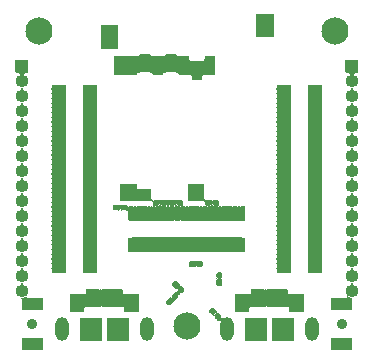
<source format=gbr>
G04 #@! TF.GenerationSoftware,KiCad,Pcbnew,5.1.7-a382d34a8~87~ubuntu18.04.1*
G04 #@! TF.CreationDate,2020-10-22T16:40:07+03:00*
G04 #@! TF.ProjectId,FreeSmart157AAC_29mm_module,46726565-536d-4617-9274-313537414143,rev?*
G04 #@! TF.SameCoordinates,Original*
G04 #@! TF.FileFunction,Soldermask,Bot*
G04 #@! TF.FilePolarity,Negative*
%FSLAX46Y46*%
G04 Gerber Fmt 4.6, Leading zero omitted, Abs format (unit mm)*
G04 Created by KiCad (PCBNEW 5.1.7-a382d34a8~87~ubuntu18.04.1) date 2020-10-22 16:40:07*
%MOMM*%
%LPD*%
G01*
G04 APERTURE LIST*
%ADD10C,0.902000*%
%ADD11O,1.152000X2.002000*%
%ADD12O,1.102000X1.102000*%
%ADD13C,2.302000*%
%ADD14C,0.100000*%
G04 APERTURE END LIST*
D10*
X13100000Y-12300000D03*
G36*
G01*
X13950000Y-11101000D02*
X12250000Y-11101000D01*
G75*
G02*
X12199000Y-11050000I0J51000D01*
G01*
X12199000Y-10150000D01*
G75*
G02*
X12250000Y-10099000I51000J0D01*
G01*
X13950000Y-10099000D01*
G75*
G02*
X14001000Y-10150000I0J-51000D01*
G01*
X14001000Y-11050000D01*
G75*
G02*
X13950000Y-11101000I-51000J0D01*
G01*
G37*
G36*
G01*
X13950000Y-14501000D02*
X12250000Y-14501000D01*
G75*
G02*
X12199000Y-14450000I0J51000D01*
G01*
X12199000Y-13550000D01*
G75*
G02*
X12250000Y-13499000I51000J0D01*
G01*
X13950000Y-13499000D01*
G75*
G02*
X14001000Y-13550000I0J-51000D01*
G01*
X14001000Y-14450000D01*
G75*
G02*
X13950000Y-14501000I-51000J0D01*
G01*
G37*
X-13100000Y-12300000D03*
G36*
G01*
X-12250000Y-11101000D02*
X-13950000Y-11101000D01*
G75*
G02*
X-14001000Y-11050000I0J51000D01*
G01*
X-14001000Y-10150000D01*
G75*
G02*
X-13950000Y-10099000I51000J0D01*
G01*
X-12250000Y-10099000D01*
G75*
G02*
X-12199000Y-10150000I0J-51000D01*
G01*
X-12199000Y-11050000D01*
G75*
G02*
X-12250000Y-11101000I-51000J0D01*
G01*
G37*
G36*
G01*
X-12250000Y-14501000D02*
X-13950000Y-14501000D01*
G75*
G02*
X-14001000Y-14450000I0J51000D01*
G01*
X-14001000Y-13550000D01*
G75*
G02*
X-13950000Y-13499000I51000J0D01*
G01*
X-12250000Y-13499000D01*
G75*
G02*
X-12199000Y-13550000I0J-51000D01*
G01*
X-12199000Y-14450000D01*
G75*
G02*
X-12250000Y-14501000I-51000J0D01*
G01*
G37*
X13100000Y-12300000D03*
X-13100000Y-12300000D03*
G36*
G01*
X2875500Y-9111000D02*
X2624500Y-9111000D01*
G75*
G02*
X2499000Y-8985500I0J125500D01*
G01*
X2499000Y-8674500D01*
G75*
G02*
X2624500Y-8549000I125500J0D01*
G01*
X2875500Y-8549000D01*
G75*
G02*
X3001000Y-8674500I0J-125500D01*
G01*
X3001000Y-8985500D01*
G75*
G02*
X2875500Y-9111000I-125500J0D01*
G01*
G37*
G36*
G01*
X2875500Y-8471000D02*
X2624500Y-8471000D01*
G75*
G02*
X2499000Y-8345500I0J125500D01*
G01*
X2499000Y-8034500D01*
G75*
G02*
X2624500Y-7909000I125500J0D01*
G01*
X2875500Y-7909000D01*
G75*
G02*
X3001000Y-8034500I0J-125500D01*
G01*
X3001000Y-8345500D01*
G75*
G02*
X2875500Y-8471000I-125500J0D01*
G01*
G37*
G36*
G01*
X4649000Y-6170000D02*
X4649000Y-5030000D01*
G75*
G02*
X4700000Y-4979000I51000J0D01*
G01*
X4900000Y-4979000D01*
G75*
G02*
X4951000Y-5030000I0J-51000D01*
G01*
X4951000Y-6170000D01*
G75*
G02*
X4900000Y-6221000I-51000J0D01*
G01*
X4700000Y-6221000D01*
G75*
G02*
X4649000Y-6170000I0J51000D01*
G01*
G37*
G36*
G01*
X4649000Y-3530000D02*
X4649000Y-2390000D01*
G75*
G02*
X4700000Y-2339000I51000J0D01*
G01*
X4900000Y-2339000D01*
G75*
G02*
X4951000Y-2390000I0J-51000D01*
G01*
X4951000Y-3530000D01*
G75*
G02*
X4900000Y-3581000I-51000J0D01*
G01*
X4700000Y-3581000D01*
G75*
G02*
X4649000Y-3530000I0J51000D01*
G01*
G37*
G36*
G01*
X4249000Y-6170000D02*
X4249000Y-5030000D01*
G75*
G02*
X4300000Y-4979000I51000J0D01*
G01*
X4500000Y-4979000D01*
G75*
G02*
X4551000Y-5030000I0J-51000D01*
G01*
X4551000Y-6170000D01*
G75*
G02*
X4500000Y-6221000I-51000J0D01*
G01*
X4300000Y-6221000D01*
G75*
G02*
X4249000Y-6170000I0J51000D01*
G01*
G37*
G36*
G01*
X4249000Y-3530000D02*
X4249000Y-2390000D01*
G75*
G02*
X4300000Y-2339000I51000J0D01*
G01*
X4500000Y-2339000D01*
G75*
G02*
X4551000Y-2390000I0J-51000D01*
G01*
X4551000Y-3530000D01*
G75*
G02*
X4500000Y-3581000I-51000J0D01*
G01*
X4300000Y-3581000D01*
G75*
G02*
X4249000Y-3530000I0J51000D01*
G01*
G37*
G36*
G01*
X3849000Y-6170000D02*
X3849000Y-5030000D01*
G75*
G02*
X3900000Y-4979000I51000J0D01*
G01*
X4100000Y-4979000D01*
G75*
G02*
X4151000Y-5030000I0J-51000D01*
G01*
X4151000Y-6170000D01*
G75*
G02*
X4100000Y-6221000I-51000J0D01*
G01*
X3900000Y-6221000D01*
G75*
G02*
X3849000Y-6170000I0J51000D01*
G01*
G37*
G36*
G01*
X3849000Y-3530000D02*
X3849000Y-2390000D01*
G75*
G02*
X3900000Y-2339000I51000J0D01*
G01*
X4100000Y-2339000D01*
G75*
G02*
X4151000Y-2390000I0J-51000D01*
G01*
X4151000Y-3530000D01*
G75*
G02*
X4100000Y-3581000I-51000J0D01*
G01*
X3900000Y-3581000D01*
G75*
G02*
X3849000Y-3530000I0J51000D01*
G01*
G37*
G36*
G01*
X3449000Y-6170000D02*
X3449000Y-5030000D01*
G75*
G02*
X3500000Y-4979000I51000J0D01*
G01*
X3700000Y-4979000D01*
G75*
G02*
X3751000Y-5030000I0J-51000D01*
G01*
X3751000Y-6170000D01*
G75*
G02*
X3700000Y-6221000I-51000J0D01*
G01*
X3500000Y-6221000D01*
G75*
G02*
X3449000Y-6170000I0J51000D01*
G01*
G37*
G36*
G01*
X3449000Y-3530000D02*
X3449000Y-2390000D01*
G75*
G02*
X3500000Y-2339000I51000J0D01*
G01*
X3700000Y-2339000D01*
G75*
G02*
X3751000Y-2390000I0J-51000D01*
G01*
X3751000Y-3530000D01*
G75*
G02*
X3700000Y-3581000I-51000J0D01*
G01*
X3500000Y-3581000D01*
G75*
G02*
X3449000Y-3530000I0J51000D01*
G01*
G37*
G36*
G01*
X3049000Y-6170000D02*
X3049000Y-5030000D01*
G75*
G02*
X3100000Y-4979000I51000J0D01*
G01*
X3300000Y-4979000D01*
G75*
G02*
X3351000Y-5030000I0J-51000D01*
G01*
X3351000Y-6170000D01*
G75*
G02*
X3300000Y-6221000I-51000J0D01*
G01*
X3100000Y-6221000D01*
G75*
G02*
X3049000Y-6170000I0J51000D01*
G01*
G37*
G36*
G01*
X3049000Y-3530000D02*
X3049000Y-2390000D01*
G75*
G02*
X3100000Y-2339000I51000J0D01*
G01*
X3300000Y-2339000D01*
G75*
G02*
X3351000Y-2390000I0J-51000D01*
G01*
X3351000Y-3530000D01*
G75*
G02*
X3300000Y-3581000I-51000J0D01*
G01*
X3100000Y-3581000D01*
G75*
G02*
X3049000Y-3530000I0J51000D01*
G01*
G37*
G36*
G01*
X2649000Y-6170000D02*
X2649000Y-5030000D01*
G75*
G02*
X2700000Y-4979000I51000J0D01*
G01*
X2900000Y-4979000D01*
G75*
G02*
X2951000Y-5030000I0J-51000D01*
G01*
X2951000Y-6170000D01*
G75*
G02*
X2900000Y-6221000I-51000J0D01*
G01*
X2700000Y-6221000D01*
G75*
G02*
X2649000Y-6170000I0J51000D01*
G01*
G37*
G36*
G01*
X2649000Y-3530000D02*
X2649000Y-2390000D01*
G75*
G02*
X2700000Y-2339000I51000J0D01*
G01*
X2900000Y-2339000D01*
G75*
G02*
X2951000Y-2390000I0J-51000D01*
G01*
X2951000Y-3530000D01*
G75*
G02*
X2900000Y-3581000I-51000J0D01*
G01*
X2700000Y-3581000D01*
G75*
G02*
X2649000Y-3530000I0J51000D01*
G01*
G37*
G36*
G01*
X2249000Y-6170000D02*
X2249000Y-5030000D01*
G75*
G02*
X2300000Y-4979000I51000J0D01*
G01*
X2500000Y-4979000D01*
G75*
G02*
X2551000Y-5030000I0J-51000D01*
G01*
X2551000Y-6170000D01*
G75*
G02*
X2500000Y-6221000I-51000J0D01*
G01*
X2300000Y-6221000D01*
G75*
G02*
X2249000Y-6170000I0J51000D01*
G01*
G37*
G36*
G01*
X2249000Y-3530000D02*
X2249000Y-2390000D01*
G75*
G02*
X2300000Y-2339000I51000J0D01*
G01*
X2500000Y-2339000D01*
G75*
G02*
X2551000Y-2390000I0J-51000D01*
G01*
X2551000Y-3530000D01*
G75*
G02*
X2500000Y-3581000I-51000J0D01*
G01*
X2300000Y-3581000D01*
G75*
G02*
X2249000Y-3530000I0J51000D01*
G01*
G37*
G36*
G01*
X1849000Y-6170000D02*
X1849000Y-5030000D01*
G75*
G02*
X1900000Y-4979000I51000J0D01*
G01*
X2100000Y-4979000D01*
G75*
G02*
X2151000Y-5030000I0J-51000D01*
G01*
X2151000Y-6170000D01*
G75*
G02*
X2100000Y-6221000I-51000J0D01*
G01*
X1900000Y-6221000D01*
G75*
G02*
X1849000Y-6170000I0J51000D01*
G01*
G37*
G36*
G01*
X1849000Y-3530000D02*
X1849000Y-2390000D01*
G75*
G02*
X1900000Y-2339000I51000J0D01*
G01*
X2100000Y-2339000D01*
G75*
G02*
X2151000Y-2390000I0J-51000D01*
G01*
X2151000Y-3530000D01*
G75*
G02*
X2100000Y-3581000I-51000J0D01*
G01*
X1900000Y-3581000D01*
G75*
G02*
X1849000Y-3530000I0J51000D01*
G01*
G37*
G36*
G01*
X1449000Y-6170000D02*
X1449000Y-5030000D01*
G75*
G02*
X1500000Y-4979000I51000J0D01*
G01*
X1700000Y-4979000D01*
G75*
G02*
X1751000Y-5030000I0J-51000D01*
G01*
X1751000Y-6170000D01*
G75*
G02*
X1700000Y-6221000I-51000J0D01*
G01*
X1500000Y-6221000D01*
G75*
G02*
X1449000Y-6170000I0J51000D01*
G01*
G37*
G36*
G01*
X1449000Y-3530000D02*
X1449000Y-2390000D01*
G75*
G02*
X1500000Y-2339000I51000J0D01*
G01*
X1700000Y-2339000D01*
G75*
G02*
X1751000Y-2390000I0J-51000D01*
G01*
X1751000Y-3530000D01*
G75*
G02*
X1700000Y-3581000I-51000J0D01*
G01*
X1500000Y-3581000D01*
G75*
G02*
X1449000Y-3530000I0J51000D01*
G01*
G37*
G36*
G01*
X1049000Y-6170000D02*
X1049000Y-5030000D01*
G75*
G02*
X1100000Y-4979000I51000J0D01*
G01*
X1300000Y-4979000D01*
G75*
G02*
X1351000Y-5030000I0J-51000D01*
G01*
X1351000Y-6170000D01*
G75*
G02*
X1300000Y-6221000I-51000J0D01*
G01*
X1100000Y-6221000D01*
G75*
G02*
X1049000Y-6170000I0J51000D01*
G01*
G37*
G36*
G01*
X1049000Y-3530000D02*
X1049000Y-2390000D01*
G75*
G02*
X1100000Y-2339000I51000J0D01*
G01*
X1300000Y-2339000D01*
G75*
G02*
X1351000Y-2390000I0J-51000D01*
G01*
X1351000Y-3530000D01*
G75*
G02*
X1300000Y-3581000I-51000J0D01*
G01*
X1100000Y-3581000D01*
G75*
G02*
X1049000Y-3530000I0J51000D01*
G01*
G37*
G36*
G01*
X649000Y-6170000D02*
X649000Y-5030000D01*
G75*
G02*
X700000Y-4979000I51000J0D01*
G01*
X900000Y-4979000D01*
G75*
G02*
X951000Y-5030000I0J-51000D01*
G01*
X951000Y-6170000D01*
G75*
G02*
X900000Y-6221000I-51000J0D01*
G01*
X700000Y-6221000D01*
G75*
G02*
X649000Y-6170000I0J51000D01*
G01*
G37*
G36*
G01*
X649000Y-3530000D02*
X649000Y-2390000D01*
G75*
G02*
X700000Y-2339000I51000J0D01*
G01*
X900000Y-2339000D01*
G75*
G02*
X951000Y-2390000I0J-51000D01*
G01*
X951000Y-3530000D01*
G75*
G02*
X900000Y-3581000I-51000J0D01*
G01*
X700000Y-3581000D01*
G75*
G02*
X649000Y-3530000I0J51000D01*
G01*
G37*
G36*
G01*
X249000Y-6170000D02*
X249000Y-5030000D01*
G75*
G02*
X300000Y-4979000I51000J0D01*
G01*
X500000Y-4979000D01*
G75*
G02*
X551000Y-5030000I0J-51000D01*
G01*
X551000Y-6170000D01*
G75*
G02*
X500000Y-6221000I-51000J0D01*
G01*
X300000Y-6221000D01*
G75*
G02*
X249000Y-6170000I0J51000D01*
G01*
G37*
G36*
G01*
X249000Y-3530000D02*
X249000Y-2390000D01*
G75*
G02*
X300000Y-2339000I51000J0D01*
G01*
X500000Y-2339000D01*
G75*
G02*
X551000Y-2390000I0J-51000D01*
G01*
X551000Y-3530000D01*
G75*
G02*
X500000Y-3581000I-51000J0D01*
G01*
X300000Y-3581000D01*
G75*
G02*
X249000Y-3530000I0J51000D01*
G01*
G37*
G36*
G01*
X-151000Y-6170000D02*
X-151000Y-5030000D01*
G75*
G02*
X-100000Y-4979000I51000J0D01*
G01*
X100000Y-4979000D01*
G75*
G02*
X151000Y-5030000I0J-51000D01*
G01*
X151000Y-6170000D01*
G75*
G02*
X100000Y-6221000I-51000J0D01*
G01*
X-100000Y-6221000D01*
G75*
G02*
X-151000Y-6170000I0J51000D01*
G01*
G37*
G36*
G01*
X-151000Y-3530000D02*
X-151000Y-2390000D01*
G75*
G02*
X-100000Y-2339000I51000J0D01*
G01*
X100000Y-2339000D01*
G75*
G02*
X151000Y-2390000I0J-51000D01*
G01*
X151000Y-3530000D01*
G75*
G02*
X100000Y-3581000I-51000J0D01*
G01*
X-100000Y-3581000D01*
G75*
G02*
X-151000Y-3530000I0J51000D01*
G01*
G37*
G36*
G01*
X-551000Y-6170000D02*
X-551000Y-5030000D01*
G75*
G02*
X-500000Y-4979000I51000J0D01*
G01*
X-300000Y-4979000D01*
G75*
G02*
X-249000Y-5030000I0J-51000D01*
G01*
X-249000Y-6170000D01*
G75*
G02*
X-300000Y-6221000I-51000J0D01*
G01*
X-500000Y-6221000D01*
G75*
G02*
X-551000Y-6170000I0J51000D01*
G01*
G37*
G36*
G01*
X-551000Y-3530000D02*
X-551000Y-2390000D01*
G75*
G02*
X-500000Y-2339000I51000J0D01*
G01*
X-300000Y-2339000D01*
G75*
G02*
X-249000Y-2390000I0J-51000D01*
G01*
X-249000Y-3530000D01*
G75*
G02*
X-300000Y-3581000I-51000J0D01*
G01*
X-500000Y-3581000D01*
G75*
G02*
X-551000Y-3530000I0J51000D01*
G01*
G37*
G36*
G01*
X-951000Y-6170000D02*
X-951000Y-5030000D01*
G75*
G02*
X-900000Y-4979000I51000J0D01*
G01*
X-700000Y-4979000D01*
G75*
G02*
X-649000Y-5030000I0J-51000D01*
G01*
X-649000Y-6170000D01*
G75*
G02*
X-700000Y-6221000I-51000J0D01*
G01*
X-900000Y-6221000D01*
G75*
G02*
X-951000Y-6170000I0J51000D01*
G01*
G37*
G36*
G01*
X-951000Y-3530000D02*
X-951000Y-2390000D01*
G75*
G02*
X-900000Y-2339000I51000J0D01*
G01*
X-700000Y-2339000D01*
G75*
G02*
X-649000Y-2390000I0J-51000D01*
G01*
X-649000Y-3530000D01*
G75*
G02*
X-700000Y-3581000I-51000J0D01*
G01*
X-900000Y-3581000D01*
G75*
G02*
X-951000Y-3530000I0J51000D01*
G01*
G37*
G36*
G01*
X-1351000Y-6170000D02*
X-1351000Y-5030000D01*
G75*
G02*
X-1300000Y-4979000I51000J0D01*
G01*
X-1100000Y-4979000D01*
G75*
G02*
X-1049000Y-5030000I0J-51000D01*
G01*
X-1049000Y-6170000D01*
G75*
G02*
X-1100000Y-6221000I-51000J0D01*
G01*
X-1300000Y-6221000D01*
G75*
G02*
X-1351000Y-6170000I0J51000D01*
G01*
G37*
G36*
G01*
X-1351000Y-3530000D02*
X-1351000Y-2390000D01*
G75*
G02*
X-1300000Y-2339000I51000J0D01*
G01*
X-1100000Y-2339000D01*
G75*
G02*
X-1049000Y-2390000I0J-51000D01*
G01*
X-1049000Y-3530000D01*
G75*
G02*
X-1100000Y-3581000I-51000J0D01*
G01*
X-1300000Y-3581000D01*
G75*
G02*
X-1351000Y-3530000I0J51000D01*
G01*
G37*
G36*
G01*
X-1751000Y-6170000D02*
X-1751000Y-5030000D01*
G75*
G02*
X-1700000Y-4979000I51000J0D01*
G01*
X-1500000Y-4979000D01*
G75*
G02*
X-1449000Y-5030000I0J-51000D01*
G01*
X-1449000Y-6170000D01*
G75*
G02*
X-1500000Y-6221000I-51000J0D01*
G01*
X-1700000Y-6221000D01*
G75*
G02*
X-1751000Y-6170000I0J51000D01*
G01*
G37*
G36*
G01*
X-1751000Y-3530000D02*
X-1751000Y-2390000D01*
G75*
G02*
X-1700000Y-2339000I51000J0D01*
G01*
X-1500000Y-2339000D01*
G75*
G02*
X-1449000Y-2390000I0J-51000D01*
G01*
X-1449000Y-3530000D01*
G75*
G02*
X-1500000Y-3581000I-51000J0D01*
G01*
X-1700000Y-3581000D01*
G75*
G02*
X-1751000Y-3530000I0J51000D01*
G01*
G37*
G36*
G01*
X-2151000Y-6170000D02*
X-2151000Y-5030000D01*
G75*
G02*
X-2100000Y-4979000I51000J0D01*
G01*
X-1900000Y-4979000D01*
G75*
G02*
X-1849000Y-5030000I0J-51000D01*
G01*
X-1849000Y-6170000D01*
G75*
G02*
X-1900000Y-6221000I-51000J0D01*
G01*
X-2100000Y-6221000D01*
G75*
G02*
X-2151000Y-6170000I0J51000D01*
G01*
G37*
G36*
G01*
X-2151000Y-3530000D02*
X-2151000Y-2390000D01*
G75*
G02*
X-2100000Y-2339000I51000J0D01*
G01*
X-1900000Y-2339000D01*
G75*
G02*
X-1849000Y-2390000I0J-51000D01*
G01*
X-1849000Y-3530000D01*
G75*
G02*
X-1900000Y-3581000I-51000J0D01*
G01*
X-2100000Y-3581000D01*
G75*
G02*
X-2151000Y-3530000I0J51000D01*
G01*
G37*
G36*
G01*
X-2551000Y-6170000D02*
X-2551000Y-5030000D01*
G75*
G02*
X-2500000Y-4979000I51000J0D01*
G01*
X-2300000Y-4979000D01*
G75*
G02*
X-2249000Y-5030000I0J-51000D01*
G01*
X-2249000Y-6170000D01*
G75*
G02*
X-2300000Y-6221000I-51000J0D01*
G01*
X-2500000Y-6221000D01*
G75*
G02*
X-2551000Y-6170000I0J51000D01*
G01*
G37*
G36*
G01*
X-2551000Y-3530000D02*
X-2551000Y-2390000D01*
G75*
G02*
X-2500000Y-2339000I51000J0D01*
G01*
X-2300000Y-2339000D01*
G75*
G02*
X-2249000Y-2390000I0J-51000D01*
G01*
X-2249000Y-3530000D01*
G75*
G02*
X-2300000Y-3581000I-51000J0D01*
G01*
X-2500000Y-3581000D01*
G75*
G02*
X-2551000Y-3530000I0J51000D01*
G01*
G37*
G36*
G01*
X-2951000Y-6170000D02*
X-2951000Y-5030000D01*
G75*
G02*
X-2900000Y-4979000I51000J0D01*
G01*
X-2700000Y-4979000D01*
G75*
G02*
X-2649000Y-5030000I0J-51000D01*
G01*
X-2649000Y-6170000D01*
G75*
G02*
X-2700000Y-6221000I-51000J0D01*
G01*
X-2900000Y-6221000D01*
G75*
G02*
X-2951000Y-6170000I0J51000D01*
G01*
G37*
G36*
G01*
X-2951000Y-3530000D02*
X-2951000Y-2390000D01*
G75*
G02*
X-2900000Y-2339000I51000J0D01*
G01*
X-2700000Y-2339000D01*
G75*
G02*
X-2649000Y-2390000I0J-51000D01*
G01*
X-2649000Y-3530000D01*
G75*
G02*
X-2700000Y-3581000I-51000J0D01*
G01*
X-2900000Y-3581000D01*
G75*
G02*
X-2951000Y-3530000I0J51000D01*
G01*
G37*
G36*
G01*
X-3351000Y-6170000D02*
X-3351000Y-5030000D01*
G75*
G02*
X-3300000Y-4979000I51000J0D01*
G01*
X-3100000Y-4979000D01*
G75*
G02*
X-3049000Y-5030000I0J-51000D01*
G01*
X-3049000Y-6170000D01*
G75*
G02*
X-3100000Y-6221000I-51000J0D01*
G01*
X-3300000Y-6221000D01*
G75*
G02*
X-3351000Y-6170000I0J51000D01*
G01*
G37*
G36*
G01*
X-3351000Y-3530000D02*
X-3351000Y-2390000D01*
G75*
G02*
X-3300000Y-2339000I51000J0D01*
G01*
X-3100000Y-2339000D01*
G75*
G02*
X-3049000Y-2390000I0J-51000D01*
G01*
X-3049000Y-3530000D01*
G75*
G02*
X-3100000Y-3581000I-51000J0D01*
G01*
X-3300000Y-3581000D01*
G75*
G02*
X-3351000Y-3530000I0J51000D01*
G01*
G37*
G36*
G01*
X-3751000Y-6170000D02*
X-3751000Y-5030000D01*
G75*
G02*
X-3700000Y-4979000I51000J0D01*
G01*
X-3500000Y-4979000D01*
G75*
G02*
X-3449000Y-5030000I0J-51000D01*
G01*
X-3449000Y-6170000D01*
G75*
G02*
X-3500000Y-6221000I-51000J0D01*
G01*
X-3700000Y-6221000D01*
G75*
G02*
X-3751000Y-6170000I0J51000D01*
G01*
G37*
G36*
G01*
X-3751000Y-3530000D02*
X-3751000Y-2390000D01*
G75*
G02*
X-3700000Y-2339000I51000J0D01*
G01*
X-3500000Y-2339000D01*
G75*
G02*
X-3449000Y-2390000I0J-51000D01*
G01*
X-3449000Y-3530000D01*
G75*
G02*
X-3500000Y-3581000I-51000J0D01*
G01*
X-3700000Y-3581000D01*
G75*
G02*
X-3751000Y-3530000I0J51000D01*
G01*
G37*
G36*
G01*
X-4151000Y-6170000D02*
X-4151000Y-5030000D01*
G75*
G02*
X-4100000Y-4979000I51000J0D01*
G01*
X-3900000Y-4979000D01*
G75*
G02*
X-3849000Y-5030000I0J-51000D01*
G01*
X-3849000Y-6170000D01*
G75*
G02*
X-3900000Y-6221000I-51000J0D01*
G01*
X-4100000Y-6221000D01*
G75*
G02*
X-4151000Y-6170000I0J51000D01*
G01*
G37*
G36*
G01*
X-4151000Y-3530000D02*
X-4151000Y-2390000D01*
G75*
G02*
X-4100000Y-2339000I51000J0D01*
G01*
X-3900000Y-2339000D01*
G75*
G02*
X-3849000Y-2390000I0J-51000D01*
G01*
X-3849000Y-3530000D01*
G75*
G02*
X-3900000Y-3581000I-51000J0D01*
G01*
X-4100000Y-3581000D01*
G75*
G02*
X-4151000Y-3530000I0J51000D01*
G01*
G37*
G36*
G01*
X-4551000Y-6170000D02*
X-4551000Y-5030000D01*
G75*
G02*
X-4500000Y-4979000I51000J0D01*
G01*
X-4300000Y-4979000D01*
G75*
G02*
X-4249000Y-5030000I0J-51000D01*
G01*
X-4249000Y-6170000D01*
G75*
G02*
X-4300000Y-6221000I-51000J0D01*
G01*
X-4500000Y-6221000D01*
G75*
G02*
X-4551000Y-6170000I0J51000D01*
G01*
G37*
G36*
G01*
X-4551000Y-3530000D02*
X-4551000Y-2390000D01*
G75*
G02*
X-4500000Y-2339000I51000J0D01*
G01*
X-4300000Y-2339000D01*
G75*
G02*
X-4249000Y-2390000I0J-51000D01*
G01*
X-4249000Y-3530000D01*
G75*
G02*
X-4300000Y-3581000I-51000J0D01*
G01*
X-4500000Y-3581000D01*
G75*
G02*
X-4551000Y-3530000I0J51000D01*
G01*
G37*
G36*
G01*
X-4951000Y-6170000D02*
X-4951000Y-5030000D01*
G75*
G02*
X-4900000Y-4979000I51000J0D01*
G01*
X-4700000Y-4979000D01*
G75*
G02*
X-4649000Y-5030000I0J-51000D01*
G01*
X-4649000Y-6170000D01*
G75*
G02*
X-4700000Y-6221000I-51000J0D01*
G01*
X-4900000Y-6221000D01*
G75*
G02*
X-4951000Y-6170000I0J51000D01*
G01*
G37*
G36*
G01*
X-4951000Y-3530000D02*
X-4951000Y-2390000D01*
G75*
G02*
X-4900000Y-2339000I51000J0D01*
G01*
X-4700000Y-2339000D01*
G75*
G02*
X-4649000Y-2390000I0J-51000D01*
G01*
X-4649000Y-3530000D01*
G75*
G02*
X-4700000Y-3581000I-51000J0D01*
G01*
X-4900000Y-3581000D01*
G75*
G02*
X-4951000Y-3530000I0J51000D01*
G01*
G37*
G36*
G01*
X-4111000Y-1861000D02*
X-4111000Y-911000D01*
G75*
G02*
X-4060000Y-860000I51000J0D01*
G01*
X-3060000Y-860000D01*
G75*
G02*
X-3009000Y-911000I0J-51000D01*
G01*
X-3009000Y-1861000D01*
G75*
G02*
X-3060000Y-1912000I-51000J0D01*
G01*
X-4060000Y-1912000D01*
G75*
G02*
X-4111000Y-1861000I0J51000D01*
G01*
G37*
G36*
G01*
X-6211000Y8844000D02*
X-6211000Y10344000D01*
G75*
G02*
X-6160000Y10395000I51000J0D01*
G01*
X-5360000Y10395000D01*
G75*
G02*
X-5309000Y10344000I0J-51000D01*
G01*
X-5309000Y8844000D01*
G75*
G02*
X-5360000Y8793000I-51000J0D01*
G01*
X-6160000Y8793000D01*
G75*
G02*
X-6211000Y8844000I0J51000D01*
G01*
G37*
G36*
G01*
X-5111000Y8844000D02*
X-5111000Y10344000D01*
G75*
G02*
X-5060000Y10395000I51000J0D01*
G01*
X-4260000Y10395000D01*
G75*
G02*
X-4209000Y10344000I0J-51000D01*
G01*
X-4209000Y8844000D01*
G75*
G02*
X-4260000Y8793000I-51000J0D01*
G01*
X-5060000Y8793000D01*
G75*
G02*
X-5111000Y8844000I0J51000D01*
G01*
G37*
G36*
G01*
X-4011000Y9044000D02*
X-4011000Y10544000D01*
G75*
G02*
X-3960000Y10595000I51000J0D01*
G01*
X-3160000Y10595000D01*
G75*
G02*
X-3109000Y10544000I0J-51000D01*
G01*
X-3109000Y9044000D01*
G75*
G02*
X-3160000Y8993000I-51000J0D01*
G01*
X-3960000Y8993000D01*
G75*
G02*
X-4011000Y9044000I0J51000D01*
G01*
G37*
G36*
G01*
X-2911000Y8844000D02*
X-2911000Y10344000D01*
G75*
G02*
X-2860000Y10395000I51000J0D01*
G01*
X-2060000Y10395000D01*
G75*
G02*
X-2009000Y10344000I0J-51000D01*
G01*
X-2009000Y8844000D01*
G75*
G02*
X-2060000Y8793000I-51000J0D01*
G01*
X-2860000Y8793000D01*
G75*
G02*
X-2911000Y8844000I0J51000D01*
G01*
G37*
G36*
G01*
X-1811000Y9044000D02*
X-1811000Y10544000D01*
G75*
G02*
X-1760000Y10595000I51000J0D01*
G01*
X-960000Y10595000D01*
G75*
G02*
X-909000Y10544000I0J-51000D01*
G01*
X-909000Y9044000D01*
G75*
G02*
X-960000Y8993000I-51000J0D01*
G01*
X-1760000Y8993000D01*
G75*
G02*
X-1811000Y9044000I0J51000D01*
G01*
G37*
G36*
G01*
X-711000Y8844000D02*
X-711000Y10344000D01*
G75*
G02*
X-660000Y10395000I51000J0D01*
G01*
X140000Y10395000D01*
G75*
G02*
X191000Y10344000I0J-51000D01*
G01*
X191000Y8844000D01*
G75*
G02*
X140000Y8793000I-51000J0D01*
G01*
X-660000Y8793000D01*
G75*
G02*
X-711000Y8844000I0J51000D01*
G01*
G37*
G36*
G01*
X389000Y8444000D02*
X389000Y9944000D01*
G75*
G02*
X440000Y9995000I51000J0D01*
G01*
X1240000Y9995000D01*
G75*
G02*
X1291000Y9944000I0J-51000D01*
G01*
X1291000Y8444000D01*
G75*
G02*
X1240000Y8393000I-51000J0D01*
G01*
X440000Y8393000D01*
G75*
G02*
X389000Y8444000I0J51000D01*
G01*
G37*
G36*
G01*
X1489000Y8844000D02*
X1489000Y10344000D01*
G75*
G02*
X1540000Y10395000I51000J0D01*
G01*
X2340000Y10395000D01*
G75*
G02*
X2391000Y10344000I0J-51000D01*
G01*
X2391000Y8844000D01*
G75*
G02*
X2340000Y8793000I-51000J0D01*
G01*
X1540000Y8793000D01*
G75*
G02*
X1489000Y8844000I0J51000D01*
G01*
G37*
G36*
G01*
X-5651000Y-1866000D02*
X-5651000Y-466000D01*
G75*
G02*
X-5600000Y-415000I51000J0D01*
G01*
X-4300000Y-415000D01*
G75*
G02*
X-4249000Y-466000I0J-51000D01*
G01*
X-4249000Y-1866000D01*
G75*
G02*
X-4300000Y-1917000I-51000J0D01*
G01*
X-5600000Y-1917000D01*
G75*
G02*
X-5651000Y-1866000I0J51000D01*
G01*
G37*
G36*
G01*
X49000Y-1866000D02*
X49000Y-466000D01*
G75*
G02*
X100000Y-415000I51000J0D01*
G01*
X1400000Y-415000D01*
G75*
G02*
X1451000Y-466000I0J-51000D01*
G01*
X1451000Y-1866000D01*
G75*
G02*
X1400000Y-1917000I-51000J0D01*
G01*
X100000Y-1917000D01*
G75*
G02*
X49000Y-1866000I0J51000D01*
G01*
G37*
G36*
G01*
X-7301000Y11034000D02*
X-7301000Y12934000D01*
G75*
G02*
X-7250000Y12985000I51000J0D01*
G01*
X-5850000Y12985000D01*
G75*
G02*
X-5799000Y12934000I0J-51000D01*
G01*
X-5799000Y11034000D01*
G75*
G02*
X-5850000Y10983000I-51000J0D01*
G01*
X-7250000Y10983000D01*
G75*
G02*
X-7301000Y11034000I0J51000D01*
G01*
G37*
G36*
G01*
X5849000Y12034000D02*
X5849000Y13934000D01*
G75*
G02*
X5900000Y13985000I51000J0D01*
G01*
X7300000Y13985000D01*
G75*
G02*
X7351000Y13934000I0J-51000D01*
G01*
X7351000Y12034000D01*
G75*
G02*
X7300000Y11983000I-51000J0D01*
G01*
X5900000Y11983000D01*
G75*
G02*
X5849000Y12034000I0J51000D01*
G01*
G37*
G36*
G01*
X-339000Y-1904500D02*
X-339000Y-2155500D01*
G75*
G02*
X-464500Y-2281000I-125500J0D01*
G01*
X-775500Y-2281000D01*
G75*
G02*
X-901000Y-2155500I0J125500D01*
G01*
X-901000Y-1904500D01*
G75*
G02*
X-775500Y-1779000I125500J0D01*
G01*
X-464500Y-1779000D01*
G75*
G02*
X-339000Y-1904500I0J-125500D01*
G01*
G37*
G36*
G01*
X-979000Y-1904500D02*
X-979000Y-2155500D01*
G75*
G02*
X-1104500Y-2281000I-125500J0D01*
G01*
X-1415500Y-2281000D01*
G75*
G02*
X-1541000Y-2155500I0J125500D01*
G01*
X-1541000Y-1904500D01*
G75*
G02*
X-1415500Y-1779000I125500J0D01*
G01*
X-1104500Y-1779000D01*
G75*
G02*
X-979000Y-1904500I0J-125500D01*
G01*
G37*
G36*
G01*
X-2871000Y-2155500D02*
X-2871000Y-1904500D01*
G75*
G02*
X-2745500Y-1779000I125500J0D01*
G01*
X-2434500Y-1779000D01*
G75*
G02*
X-2309000Y-1904500I0J-125500D01*
G01*
X-2309000Y-2155500D01*
G75*
G02*
X-2434500Y-2281000I-125500J0D01*
G01*
X-2745500Y-2281000D01*
G75*
G02*
X-2871000Y-2155500I0J125500D01*
G01*
G37*
G36*
G01*
X-2231000Y-2155500D02*
X-2231000Y-1904500D01*
G75*
G02*
X-2105500Y-1779000I125500J0D01*
G01*
X-1794500Y-1779000D01*
G75*
G02*
X-1669000Y-1904500I0J-125500D01*
G01*
X-1669000Y-2155500D01*
G75*
G02*
X-1794500Y-2281000I-125500J0D01*
G01*
X-2105500Y-2281000D01*
G75*
G02*
X-2231000Y-2155500I0J125500D01*
G01*
G37*
G36*
G01*
X1499000Y-2155500D02*
X1499000Y-1904500D01*
G75*
G02*
X1624500Y-1779000I125500J0D01*
G01*
X1935500Y-1779000D01*
G75*
G02*
X2061000Y-1904500I0J-125500D01*
G01*
X2061000Y-2155500D01*
G75*
G02*
X1935500Y-2281000I-125500J0D01*
G01*
X1624500Y-2281000D01*
G75*
G02*
X1499000Y-2155500I0J125500D01*
G01*
G37*
G36*
G01*
X2139000Y-2155500D02*
X2139000Y-1904500D01*
G75*
G02*
X2264500Y-1779000I125500J0D01*
G01*
X2575500Y-1779000D01*
G75*
G02*
X2701000Y-1904500I0J-125500D01*
G01*
X2701000Y-2155500D01*
G75*
G02*
X2575500Y-2281000I-125500J0D01*
G01*
X2264500Y-2281000D01*
G75*
G02*
X2139000Y-2155500I0J125500D01*
G01*
G37*
G36*
G01*
X-4039000Y-9802000D02*
X-4039000Y-11252000D01*
G75*
G02*
X-4090000Y-11303000I-51000J0D01*
G01*
X-5240000Y-11303000D01*
G75*
G02*
X-5291000Y-11252000I0J51000D01*
G01*
X-5291000Y-9802000D01*
G75*
G02*
X-5240000Y-9751000I51000J0D01*
G01*
X-4090000Y-9751000D01*
G75*
G02*
X-4039000Y-9802000I0J-51000D01*
G01*
G37*
G36*
G01*
X-8679000Y-9802000D02*
X-8679000Y-11252000D01*
G75*
G02*
X-8730000Y-11303000I-51000J0D01*
G01*
X-9880000Y-11303000D01*
G75*
G02*
X-9931000Y-11252000I0J51000D01*
G01*
X-9931000Y-9802000D01*
G75*
G02*
X-9880000Y-9751000I51000J0D01*
G01*
X-8730000Y-9751000D01*
G75*
G02*
X-8679000Y-9802000I0J-51000D01*
G01*
G37*
D11*
X-10560000Y-12757000D03*
X-3410000Y-12757000D03*
G36*
G01*
X-4934000Y-11807000D02*
X-4934000Y-13707000D01*
G75*
G02*
X-4985000Y-13758000I-51000J0D01*
G01*
X-6735000Y-13758000D01*
G75*
G02*
X-6786000Y-13707000I0J51000D01*
G01*
X-6786000Y-11807000D01*
G75*
G02*
X-6735000Y-11756000I51000J0D01*
G01*
X-4985000Y-11756000D01*
G75*
G02*
X-4934000Y-11807000I0J-51000D01*
G01*
G37*
G36*
G01*
X-6734000Y-9407000D02*
X-6734000Y-10807000D01*
G75*
G02*
X-6785000Y-10858000I-51000J0D01*
G01*
X-7185000Y-10858000D01*
G75*
G02*
X-7236000Y-10807000I0J51000D01*
G01*
X-7236000Y-9407000D01*
G75*
G02*
X-7185000Y-9356000I51000J0D01*
G01*
X-6785000Y-9356000D01*
G75*
G02*
X-6734000Y-9407000I0J-51000D01*
G01*
G37*
G36*
G01*
X-7384000Y-9407000D02*
X-7384000Y-10807000D01*
G75*
G02*
X-7435000Y-10858000I-51000J0D01*
G01*
X-7835000Y-10858000D01*
G75*
G02*
X-7886000Y-10807000I0J51000D01*
G01*
X-7886000Y-9407000D01*
G75*
G02*
X-7835000Y-9356000I51000J0D01*
G01*
X-7435000Y-9356000D01*
G75*
G02*
X-7384000Y-9407000I0J-51000D01*
G01*
G37*
G36*
G01*
X-8034000Y-9407000D02*
X-8034000Y-10807000D01*
G75*
G02*
X-8085000Y-10858000I-51000J0D01*
G01*
X-8485000Y-10858000D01*
G75*
G02*
X-8536000Y-10807000I0J51000D01*
G01*
X-8536000Y-9407000D01*
G75*
G02*
X-8485000Y-9356000I51000J0D01*
G01*
X-8085000Y-9356000D01*
G75*
G02*
X-8034000Y-9407000I0J-51000D01*
G01*
G37*
G36*
G01*
X-5434000Y-9407000D02*
X-5434000Y-10807000D01*
G75*
G02*
X-5485000Y-10858000I-51000J0D01*
G01*
X-5885000Y-10858000D01*
G75*
G02*
X-5936000Y-10807000I0J51000D01*
G01*
X-5936000Y-9407000D01*
G75*
G02*
X-5885000Y-9356000I51000J0D01*
G01*
X-5485000Y-9356000D01*
G75*
G02*
X-5434000Y-9407000I0J-51000D01*
G01*
G37*
G36*
G01*
X-6084000Y-9407000D02*
X-6084000Y-10807000D01*
G75*
G02*
X-6135000Y-10858000I-51000J0D01*
G01*
X-6535000Y-10858000D01*
G75*
G02*
X-6586000Y-10807000I0J51000D01*
G01*
X-6586000Y-9407000D01*
G75*
G02*
X-6535000Y-9356000I51000J0D01*
G01*
X-6135000Y-9356000D01*
G75*
G02*
X-6084000Y-9407000I0J-51000D01*
G01*
G37*
G36*
G01*
X-7184000Y-11807000D02*
X-7184000Y-13707000D01*
G75*
G02*
X-7235000Y-13758000I-51000J0D01*
G01*
X-8985000Y-13758000D01*
G75*
G02*
X-9036000Y-13707000I0J51000D01*
G01*
X-9036000Y-11807000D01*
G75*
G02*
X-8985000Y-11756000I51000J0D01*
G01*
X-7235000Y-11756000D01*
G75*
G02*
X-7184000Y-11807000I0J-51000D01*
G01*
G37*
G36*
G01*
X-1576229Y-10693713D02*
X-1753713Y-10516229D01*
G75*
G02*
X-1753713Y-10338745I88742J88742D01*
G01*
X-1533803Y-10118835D01*
G75*
G02*
X-1356319Y-10118835I88742J-88742D01*
G01*
X-1178835Y-10296319D01*
G75*
G02*
X-1178835Y-10473803I-88742J-88742D01*
G01*
X-1398745Y-10693713D01*
G75*
G02*
X-1576229Y-10693713I-88742J88742D01*
G01*
G37*
G36*
G01*
X-1123681Y-10241165D02*
X-1301165Y-10063681D01*
G75*
G02*
X-1301165Y-9886197I88742J88742D01*
G01*
X-1081255Y-9666287D01*
G75*
G02*
X-903771Y-9666287I88742J-88742D01*
G01*
X-726287Y-9843771D01*
G75*
G02*
X-726287Y-10021255I-88742J-88742D01*
G01*
X-946197Y-10241165D01*
G75*
G02*
X-1123681Y-10241165I-88742J88742D01*
G01*
G37*
G36*
G01*
X-1243713Y-8863771D02*
X-1066229Y-8686287D01*
G75*
G02*
X-888745Y-8686287I88742J-88742D01*
G01*
X-668835Y-8906197D01*
G75*
G02*
X-668835Y-9083681I-88742J-88742D01*
G01*
X-846319Y-9261165D01*
G75*
G02*
X-1023803Y-9261165I-88742J88742D01*
G01*
X-1243713Y-9041255D01*
G75*
G02*
X-1243713Y-8863771I88742J88742D01*
G01*
G37*
G36*
G01*
X-791165Y-9316319D02*
X-613681Y-9138835D01*
G75*
G02*
X-436197Y-9138835I88742J-88742D01*
G01*
X-216287Y-9358745D01*
G75*
G02*
X-216287Y-9536229I-88742J-88742D01*
G01*
X-393771Y-9713713D01*
G75*
G02*
X-571255Y-9713713I-88742J88742D01*
G01*
X-791165Y-9493803D01*
G75*
G02*
X-791165Y-9316319I88742J88742D01*
G01*
G37*
G36*
G01*
X-5069000Y-2314500D02*
X-5069000Y-2565500D01*
G75*
G02*
X-5194500Y-2691000I-125500J0D01*
G01*
X-5505500Y-2691000D01*
G75*
G02*
X-5631000Y-2565500I0J125500D01*
G01*
X-5631000Y-2314500D01*
G75*
G02*
X-5505500Y-2189000I125500J0D01*
G01*
X-5194500Y-2189000D01*
G75*
G02*
X-5069000Y-2314500I0J-125500D01*
G01*
G37*
G36*
G01*
X-5709000Y-2314500D02*
X-5709000Y-2565500D01*
G75*
G02*
X-5834500Y-2691000I-125500J0D01*
G01*
X-6145500Y-2691000D01*
G75*
G02*
X-6271000Y-2565500I0J125500D01*
G01*
X-6271000Y-2314500D01*
G75*
G02*
X-6145500Y-2189000I125500J0D01*
G01*
X-5834500Y-2189000D01*
G75*
G02*
X-5709000Y-2314500I0J-125500D01*
G01*
G37*
G36*
G01*
X1886287Y-11123771D02*
X2063771Y-10946287D01*
G75*
G02*
X2241255Y-10946287I88742J-88742D01*
G01*
X2461165Y-11166197D01*
G75*
G02*
X2461165Y-11343681I-88742J-88742D01*
G01*
X2283681Y-11521165D01*
G75*
G02*
X2106197Y-11521165I-88742J88742D01*
G01*
X1886287Y-11301255D01*
G75*
G02*
X1886287Y-11123771I88742J88742D01*
G01*
G37*
G36*
G01*
X2338835Y-11576319D02*
X2516319Y-11398835D01*
G75*
G02*
X2693803Y-11398835I88742J-88742D01*
G01*
X2913713Y-11618745D01*
G75*
G02*
X2913713Y-11796229I-88742J-88742D01*
G01*
X2736229Y-11973713D01*
G75*
G02*
X2558745Y-11973713I-88742J88742D01*
G01*
X2338835Y-11753803D01*
G75*
G02*
X2338835Y-11576319I88742J88742D01*
G01*
G37*
G36*
G01*
X149000Y-7365500D02*
X149000Y-7114500D01*
G75*
G02*
X274500Y-6989000I125500J0D01*
G01*
X585500Y-6989000D01*
G75*
G02*
X711000Y-7114500I0J-125500D01*
G01*
X711000Y-7365500D01*
G75*
G02*
X585500Y-7491000I-125500J0D01*
G01*
X274500Y-7491000D01*
G75*
G02*
X149000Y-7365500I0J125500D01*
G01*
G37*
G36*
G01*
X789000Y-7365500D02*
X789000Y-7114500D01*
G75*
G02*
X914500Y-6989000I125500J0D01*
G01*
X1225500Y-6989000D01*
G75*
G02*
X1351000Y-7114500I0J-125500D01*
G01*
X1351000Y-7365500D01*
G75*
G02*
X1225500Y-7491000I-125500J0D01*
G01*
X914500Y-7491000D01*
G75*
G02*
X789000Y-7365500I0J125500D01*
G01*
G37*
G36*
G01*
X13419000Y9025000D02*
X13419000Y10025000D01*
G75*
G02*
X13470000Y10076000I51000J0D01*
G01*
X14470000Y10076000D01*
G75*
G02*
X14521000Y10025000I0J-51000D01*
G01*
X14521000Y9025000D01*
G75*
G02*
X14470000Y8974000I-51000J0D01*
G01*
X13470000Y8974000D01*
G75*
G02*
X13419000Y9025000I0J51000D01*
G01*
G37*
D12*
X13970000Y8255000D03*
X13970000Y6985000D03*
X13970000Y5715000D03*
X13970000Y4445000D03*
X13970000Y3175000D03*
X13970000Y1905000D03*
X13970000Y635000D03*
X13970000Y-635000D03*
X13970000Y-1905000D03*
X13970000Y-3175000D03*
X13970000Y-4445000D03*
X13970000Y-5715000D03*
X13970000Y-6985000D03*
X13970000Y-8255000D03*
X13970000Y-9525000D03*
X-13970000Y-9525000D03*
X-13970000Y-8255000D03*
X-13970000Y-6985000D03*
X-13970000Y-5715000D03*
X-13970000Y-4445000D03*
X-13970000Y-3175000D03*
X-13970000Y-1905000D03*
X-13970000Y-635000D03*
X-13970000Y635000D03*
X-13970000Y1905000D03*
X-13970000Y3175000D03*
X-13970000Y4445000D03*
X-13970000Y5715000D03*
X-13970000Y6985000D03*
X-13970000Y8255000D03*
G36*
G01*
X-14521000Y9025000D02*
X-14521000Y10025000D01*
G75*
G02*
X-14470000Y10076000I51000J0D01*
G01*
X-13470000Y10076000D01*
G75*
G02*
X-13419000Y10025000I0J-51000D01*
G01*
X-13419000Y9025000D01*
G75*
G02*
X-13470000Y8974000I-51000J0D01*
G01*
X-14470000Y8974000D01*
G75*
G02*
X-14521000Y9025000I0J51000D01*
G01*
G37*
G36*
G01*
X8775000Y-7951000D02*
X7635000Y-7951000D01*
G75*
G02*
X7584000Y-7900000I0J51000D01*
G01*
X7584000Y-7700000D01*
G75*
G02*
X7635000Y-7649000I51000J0D01*
G01*
X8775000Y-7649000D01*
G75*
G02*
X8826000Y-7700000I0J-51000D01*
G01*
X8826000Y-7900000D01*
G75*
G02*
X8775000Y-7951000I-51000J0D01*
G01*
G37*
G36*
G01*
X11415000Y-7951000D02*
X10275000Y-7951000D01*
G75*
G02*
X10224000Y-7900000I0J51000D01*
G01*
X10224000Y-7700000D01*
G75*
G02*
X10275000Y-7649000I51000J0D01*
G01*
X11415000Y-7649000D01*
G75*
G02*
X11466000Y-7700000I0J-51000D01*
G01*
X11466000Y-7900000D01*
G75*
G02*
X11415000Y-7951000I-51000J0D01*
G01*
G37*
G36*
G01*
X8775000Y-7551000D02*
X7635000Y-7551000D01*
G75*
G02*
X7584000Y-7500000I0J51000D01*
G01*
X7584000Y-7300000D01*
G75*
G02*
X7635000Y-7249000I51000J0D01*
G01*
X8775000Y-7249000D01*
G75*
G02*
X8826000Y-7300000I0J-51000D01*
G01*
X8826000Y-7500000D01*
G75*
G02*
X8775000Y-7551000I-51000J0D01*
G01*
G37*
G36*
G01*
X11415000Y-7551000D02*
X10275000Y-7551000D01*
G75*
G02*
X10224000Y-7500000I0J51000D01*
G01*
X10224000Y-7300000D01*
G75*
G02*
X10275000Y-7249000I51000J0D01*
G01*
X11415000Y-7249000D01*
G75*
G02*
X11466000Y-7300000I0J-51000D01*
G01*
X11466000Y-7500000D01*
G75*
G02*
X11415000Y-7551000I-51000J0D01*
G01*
G37*
G36*
G01*
X8775000Y-7151000D02*
X7635000Y-7151000D01*
G75*
G02*
X7584000Y-7100000I0J51000D01*
G01*
X7584000Y-6900000D01*
G75*
G02*
X7635000Y-6849000I51000J0D01*
G01*
X8775000Y-6849000D01*
G75*
G02*
X8826000Y-6900000I0J-51000D01*
G01*
X8826000Y-7100000D01*
G75*
G02*
X8775000Y-7151000I-51000J0D01*
G01*
G37*
G36*
G01*
X11415000Y-7151000D02*
X10275000Y-7151000D01*
G75*
G02*
X10224000Y-7100000I0J51000D01*
G01*
X10224000Y-6900000D01*
G75*
G02*
X10275000Y-6849000I51000J0D01*
G01*
X11415000Y-6849000D01*
G75*
G02*
X11466000Y-6900000I0J-51000D01*
G01*
X11466000Y-7100000D01*
G75*
G02*
X11415000Y-7151000I-51000J0D01*
G01*
G37*
G36*
G01*
X8775000Y-6751000D02*
X7635000Y-6751000D01*
G75*
G02*
X7584000Y-6700000I0J51000D01*
G01*
X7584000Y-6500000D01*
G75*
G02*
X7635000Y-6449000I51000J0D01*
G01*
X8775000Y-6449000D01*
G75*
G02*
X8826000Y-6500000I0J-51000D01*
G01*
X8826000Y-6700000D01*
G75*
G02*
X8775000Y-6751000I-51000J0D01*
G01*
G37*
G36*
G01*
X11415000Y-6751000D02*
X10275000Y-6751000D01*
G75*
G02*
X10224000Y-6700000I0J51000D01*
G01*
X10224000Y-6500000D01*
G75*
G02*
X10275000Y-6449000I51000J0D01*
G01*
X11415000Y-6449000D01*
G75*
G02*
X11466000Y-6500000I0J-51000D01*
G01*
X11466000Y-6700000D01*
G75*
G02*
X11415000Y-6751000I-51000J0D01*
G01*
G37*
G36*
G01*
X8775000Y-6351000D02*
X7635000Y-6351000D01*
G75*
G02*
X7584000Y-6300000I0J51000D01*
G01*
X7584000Y-6100000D01*
G75*
G02*
X7635000Y-6049000I51000J0D01*
G01*
X8775000Y-6049000D01*
G75*
G02*
X8826000Y-6100000I0J-51000D01*
G01*
X8826000Y-6300000D01*
G75*
G02*
X8775000Y-6351000I-51000J0D01*
G01*
G37*
G36*
G01*
X11415000Y-6351000D02*
X10275000Y-6351000D01*
G75*
G02*
X10224000Y-6300000I0J51000D01*
G01*
X10224000Y-6100000D01*
G75*
G02*
X10275000Y-6049000I51000J0D01*
G01*
X11415000Y-6049000D01*
G75*
G02*
X11466000Y-6100000I0J-51000D01*
G01*
X11466000Y-6300000D01*
G75*
G02*
X11415000Y-6351000I-51000J0D01*
G01*
G37*
G36*
G01*
X8775000Y-5951000D02*
X7635000Y-5951000D01*
G75*
G02*
X7584000Y-5900000I0J51000D01*
G01*
X7584000Y-5700000D01*
G75*
G02*
X7635000Y-5649000I51000J0D01*
G01*
X8775000Y-5649000D01*
G75*
G02*
X8826000Y-5700000I0J-51000D01*
G01*
X8826000Y-5900000D01*
G75*
G02*
X8775000Y-5951000I-51000J0D01*
G01*
G37*
G36*
G01*
X11415000Y-5951000D02*
X10275000Y-5951000D01*
G75*
G02*
X10224000Y-5900000I0J51000D01*
G01*
X10224000Y-5700000D01*
G75*
G02*
X10275000Y-5649000I51000J0D01*
G01*
X11415000Y-5649000D01*
G75*
G02*
X11466000Y-5700000I0J-51000D01*
G01*
X11466000Y-5900000D01*
G75*
G02*
X11415000Y-5951000I-51000J0D01*
G01*
G37*
G36*
G01*
X8775000Y-5551000D02*
X7635000Y-5551000D01*
G75*
G02*
X7584000Y-5500000I0J51000D01*
G01*
X7584000Y-5300000D01*
G75*
G02*
X7635000Y-5249000I51000J0D01*
G01*
X8775000Y-5249000D01*
G75*
G02*
X8826000Y-5300000I0J-51000D01*
G01*
X8826000Y-5500000D01*
G75*
G02*
X8775000Y-5551000I-51000J0D01*
G01*
G37*
G36*
G01*
X11415000Y-5551000D02*
X10275000Y-5551000D01*
G75*
G02*
X10224000Y-5500000I0J51000D01*
G01*
X10224000Y-5300000D01*
G75*
G02*
X10275000Y-5249000I51000J0D01*
G01*
X11415000Y-5249000D01*
G75*
G02*
X11466000Y-5300000I0J-51000D01*
G01*
X11466000Y-5500000D01*
G75*
G02*
X11415000Y-5551000I-51000J0D01*
G01*
G37*
G36*
G01*
X8775000Y-5151000D02*
X7635000Y-5151000D01*
G75*
G02*
X7584000Y-5100000I0J51000D01*
G01*
X7584000Y-4900000D01*
G75*
G02*
X7635000Y-4849000I51000J0D01*
G01*
X8775000Y-4849000D01*
G75*
G02*
X8826000Y-4900000I0J-51000D01*
G01*
X8826000Y-5100000D01*
G75*
G02*
X8775000Y-5151000I-51000J0D01*
G01*
G37*
G36*
G01*
X11415000Y-5151000D02*
X10275000Y-5151000D01*
G75*
G02*
X10224000Y-5100000I0J51000D01*
G01*
X10224000Y-4900000D01*
G75*
G02*
X10275000Y-4849000I51000J0D01*
G01*
X11415000Y-4849000D01*
G75*
G02*
X11466000Y-4900000I0J-51000D01*
G01*
X11466000Y-5100000D01*
G75*
G02*
X11415000Y-5151000I-51000J0D01*
G01*
G37*
G36*
G01*
X8775000Y-4751000D02*
X7635000Y-4751000D01*
G75*
G02*
X7584000Y-4700000I0J51000D01*
G01*
X7584000Y-4500000D01*
G75*
G02*
X7635000Y-4449000I51000J0D01*
G01*
X8775000Y-4449000D01*
G75*
G02*
X8826000Y-4500000I0J-51000D01*
G01*
X8826000Y-4700000D01*
G75*
G02*
X8775000Y-4751000I-51000J0D01*
G01*
G37*
G36*
G01*
X11415000Y-4751000D02*
X10275000Y-4751000D01*
G75*
G02*
X10224000Y-4700000I0J51000D01*
G01*
X10224000Y-4500000D01*
G75*
G02*
X10275000Y-4449000I51000J0D01*
G01*
X11415000Y-4449000D01*
G75*
G02*
X11466000Y-4500000I0J-51000D01*
G01*
X11466000Y-4700000D01*
G75*
G02*
X11415000Y-4751000I-51000J0D01*
G01*
G37*
G36*
G01*
X8775000Y-4351000D02*
X7635000Y-4351000D01*
G75*
G02*
X7584000Y-4300000I0J51000D01*
G01*
X7584000Y-4100000D01*
G75*
G02*
X7635000Y-4049000I51000J0D01*
G01*
X8775000Y-4049000D01*
G75*
G02*
X8826000Y-4100000I0J-51000D01*
G01*
X8826000Y-4300000D01*
G75*
G02*
X8775000Y-4351000I-51000J0D01*
G01*
G37*
G36*
G01*
X11415000Y-4351000D02*
X10275000Y-4351000D01*
G75*
G02*
X10224000Y-4300000I0J51000D01*
G01*
X10224000Y-4100000D01*
G75*
G02*
X10275000Y-4049000I51000J0D01*
G01*
X11415000Y-4049000D01*
G75*
G02*
X11466000Y-4100000I0J-51000D01*
G01*
X11466000Y-4300000D01*
G75*
G02*
X11415000Y-4351000I-51000J0D01*
G01*
G37*
G36*
G01*
X8775000Y-3951000D02*
X7635000Y-3951000D01*
G75*
G02*
X7584000Y-3900000I0J51000D01*
G01*
X7584000Y-3700000D01*
G75*
G02*
X7635000Y-3649000I51000J0D01*
G01*
X8775000Y-3649000D01*
G75*
G02*
X8826000Y-3700000I0J-51000D01*
G01*
X8826000Y-3900000D01*
G75*
G02*
X8775000Y-3951000I-51000J0D01*
G01*
G37*
G36*
G01*
X11415000Y-3951000D02*
X10275000Y-3951000D01*
G75*
G02*
X10224000Y-3900000I0J51000D01*
G01*
X10224000Y-3700000D01*
G75*
G02*
X10275000Y-3649000I51000J0D01*
G01*
X11415000Y-3649000D01*
G75*
G02*
X11466000Y-3700000I0J-51000D01*
G01*
X11466000Y-3900000D01*
G75*
G02*
X11415000Y-3951000I-51000J0D01*
G01*
G37*
G36*
G01*
X8775000Y-3551000D02*
X7635000Y-3551000D01*
G75*
G02*
X7584000Y-3500000I0J51000D01*
G01*
X7584000Y-3300000D01*
G75*
G02*
X7635000Y-3249000I51000J0D01*
G01*
X8775000Y-3249000D01*
G75*
G02*
X8826000Y-3300000I0J-51000D01*
G01*
X8826000Y-3500000D01*
G75*
G02*
X8775000Y-3551000I-51000J0D01*
G01*
G37*
G36*
G01*
X11415000Y-3551000D02*
X10275000Y-3551000D01*
G75*
G02*
X10224000Y-3500000I0J51000D01*
G01*
X10224000Y-3300000D01*
G75*
G02*
X10275000Y-3249000I51000J0D01*
G01*
X11415000Y-3249000D01*
G75*
G02*
X11466000Y-3300000I0J-51000D01*
G01*
X11466000Y-3500000D01*
G75*
G02*
X11415000Y-3551000I-51000J0D01*
G01*
G37*
G36*
G01*
X8775000Y-3151000D02*
X7635000Y-3151000D01*
G75*
G02*
X7584000Y-3100000I0J51000D01*
G01*
X7584000Y-2900000D01*
G75*
G02*
X7635000Y-2849000I51000J0D01*
G01*
X8775000Y-2849000D01*
G75*
G02*
X8826000Y-2900000I0J-51000D01*
G01*
X8826000Y-3100000D01*
G75*
G02*
X8775000Y-3151000I-51000J0D01*
G01*
G37*
G36*
G01*
X11415000Y-3151000D02*
X10275000Y-3151000D01*
G75*
G02*
X10224000Y-3100000I0J51000D01*
G01*
X10224000Y-2900000D01*
G75*
G02*
X10275000Y-2849000I51000J0D01*
G01*
X11415000Y-2849000D01*
G75*
G02*
X11466000Y-2900000I0J-51000D01*
G01*
X11466000Y-3100000D01*
G75*
G02*
X11415000Y-3151000I-51000J0D01*
G01*
G37*
G36*
G01*
X8775000Y-2751000D02*
X7635000Y-2751000D01*
G75*
G02*
X7584000Y-2700000I0J51000D01*
G01*
X7584000Y-2500000D01*
G75*
G02*
X7635000Y-2449000I51000J0D01*
G01*
X8775000Y-2449000D01*
G75*
G02*
X8826000Y-2500000I0J-51000D01*
G01*
X8826000Y-2700000D01*
G75*
G02*
X8775000Y-2751000I-51000J0D01*
G01*
G37*
G36*
G01*
X11415000Y-2751000D02*
X10275000Y-2751000D01*
G75*
G02*
X10224000Y-2700000I0J51000D01*
G01*
X10224000Y-2500000D01*
G75*
G02*
X10275000Y-2449000I51000J0D01*
G01*
X11415000Y-2449000D01*
G75*
G02*
X11466000Y-2500000I0J-51000D01*
G01*
X11466000Y-2700000D01*
G75*
G02*
X11415000Y-2751000I-51000J0D01*
G01*
G37*
G36*
G01*
X8775000Y-2351000D02*
X7635000Y-2351000D01*
G75*
G02*
X7584000Y-2300000I0J51000D01*
G01*
X7584000Y-2100000D01*
G75*
G02*
X7635000Y-2049000I51000J0D01*
G01*
X8775000Y-2049000D01*
G75*
G02*
X8826000Y-2100000I0J-51000D01*
G01*
X8826000Y-2300000D01*
G75*
G02*
X8775000Y-2351000I-51000J0D01*
G01*
G37*
G36*
G01*
X11415000Y-2351000D02*
X10275000Y-2351000D01*
G75*
G02*
X10224000Y-2300000I0J51000D01*
G01*
X10224000Y-2100000D01*
G75*
G02*
X10275000Y-2049000I51000J0D01*
G01*
X11415000Y-2049000D01*
G75*
G02*
X11466000Y-2100000I0J-51000D01*
G01*
X11466000Y-2300000D01*
G75*
G02*
X11415000Y-2351000I-51000J0D01*
G01*
G37*
G36*
G01*
X8775000Y-1951000D02*
X7635000Y-1951000D01*
G75*
G02*
X7584000Y-1900000I0J51000D01*
G01*
X7584000Y-1700000D01*
G75*
G02*
X7635000Y-1649000I51000J0D01*
G01*
X8775000Y-1649000D01*
G75*
G02*
X8826000Y-1700000I0J-51000D01*
G01*
X8826000Y-1900000D01*
G75*
G02*
X8775000Y-1951000I-51000J0D01*
G01*
G37*
G36*
G01*
X11415000Y-1951000D02*
X10275000Y-1951000D01*
G75*
G02*
X10224000Y-1900000I0J51000D01*
G01*
X10224000Y-1700000D01*
G75*
G02*
X10275000Y-1649000I51000J0D01*
G01*
X11415000Y-1649000D01*
G75*
G02*
X11466000Y-1700000I0J-51000D01*
G01*
X11466000Y-1900000D01*
G75*
G02*
X11415000Y-1951000I-51000J0D01*
G01*
G37*
G36*
G01*
X8775000Y-1551000D02*
X7635000Y-1551000D01*
G75*
G02*
X7584000Y-1500000I0J51000D01*
G01*
X7584000Y-1300000D01*
G75*
G02*
X7635000Y-1249000I51000J0D01*
G01*
X8775000Y-1249000D01*
G75*
G02*
X8826000Y-1300000I0J-51000D01*
G01*
X8826000Y-1500000D01*
G75*
G02*
X8775000Y-1551000I-51000J0D01*
G01*
G37*
G36*
G01*
X11415000Y-1551000D02*
X10275000Y-1551000D01*
G75*
G02*
X10224000Y-1500000I0J51000D01*
G01*
X10224000Y-1300000D01*
G75*
G02*
X10275000Y-1249000I51000J0D01*
G01*
X11415000Y-1249000D01*
G75*
G02*
X11466000Y-1300000I0J-51000D01*
G01*
X11466000Y-1500000D01*
G75*
G02*
X11415000Y-1551000I-51000J0D01*
G01*
G37*
G36*
G01*
X8775000Y-1151000D02*
X7635000Y-1151000D01*
G75*
G02*
X7584000Y-1100000I0J51000D01*
G01*
X7584000Y-900000D01*
G75*
G02*
X7635000Y-849000I51000J0D01*
G01*
X8775000Y-849000D01*
G75*
G02*
X8826000Y-900000I0J-51000D01*
G01*
X8826000Y-1100000D01*
G75*
G02*
X8775000Y-1151000I-51000J0D01*
G01*
G37*
G36*
G01*
X11415000Y-1151000D02*
X10275000Y-1151000D01*
G75*
G02*
X10224000Y-1100000I0J51000D01*
G01*
X10224000Y-900000D01*
G75*
G02*
X10275000Y-849000I51000J0D01*
G01*
X11415000Y-849000D01*
G75*
G02*
X11466000Y-900000I0J-51000D01*
G01*
X11466000Y-1100000D01*
G75*
G02*
X11415000Y-1151000I-51000J0D01*
G01*
G37*
G36*
G01*
X8775000Y-751000D02*
X7635000Y-751000D01*
G75*
G02*
X7584000Y-700000I0J51000D01*
G01*
X7584000Y-500000D01*
G75*
G02*
X7635000Y-449000I51000J0D01*
G01*
X8775000Y-449000D01*
G75*
G02*
X8826000Y-500000I0J-51000D01*
G01*
X8826000Y-700000D01*
G75*
G02*
X8775000Y-751000I-51000J0D01*
G01*
G37*
G36*
G01*
X11415000Y-751000D02*
X10275000Y-751000D01*
G75*
G02*
X10224000Y-700000I0J51000D01*
G01*
X10224000Y-500000D01*
G75*
G02*
X10275000Y-449000I51000J0D01*
G01*
X11415000Y-449000D01*
G75*
G02*
X11466000Y-500000I0J-51000D01*
G01*
X11466000Y-700000D01*
G75*
G02*
X11415000Y-751000I-51000J0D01*
G01*
G37*
G36*
G01*
X8775000Y-351000D02*
X7635000Y-351000D01*
G75*
G02*
X7584000Y-300000I0J51000D01*
G01*
X7584000Y-100000D01*
G75*
G02*
X7635000Y-49000I51000J0D01*
G01*
X8775000Y-49000D01*
G75*
G02*
X8826000Y-100000I0J-51000D01*
G01*
X8826000Y-300000D01*
G75*
G02*
X8775000Y-351000I-51000J0D01*
G01*
G37*
G36*
G01*
X11415000Y-351000D02*
X10275000Y-351000D01*
G75*
G02*
X10224000Y-300000I0J51000D01*
G01*
X10224000Y-100000D01*
G75*
G02*
X10275000Y-49000I51000J0D01*
G01*
X11415000Y-49000D01*
G75*
G02*
X11466000Y-100000I0J-51000D01*
G01*
X11466000Y-300000D01*
G75*
G02*
X11415000Y-351000I-51000J0D01*
G01*
G37*
G36*
G01*
X8775000Y49000D02*
X7635000Y49000D01*
G75*
G02*
X7584000Y100000I0J51000D01*
G01*
X7584000Y300000D01*
G75*
G02*
X7635000Y351000I51000J0D01*
G01*
X8775000Y351000D01*
G75*
G02*
X8826000Y300000I0J-51000D01*
G01*
X8826000Y100000D01*
G75*
G02*
X8775000Y49000I-51000J0D01*
G01*
G37*
G36*
G01*
X11415000Y49000D02*
X10275000Y49000D01*
G75*
G02*
X10224000Y100000I0J51000D01*
G01*
X10224000Y300000D01*
G75*
G02*
X10275000Y351000I51000J0D01*
G01*
X11415000Y351000D01*
G75*
G02*
X11466000Y300000I0J-51000D01*
G01*
X11466000Y100000D01*
G75*
G02*
X11415000Y49000I-51000J0D01*
G01*
G37*
G36*
G01*
X8775000Y449000D02*
X7635000Y449000D01*
G75*
G02*
X7584000Y500000I0J51000D01*
G01*
X7584000Y700000D01*
G75*
G02*
X7635000Y751000I51000J0D01*
G01*
X8775000Y751000D01*
G75*
G02*
X8826000Y700000I0J-51000D01*
G01*
X8826000Y500000D01*
G75*
G02*
X8775000Y449000I-51000J0D01*
G01*
G37*
G36*
G01*
X11415000Y449000D02*
X10275000Y449000D01*
G75*
G02*
X10224000Y500000I0J51000D01*
G01*
X10224000Y700000D01*
G75*
G02*
X10275000Y751000I51000J0D01*
G01*
X11415000Y751000D01*
G75*
G02*
X11466000Y700000I0J-51000D01*
G01*
X11466000Y500000D01*
G75*
G02*
X11415000Y449000I-51000J0D01*
G01*
G37*
G36*
G01*
X8775000Y849000D02*
X7635000Y849000D01*
G75*
G02*
X7584000Y900000I0J51000D01*
G01*
X7584000Y1100000D01*
G75*
G02*
X7635000Y1151000I51000J0D01*
G01*
X8775000Y1151000D01*
G75*
G02*
X8826000Y1100000I0J-51000D01*
G01*
X8826000Y900000D01*
G75*
G02*
X8775000Y849000I-51000J0D01*
G01*
G37*
G36*
G01*
X11415000Y849000D02*
X10275000Y849000D01*
G75*
G02*
X10224000Y900000I0J51000D01*
G01*
X10224000Y1100000D01*
G75*
G02*
X10275000Y1151000I51000J0D01*
G01*
X11415000Y1151000D01*
G75*
G02*
X11466000Y1100000I0J-51000D01*
G01*
X11466000Y900000D01*
G75*
G02*
X11415000Y849000I-51000J0D01*
G01*
G37*
G36*
G01*
X8775000Y1249000D02*
X7635000Y1249000D01*
G75*
G02*
X7584000Y1300000I0J51000D01*
G01*
X7584000Y1500000D01*
G75*
G02*
X7635000Y1551000I51000J0D01*
G01*
X8775000Y1551000D01*
G75*
G02*
X8826000Y1500000I0J-51000D01*
G01*
X8826000Y1300000D01*
G75*
G02*
X8775000Y1249000I-51000J0D01*
G01*
G37*
G36*
G01*
X11415000Y1249000D02*
X10275000Y1249000D01*
G75*
G02*
X10224000Y1300000I0J51000D01*
G01*
X10224000Y1500000D01*
G75*
G02*
X10275000Y1551000I51000J0D01*
G01*
X11415000Y1551000D01*
G75*
G02*
X11466000Y1500000I0J-51000D01*
G01*
X11466000Y1300000D01*
G75*
G02*
X11415000Y1249000I-51000J0D01*
G01*
G37*
G36*
G01*
X8775000Y1649000D02*
X7635000Y1649000D01*
G75*
G02*
X7584000Y1700000I0J51000D01*
G01*
X7584000Y1900000D01*
G75*
G02*
X7635000Y1951000I51000J0D01*
G01*
X8775000Y1951000D01*
G75*
G02*
X8826000Y1900000I0J-51000D01*
G01*
X8826000Y1700000D01*
G75*
G02*
X8775000Y1649000I-51000J0D01*
G01*
G37*
G36*
G01*
X11415000Y1649000D02*
X10275000Y1649000D01*
G75*
G02*
X10224000Y1700000I0J51000D01*
G01*
X10224000Y1900000D01*
G75*
G02*
X10275000Y1951000I51000J0D01*
G01*
X11415000Y1951000D01*
G75*
G02*
X11466000Y1900000I0J-51000D01*
G01*
X11466000Y1700000D01*
G75*
G02*
X11415000Y1649000I-51000J0D01*
G01*
G37*
G36*
G01*
X8775000Y2049000D02*
X7635000Y2049000D01*
G75*
G02*
X7584000Y2100000I0J51000D01*
G01*
X7584000Y2300000D01*
G75*
G02*
X7635000Y2351000I51000J0D01*
G01*
X8775000Y2351000D01*
G75*
G02*
X8826000Y2300000I0J-51000D01*
G01*
X8826000Y2100000D01*
G75*
G02*
X8775000Y2049000I-51000J0D01*
G01*
G37*
G36*
G01*
X11415000Y2049000D02*
X10275000Y2049000D01*
G75*
G02*
X10224000Y2100000I0J51000D01*
G01*
X10224000Y2300000D01*
G75*
G02*
X10275000Y2351000I51000J0D01*
G01*
X11415000Y2351000D01*
G75*
G02*
X11466000Y2300000I0J-51000D01*
G01*
X11466000Y2100000D01*
G75*
G02*
X11415000Y2049000I-51000J0D01*
G01*
G37*
G36*
G01*
X8775000Y2449000D02*
X7635000Y2449000D01*
G75*
G02*
X7584000Y2500000I0J51000D01*
G01*
X7584000Y2700000D01*
G75*
G02*
X7635000Y2751000I51000J0D01*
G01*
X8775000Y2751000D01*
G75*
G02*
X8826000Y2700000I0J-51000D01*
G01*
X8826000Y2500000D01*
G75*
G02*
X8775000Y2449000I-51000J0D01*
G01*
G37*
G36*
G01*
X11415000Y2449000D02*
X10275000Y2449000D01*
G75*
G02*
X10224000Y2500000I0J51000D01*
G01*
X10224000Y2700000D01*
G75*
G02*
X10275000Y2751000I51000J0D01*
G01*
X11415000Y2751000D01*
G75*
G02*
X11466000Y2700000I0J-51000D01*
G01*
X11466000Y2500000D01*
G75*
G02*
X11415000Y2449000I-51000J0D01*
G01*
G37*
G36*
G01*
X8775000Y2849000D02*
X7635000Y2849000D01*
G75*
G02*
X7584000Y2900000I0J51000D01*
G01*
X7584000Y3100000D01*
G75*
G02*
X7635000Y3151000I51000J0D01*
G01*
X8775000Y3151000D01*
G75*
G02*
X8826000Y3100000I0J-51000D01*
G01*
X8826000Y2900000D01*
G75*
G02*
X8775000Y2849000I-51000J0D01*
G01*
G37*
G36*
G01*
X11415000Y2849000D02*
X10275000Y2849000D01*
G75*
G02*
X10224000Y2900000I0J51000D01*
G01*
X10224000Y3100000D01*
G75*
G02*
X10275000Y3151000I51000J0D01*
G01*
X11415000Y3151000D01*
G75*
G02*
X11466000Y3100000I0J-51000D01*
G01*
X11466000Y2900000D01*
G75*
G02*
X11415000Y2849000I-51000J0D01*
G01*
G37*
G36*
G01*
X8775000Y3249000D02*
X7635000Y3249000D01*
G75*
G02*
X7584000Y3300000I0J51000D01*
G01*
X7584000Y3500000D01*
G75*
G02*
X7635000Y3551000I51000J0D01*
G01*
X8775000Y3551000D01*
G75*
G02*
X8826000Y3500000I0J-51000D01*
G01*
X8826000Y3300000D01*
G75*
G02*
X8775000Y3249000I-51000J0D01*
G01*
G37*
G36*
G01*
X11415000Y3249000D02*
X10275000Y3249000D01*
G75*
G02*
X10224000Y3300000I0J51000D01*
G01*
X10224000Y3500000D01*
G75*
G02*
X10275000Y3551000I51000J0D01*
G01*
X11415000Y3551000D01*
G75*
G02*
X11466000Y3500000I0J-51000D01*
G01*
X11466000Y3300000D01*
G75*
G02*
X11415000Y3249000I-51000J0D01*
G01*
G37*
G36*
G01*
X8775000Y3649000D02*
X7635000Y3649000D01*
G75*
G02*
X7584000Y3700000I0J51000D01*
G01*
X7584000Y3900000D01*
G75*
G02*
X7635000Y3951000I51000J0D01*
G01*
X8775000Y3951000D01*
G75*
G02*
X8826000Y3900000I0J-51000D01*
G01*
X8826000Y3700000D01*
G75*
G02*
X8775000Y3649000I-51000J0D01*
G01*
G37*
G36*
G01*
X11415000Y3649000D02*
X10275000Y3649000D01*
G75*
G02*
X10224000Y3700000I0J51000D01*
G01*
X10224000Y3900000D01*
G75*
G02*
X10275000Y3951000I51000J0D01*
G01*
X11415000Y3951000D01*
G75*
G02*
X11466000Y3900000I0J-51000D01*
G01*
X11466000Y3700000D01*
G75*
G02*
X11415000Y3649000I-51000J0D01*
G01*
G37*
G36*
G01*
X8775000Y4049000D02*
X7635000Y4049000D01*
G75*
G02*
X7584000Y4100000I0J51000D01*
G01*
X7584000Y4300000D01*
G75*
G02*
X7635000Y4351000I51000J0D01*
G01*
X8775000Y4351000D01*
G75*
G02*
X8826000Y4300000I0J-51000D01*
G01*
X8826000Y4100000D01*
G75*
G02*
X8775000Y4049000I-51000J0D01*
G01*
G37*
G36*
G01*
X11415000Y4049000D02*
X10275000Y4049000D01*
G75*
G02*
X10224000Y4100000I0J51000D01*
G01*
X10224000Y4300000D01*
G75*
G02*
X10275000Y4351000I51000J0D01*
G01*
X11415000Y4351000D01*
G75*
G02*
X11466000Y4300000I0J-51000D01*
G01*
X11466000Y4100000D01*
G75*
G02*
X11415000Y4049000I-51000J0D01*
G01*
G37*
G36*
G01*
X8775000Y4449000D02*
X7635000Y4449000D01*
G75*
G02*
X7584000Y4500000I0J51000D01*
G01*
X7584000Y4700000D01*
G75*
G02*
X7635000Y4751000I51000J0D01*
G01*
X8775000Y4751000D01*
G75*
G02*
X8826000Y4700000I0J-51000D01*
G01*
X8826000Y4500000D01*
G75*
G02*
X8775000Y4449000I-51000J0D01*
G01*
G37*
G36*
G01*
X11415000Y4449000D02*
X10275000Y4449000D01*
G75*
G02*
X10224000Y4500000I0J51000D01*
G01*
X10224000Y4700000D01*
G75*
G02*
X10275000Y4751000I51000J0D01*
G01*
X11415000Y4751000D01*
G75*
G02*
X11466000Y4700000I0J-51000D01*
G01*
X11466000Y4500000D01*
G75*
G02*
X11415000Y4449000I-51000J0D01*
G01*
G37*
G36*
G01*
X8775000Y4849000D02*
X7635000Y4849000D01*
G75*
G02*
X7584000Y4900000I0J51000D01*
G01*
X7584000Y5100000D01*
G75*
G02*
X7635000Y5151000I51000J0D01*
G01*
X8775000Y5151000D01*
G75*
G02*
X8826000Y5100000I0J-51000D01*
G01*
X8826000Y4900000D01*
G75*
G02*
X8775000Y4849000I-51000J0D01*
G01*
G37*
G36*
G01*
X11415000Y4849000D02*
X10275000Y4849000D01*
G75*
G02*
X10224000Y4900000I0J51000D01*
G01*
X10224000Y5100000D01*
G75*
G02*
X10275000Y5151000I51000J0D01*
G01*
X11415000Y5151000D01*
G75*
G02*
X11466000Y5100000I0J-51000D01*
G01*
X11466000Y4900000D01*
G75*
G02*
X11415000Y4849000I-51000J0D01*
G01*
G37*
G36*
G01*
X8775000Y5249000D02*
X7635000Y5249000D01*
G75*
G02*
X7584000Y5300000I0J51000D01*
G01*
X7584000Y5500000D01*
G75*
G02*
X7635000Y5551000I51000J0D01*
G01*
X8775000Y5551000D01*
G75*
G02*
X8826000Y5500000I0J-51000D01*
G01*
X8826000Y5300000D01*
G75*
G02*
X8775000Y5249000I-51000J0D01*
G01*
G37*
G36*
G01*
X11415000Y5249000D02*
X10275000Y5249000D01*
G75*
G02*
X10224000Y5300000I0J51000D01*
G01*
X10224000Y5500000D01*
G75*
G02*
X10275000Y5551000I51000J0D01*
G01*
X11415000Y5551000D01*
G75*
G02*
X11466000Y5500000I0J-51000D01*
G01*
X11466000Y5300000D01*
G75*
G02*
X11415000Y5249000I-51000J0D01*
G01*
G37*
G36*
G01*
X8775000Y5649000D02*
X7635000Y5649000D01*
G75*
G02*
X7584000Y5700000I0J51000D01*
G01*
X7584000Y5900000D01*
G75*
G02*
X7635000Y5951000I51000J0D01*
G01*
X8775000Y5951000D01*
G75*
G02*
X8826000Y5900000I0J-51000D01*
G01*
X8826000Y5700000D01*
G75*
G02*
X8775000Y5649000I-51000J0D01*
G01*
G37*
G36*
G01*
X11415000Y5649000D02*
X10275000Y5649000D01*
G75*
G02*
X10224000Y5700000I0J51000D01*
G01*
X10224000Y5900000D01*
G75*
G02*
X10275000Y5951000I51000J0D01*
G01*
X11415000Y5951000D01*
G75*
G02*
X11466000Y5900000I0J-51000D01*
G01*
X11466000Y5700000D01*
G75*
G02*
X11415000Y5649000I-51000J0D01*
G01*
G37*
G36*
G01*
X8775000Y6049000D02*
X7635000Y6049000D01*
G75*
G02*
X7584000Y6100000I0J51000D01*
G01*
X7584000Y6300000D01*
G75*
G02*
X7635000Y6351000I51000J0D01*
G01*
X8775000Y6351000D01*
G75*
G02*
X8826000Y6300000I0J-51000D01*
G01*
X8826000Y6100000D01*
G75*
G02*
X8775000Y6049000I-51000J0D01*
G01*
G37*
G36*
G01*
X11415000Y6049000D02*
X10275000Y6049000D01*
G75*
G02*
X10224000Y6100000I0J51000D01*
G01*
X10224000Y6300000D01*
G75*
G02*
X10275000Y6351000I51000J0D01*
G01*
X11415000Y6351000D01*
G75*
G02*
X11466000Y6300000I0J-51000D01*
G01*
X11466000Y6100000D01*
G75*
G02*
X11415000Y6049000I-51000J0D01*
G01*
G37*
G36*
G01*
X8775000Y6449000D02*
X7635000Y6449000D01*
G75*
G02*
X7584000Y6500000I0J51000D01*
G01*
X7584000Y6700000D01*
G75*
G02*
X7635000Y6751000I51000J0D01*
G01*
X8775000Y6751000D01*
G75*
G02*
X8826000Y6700000I0J-51000D01*
G01*
X8826000Y6500000D01*
G75*
G02*
X8775000Y6449000I-51000J0D01*
G01*
G37*
G36*
G01*
X11415000Y6449000D02*
X10275000Y6449000D01*
G75*
G02*
X10224000Y6500000I0J51000D01*
G01*
X10224000Y6700000D01*
G75*
G02*
X10275000Y6751000I51000J0D01*
G01*
X11415000Y6751000D01*
G75*
G02*
X11466000Y6700000I0J-51000D01*
G01*
X11466000Y6500000D01*
G75*
G02*
X11415000Y6449000I-51000J0D01*
G01*
G37*
G36*
G01*
X8775000Y6849000D02*
X7635000Y6849000D01*
G75*
G02*
X7584000Y6900000I0J51000D01*
G01*
X7584000Y7100000D01*
G75*
G02*
X7635000Y7151000I51000J0D01*
G01*
X8775000Y7151000D01*
G75*
G02*
X8826000Y7100000I0J-51000D01*
G01*
X8826000Y6900000D01*
G75*
G02*
X8775000Y6849000I-51000J0D01*
G01*
G37*
G36*
G01*
X11415000Y6849000D02*
X10275000Y6849000D01*
G75*
G02*
X10224000Y6900000I0J51000D01*
G01*
X10224000Y7100000D01*
G75*
G02*
X10275000Y7151000I51000J0D01*
G01*
X11415000Y7151000D01*
G75*
G02*
X11466000Y7100000I0J-51000D01*
G01*
X11466000Y6900000D01*
G75*
G02*
X11415000Y6849000I-51000J0D01*
G01*
G37*
G36*
G01*
X8775000Y7249000D02*
X7635000Y7249000D01*
G75*
G02*
X7584000Y7300000I0J51000D01*
G01*
X7584000Y7500000D01*
G75*
G02*
X7635000Y7551000I51000J0D01*
G01*
X8775000Y7551000D01*
G75*
G02*
X8826000Y7500000I0J-51000D01*
G01*
X8826000Y7300000D01*
G75*
G02*
X8775000Y7249000I-51000J0D01*
G01*
G37*
G36*
G01*
X11415000Y7249000D02*
X10275000Y7249000D01*
G75*
G02*
X10224000Y7300000I0J51000D01*
G01*
X10224000Y7500000D01*
G75*
G02*
X10275000Y7551000I51000J0D01*
G01*
X11415000Y7551000D01*
G75*
G02*
X11466000Y7500000I0J-51000D01*
G01*
X11466000Y7300000D01*
G75*
G02*
X11415000Y7249000I-51000J0D01*
G01*
G37*
G36*
G01*
X8775000Y7649000D02*
X7635000Y7649000D01*
G75*
G02*
X7584000Y7700000I0J51000D01*
G01*
X7584000Y7900000D01*
G75*
G02*
X7635000Y7951000I51000J0D01*
G01*
X8775000Y7951000D01*
G75*
G02*
X8826000Y7900000I0J-51000D01*
G01*
X8826000Y7700000D01*
G75*
G02*
X8775000Y7649000I-51000J0D01*
G01*
G37*
G36*
G01*
X11415000Y7649000D02*
X10275000Y7649000D01*
G75*
G02*
X10224000Y7700000I0J51000D01*
G01*
X10224000Y7900000D01*
G75*
G02*
X10275000Y7951000I51000J0D01*
G01*
X11415000Y7951000D01*
G75*
G02*
X11466000Y7900000I0J-51000D01*
G01*
X11466000Y7700000D01*
G75*
G02*
X11415000Y7649000I-51000J0D01*
G01*
G37*
G36*
G01*
X-7635000Y7649000D02*
X-8775000Y7649000D01*
G75*
G02*
X-8826000Y7700000I0J51000D01*
G01*
X-8826000Y7900000D01*
G75*
G02*
X-8775000Y7951000I51000J0D01*
G01*
X-7635000Y7951000D01*
G75*
G02*
X-7584000Y7900000I0J-51000D01*
G01*
X-7584000Y7700000D01*
G75*
G02*
X-7635000Y7649000I-51000J0D01*
G01*
G37*
G36*
G01*
X-10275000Y7649000D02*
X-11415000Y7649000D01*
G75*
G02*
X-11466000Y7700000I0J51000D01*
G01*
X-11466000Y7900000D01*
G75*
G02*
X-11415000Y7951000I51000J0D01*
G01*
X-10275000Y7951000D01*
G75*
G02*
X-10224000Y7900000I0J-51000D01*
G01*
X-10224000Y7700000D01*
G75*
G02*
X-10275000Y7649000I-51000J0D01*
G01*
G37*
G36*
G01*
X-7635000Y7249000D02*
X-8775000Y7249000D01*
G75*
G02*
X-8826000Y7300000I0J51000D01*
G01*
X-8826000Y7500000D01*
G75*
G02*
X-8775000Y7551000I51000J0D01*
G01*
X-7635000Y7551000D01*
G75*
G02*
X-7584000Y7500000I0J-51000D01*
G01*
X-7584000Y7300000D01*
G75*
G02*
X-7635000Y7249000I-51000J0D01*
G01*
G37*
G36*
G01*
X-10275000Y7249000D02*
X-11415000Y7249000D01*
G75*
G02*
X-11466000Y7300000I0J51000D01*
G01*
X-11466000Y7500000D01*
G75*
G02*
X-11415000Y7551000I51000J0D01*
G01*
X-10275000Y7551000D01*
G75*
G02*
X-10224000Y7500000I0J-51000D01*
G01*
X-10224000Y7300000D01*
G75*
G02*
X-10275000Y7249000I-51000J0D01*
G01*
G37*
G36*
G01*
X-7635000Y6849000D02*
X-8775000Y6849000D01*
G75*
G02*
X-8826000Y6900000I0J51000D01*
G01*
X-8826000Y7100000D01*
G75*
G02*
X-8775000Y7151000I51000J0D01*
G01*
X-7635000Y7151000D01*
G75*
G02*
X-7584000Y7100000I0J-51000D01*
G01*
X-7584000Y6900000D01*
G75*
G02*
X-7635000Y6849000I-51000J0D01*
G01*
G37*
G36*
G01*
X-10275000Y6849000D02*
X-11415000Y6849000D01*
G75*
G02*
X-11466000Y6900000I0J51000D01*
G01*
X-11466000Y7100000D01*
G75*
G02*
X-11415000Y7151000I51000J0D01*
G01*
X-10275000Y7151000D01*
G75*
G02*
X-10224000Y7100000I0J-51000D01*
G01*
X-10224000Y6900000D01*
G75*
G02*
X-10275000Y6849000I-51000J0D01*
G01*
G37*
G36*
G01*
X-7635000Y6449000D02*
X-8775000Y6449000D01*
G75*
G02*
X-8826000Y6500000I0J51000D01*
G01*
X-8826000Y6700000D01*
G75*
G02*
X-8775000Y6751000I51000J0D01*
G01*
X-7635000Y6751000D01*
G75*
G02*
X-7584000Y6700000I0J-51000D01*
G01*
X-7584000Y6500000D01*
G75*
G02*
X-7635000Y6449000I-51000J0D01*
G01*
G37*
G36*
G01*
X-10275000Y6449000D02*
X-11415000Y6449000D01*
G75*
G02*
X-11466000Y6500000I0J51000D01*
G01*
X-11466000Y6700000D01*
G75*
G02*
X-11415000Y6751000I51000J0D01*
G01*
X-10275000Y6751000D01*
G75*
G02*
X-10224000Y6700000I0J-51000D01*
G01*
X-10224000Y6500000D01*
G75*
G02*
X-10275000Y6449000I-51000J0D01*
G01*
G37*
G36*
G01*
X-7635000Y6049000D02*
X-8775000Y6049000D01*
G75*
G02*
X-8826000Y6100000I0J51000D01*
G01*
X-8826000Y6300000D01*
G75*
G02*
X-8775000Y6351000I51000J0D01*
G01*
X-7635000Y6351000D01*
G75*
G02*
X-7584000Y6300000I0J-51000D01*
G01*
X-7584000Y6100000D01*
G75*
G02*
X-7635000Y6049000I-51000J0D01*
G01*
G37*
G36*
G01*
X-10275000Y6049000D02*
X-11415000Y6049000D01*
G75*
G02*
X-11466000Y6100000I0J51000D01*
G01*
X-11466000Y6300000D01*
G75*
G02*
X-11415000Y6351000I51000J0D01*
G01*
X-10275000Y6351000D01*
G75*
G02*
X-10224000Y6300000I0J-51000D01*
G01*
X-10224000Y6100000D01*
G75*
G02*
X-10275000Y6049000I-51000J0D01*
G01*
G37*
G36*
G01*
X-7635000Y5649000D02*
X-8775000Y5649000D01*
G75*
G02*
X-8826000Y5700000I0J51000D01*
G01*
X-8826000Y5900000D01*
G75*
G02*
X-8775000Y5951000I51000J0D01*
G01*
X-7635000Y5951000D01*
G75*
G02*
X-7584000Y5900000I0J-51000D01*
G01*
X-7584000Y5700000D01*
G75*
G02*
X-7635000Y5649000I-51000J0D01*
G01*
G37*
G36*
G01*
X-10275000Y5649000D02*
X-11415000Y5649000D01*
G75*
G02*
X-11466000Y5700000I0J51000D01*
G01*
X-11466000Y5900000D01*
G75*
G02*
X-11415000Y5951000I51000J0D01*
G01*
X-10275000Y5951000D01*
G75*
G02*
X-10224000Y5900000I0J-51000D01*
G01*
X-10224000Y5700000D01*
G75*
G02*
X-10275000Y5649000I-51000J0D01*
G01*
G37*
G36*
G01*
X-7635000Y5249000D02*
X-8775000Y5249000D01*
G75*
G02*
X-8826000Y5300000I0J51000D01*
G01*
X-8826000Y5500000D01*
G75*
G02*
X-8775000Y5551000I51000J0D01*
G01*
X-7635000Y5551000D01*
G75*
G02*
X-7584000Y5500000I0J-51000D01*
G01*
X-7584000Y5300000D01*
G75*
G02*
X-7635000Y5249000I-51000J0D01*
G01*
G37*
G36*
G01*
X-10275000Y5249000D02*
X-11415000Y5249000D01*
G75*
G02*
X-11466000Y5300000I0J51000D01*
G01*
X-11466000Y5500000D01*
G75*
G02*
X-11415000Y5551000I51000J0D01*
G01*
X-10275000Y5551000D01*
G75*
G02*
X-10224000Y5500000I0J-51000D01*
G01*
X-10224000Y5300000D01*
G75*
G02*
X-10275000Y5249000I-51000J0D01*
G01*
G37*
G36*
G01*
X-7635000Y4849000D02*
X-8775000Y4849000D01*
G75*
G02*
X-8826000Y4900000I0J51000D01*
G01*
X-8826000Y5100000D01*
G75*
G02*
X-8775000Y5151000I51000J0D01*
G01*
X-7635000Y5151000D01*
G75*
G02*
X-7584000Y5100000I0J-51000D01*
G01*
X-7584000Y4900000D01*
G75*
G02*
X-7635000Y4849000I-51000J0D01*
G01*
G37*
G36*
G01*
X-10275000Y4849000D02*
X-11415000Y4849000D01*
G75*
G02*
X-11466000Y4900000I0J51000D01*
G01*
X-11466000Y5100000D01*
G75*
G02*
X-11415000Y5151000I51000J0D01*
G01*
X-10275000Y5151000D01*
G75*
G02*
X-10224000Y5100000I0J-51000D01*
G01*
X-10224000Y4900000D01*
G75*
G02*
X-10275000Y4849000I-51000J0D01*
G01*
G37*
G36*
G01*
X-7635000Y4449000D02*
X-8775000Y4449000D01*
G75*
G02*
X-8826000Y4500000I0J51000D01*
G01*
X-8826000Y4700000D01*
G75*
G02*
X-8775000Y4751000I51000J0D01*
G01*
X-7635000Y4751000D01*
G75*
G02*
X-7584000Y4700000I0J-51000D01*
G01*
X-7584000Y4500000D01*
G75*
G02*
X-7635000Y4449000I-51000J0D01*
G01*
G37*
G36*
G01*
X-10275000Y4449000D02*
X-11415000Y4449000D01*
G75*
G02*
X-11466000Y4500000I0J51000D01*
G01*
X-11466000Y4700000D01*
G75*
G02*
X-11415000Y4751000I51000J0D01*
G01*
X-10275000Y4751000D01*
G75*
G02*
X-10224000Y4700000I0J-51000D01*
G01*
X-10224000Y4500000D01*
G75*
G02*
X-10275000Y4449000I-51000J0D01*
G01*
G37*
G36*
G01*
X-7635000Y4049000D02*
X-8775000Y4049000D01*
G75*
G02*
X-8826000Y4100000I0J51000D01*
G01*
X-8826000Y4300000D01*
G75*
G02*
X-8775000Y4351000I51000J0D01*
G01*
X-7635000Y4351000D01*
G75*
G02*
X-7584000Y4300000I0J-51000D01*
G01*
X-7584000Y4100000D01*
G75*
G02*
X-7635000Y4049000I-51000J0D01*
G01*
G37*
G36*
G01*
X-10275000Y4049000D02*
X-11415000Y4049000D01*
G75*
G02*
X-11466000Y4100000I0J51000D01*
G01*
X-11466000Y4300000D01*
G75*
G02*
X-11415000Y4351000I51000J0D01*
G01*
X-10275000Y4351000D01*
G75*
G02*
X-10224000Y4300000I0J-51000D01*
G01*
X-10224000Y4100000D01*
G75*
G02*
X-10275000Y4049000I-51000J0D01*
G01*
G37*
G36*
G01*
X-7635000Y3649000D02*
X-8775000Y3649000D01*
G75*
G02*
X-8826000Y3700000I0J51000D01*
G01*
X-8826000Y3900000D01*
G75*
G02*
X-8775000Y3951000I51000J0D01*
G01*
X-7635000Y3951000D01*
G75*
G02*
X-7584000Y3900000I0J-51000D01*
G01*
X-7584000Y3700000D01*
G75*
G02*
X-7635000Y3649000I-51000J0D01*
G01*
G37*
G36*
G01*
X-10275000Y3649000D02*
X-11415000Y3649000D01*
G75*
G02*
X-11466000Y3700000I0J51000D01*
G01*
X-11466000Y3900000D01*
G75*
G02*
X-11415000Y3951000I51000J0D01*
G01*
X-10275000Y3951000D01*
G75*
G02*
X-10224000Y3900000I0J-51000D01*
G01*
X-10224000Y3700000D01*
G75*
G02*
X-10275000Y3649000I-51000J0D01*
G01*
G37*
G36*
G01*
X-7635000Y3249000D02*
X-8775000Y3249000D01*
G75*
G02*
X-8826000Y3300000I0J51000D01*
G01*
X-8826000Y3500000D01*
G75*
G02*
X-8775000Y3551000I51000J0D01*
G01*
X-7635000Y3551000D01*
G75*
G02*
X-7584000Y3500000I0J-51000D01*
G01*
X-7584000Y3300000D01*
G75*
G02*
X-7635000Y3249000I-51000J0D01*
G01*
G37*
G36*
G01*
X-10275000Y3249000D02*
X-11415000Y3249000D01*
G75*
G02*
X-11466000Y3300000I0J51000D01*
G01*
X-11466000Y3500000D01*
G75*
G02*
X-11415000Y3551000I51000J0D01*
G01*
X-10275000Y3551000D01*
G75*
G02*
X-10224000Y3500000I0J-51000D01*
G01*
X-10224000Y3300000D01*
G75*
G02*
X-10275000Y3249000I-51000J0D01*
G01*
G37*
G36*
G01*
X-7635000Y2849000D02*
X-8775000Y2849000D01*
G75*
G02*
X-8826000Y2900000I0J51000D01*
G01*
X-8826000Y3100000D01*
G75*
G02*
X-8775000Y3151000I51000J0D01*
G01*
X-7635000Y3151000D01*
G75*
G02*
X-7584000Y3100000I0J-51000D01*
G01*
X-7584000Y2900000D01*
G75*
G02*
X-7635000Y2849000I-51000J0D01*
G01*
G37*
G36*
G01*
X-10275000Y2849000D02*
X-11415000Y2849000D01*
G75*
G02*
X-11466000Y2900000I0J51000D01*
G01*
X-11466000Y3100000D01*
G75*
G02*
X-11415000Y3151000I51000J0D01*
G01*
X-10275000Y3151000D01*
G75*
G02*
X-10224000Y3100000I0J-51000D01*
G01*
X-10224000Y2900000D01*
G75*
G02*
X-10275000Y2849000I-51000J0D01*
G01*
G37*
G36*
G01*
X-7635000Y2449000D02*
X-8775000Y2449000D01*
G75*
G02*
X-8826000Y2500000I0J51000D01*
G01*
X-8826000Y2700000D01*
G75*
G02*
X-8775000Y2751000I51000J0D01*
G01*
X-7635000Y2751000D01*
G75*
G02*
X-7584000Y2700000I0J-51000D01*
G01*
X-7584000Y2500000D01*
G75*
G02*
X-7635000Y2449000I-51000J0D01*
G01*
G37*
G36*
G01*
X-10275000Y2449000D02*
X-11415000Y2449000D01*
G75*
G02*
X-11466000Y2500000I0J51000D01*
G01*
X-11466000Y2700000D01*
G75*
G02*
X-11415000Y2751000I51000J0D01*
G01*
X-10275000Y2751000D01*
G75*
G02*
X-10224000Y2700000I0J-51000D01*
G01*
X-10224000Y2500000D01*
G75*
G02*
X-10275000Y2449000I-51000J0D01*
G01*
G37*
G36*
G01*
X-7635000Y2049000D02*
X-8775000Y2049000D01*
G75*
G02*
X-8826000Y2100000I0J51000D01*
G01*
X-8826000Y2300000D01*
G75*
G02*
X-8775000Y2351000I51000J0D01*
G01*
X-7635000Y2351000D01*
G75*
G02*
X-7584000Y2300000I0J-51000D01*
G01*
X-7584000Y2100000D01*
G75*
G02*
X-7635000Y2049000I-51000J0D01*
G01*
G37*
G36*
G01*
X-10275000Y2049000D02*
X-11415000Y2049000D01*
G75*
G02*
X-11466000Y2100000I0J51000D01*
G01*
X-11466000Y2300000D01*
G75*
G02*
X-11415000Y2351000I51000J0D01*
G01*
X-10275000Y2351000D01*
G75*
G02*
X-10224000Y2300000I0J-51000D01*
G01*
X-10224000Y2100000D01*
G75*
G02*
X-10275000Y2049000I-51000J0D01*
G01*
G37*
G36*
G01*
X-7635000Y1649000D02*
X-8775000Y1649000D01*
G75*
G02*
X-8826000Y1700000I0J51000D01*
G01*
X-8826000Y1900000D01*
G75*
G02*
X-8775000Y1951000I51000J0D01*
G01*
X-7635000Y1951000D01*
G75*
G02*
X-7584000Y1900000I0J-51000D01*
G01*
X-7584000Y1700000D01*
G75*
G02*
X-7635000Y1649000I-51000J0D01*
G01*
G37*
G36*
G01*
X-10275000Y1649000D02*
X-11415000Y1649000D01*
G75*
G02*
X-11466000Y1700000I0J51000D01*
G01*
X-11466000Y1900000D01*
G75*
G02*
X-11415000Y1951000I51000J0D01*
G01*
X-10275000Y1951000D01*
G75*
G02*
X-10224000Y1900000I0J-51000D01*
G01*
X-10224000Y1700000D01*
G75*
G02*
X-10275000Y1649000I-51000J0D01*
G01*
G37*
G36*
G01*
X-7635000Y1249000D02*
X-8775000Y1249000D01*
G75*
G02*
X-8826000Y1300000I0J51000D01*
G01*
X-8826000Y1500000D01*
G75*
G02*
X-8775000Y1551000I51000J0D01*
G01*
X-7635000Y1551000D01*
G75*
G02*
X-7584000Y1500000I0J-51000D01*
G01*
X-7584000Y1300000D01*
G75*
G02*
X-7635000Y1249000I-51000J0D01*
G01*
G37*
G36*
G01*
X-10275000Y1249000D02*
X-11415000Y1249000D01*
G75*
G02*
X-11466000Y1300000I0J51000D01*
G01*
X-11466000Y1500000D01*
G75*
G02*
X-11415000Y1551000I51000J0D01*
G01*
X-10275000Y1551000D01*
G75*
G02*
X-10224000Y1500000I0J-51000D01*
G01*
X-10224000Y1300000D01*
G75*
G02*
X-10275000Y1249000I-51000J0D01*
G01*
G37*
G36*
G01*
X-7635000Y849000D02*
X-8775000Y849000D01*
G75*
G02*
X-8826000Y900000I0J51000D01*
G01*
X-8826000Y1100000D01*
G75*
G02*
X-8775000Y1151000I51000J0D01*
G01*
X-7635000Y1151000D01*
G75*
G02*
X-7584000Y1100000I0J-51000D01*
G01*
X-7584000Y900000D01*
G75*
G02*
X-7635000Y849000I-51000J0D01*
G01*
G37*
G36*
G01*
X-10275000Y849000D02*
X-11415000Y849000D01*
G75*
G02*
X-11466000Y900000I0J51000D01*
G01*
X-11466000Y1100000D01*
G75*
G02*
X-11415000Y1151000I51000J0D01*
G01*
X-10275000Y1151000D01*
G75*
G02*
X-10224000Y1100000I0J-51000D01*
G01*
X-10224000Y900000D01*
G75*
G02*
X-10275000Y849000I-51000J0D01*
G01*
G37*
G36*
G01*
X-7635000Y449000D02*
X-8775000Y449000D01*
G75*
G02*
X-8826000Y500000I0J51000D01*
G01*
X-8826000Y700000D01*
G75*
G02*
X-8775000Y751000I51000J0D01*
G01*
X-7635000Y751000D01*
G75*
G02*
X-7584000Y700000I0J-51000D01*
G01*
X-7584000Y500000D01*
G75*
G02*
X-7635000Y449000I-51000J0D01*
G01*
G37*
G36*
G01*
X-10275000Y449000D02*
X-11415000Y449000D01*
G75*
G02*
X-11466000Y500000I0J51000D01*
G01*
X-11466000Y700000D01*
G75*
G02*
X-11415000Y751000I51000J0D01*
G01*
X-10275000Y751000D01*
G75*
G02*
X-10224000Y700000I0J-51000D01*
G01*
X-10224000Y500000D01*
G75*
G02*
X-10275000Y449000I-51000J0D01*
G01*
G37*
G36*
G01*
X-7635000Y49000D02*
X-8775000Y49000D01*
G75*
G02*
X-8826000Y100000I0J51000D01*
G01*
X-8826000Y300000D01*
G75*
G02*
X-8775000Y351000I51000J0D01*
G01*
X-7635000Y351000D01*
G75*
G02*
X-7584000Y300000I0J-51000D01*
G01*
X-7584000Y100000D01*
G75*
G02*
X-7635000Y49000I-51000J0D01*
G01*
G37*
G36*
G01*
X-10275000Y49000D02*
X-11415000Y49000D01*
G75*
G02*
X-11466000Y100000I0J51000D01*
G01*
X-11466000Y300000D01*
G75*
G02*
X-11415000Y351000I51000J0D01*
G01*
X-10275000Y351000D01*
G75*
G02*
X-10224000Y300000I0J-51000D01*
G01*
X-10224000Y100000D01*
G75*
G02*
X-10275000Y49000I-51000J0D01*
G01*
G37*
G36*
G01*
X-7635000Y-351000D02*
X-8775000Y-351000D01*
G75*
G02*
X-8826000Y-300000I0J51000D01*
G01*
X-8826000Y-100000D01*
G75*
G02*
X-8775000Y-49000I51000J0D01*
G01*
X-7635000Y-49000D01*
G75*
G02*
X-7584000Y-100000I0J-51000D01*
G01*
X-7584000Y-300000D01*
G75*
G02*
X-7635000Y-351000I-51000J0D01*
G01*
G37*
G36*
G01*
X-10275000Y-351000D02*
X-11415000Y-351000D01*
G75*
G02*
X-11466000Y-300000I0J51000D01*
G01*
X-11466000Y-100000D01*
G75*
G02*
X-11415000Y-49000I51000J0D01*
G01*
X-10275000Y-49000D01*
G75*
G02*
X-10224000Y-100000I0J-51000D01*
G01*
X-10224000Y-300000D01*
G75*
G02*
X-10275000Y-351000I-51000J0D01*
G01*
G37*
G36*
G01*
X-7635000Y-751000D02*
X-8775000Y-751000D01*
G75*
G02*
X-8826000Y-700000I0J51000D01*
G01*
X-8826000Y-500000D01*
G75*
G02*
X-8775000Y-449000I51000J0D01*
G01*
X-7635000Y-449000D01*
G75*
G02*
X-7584000Y-500000I0J-51000D01*
G01*
X-7584000Y-700000D01*
G75*
G02*
X-7635000Y-751000I-51000J0D01*
G01*
G37*
G36*
G01*
X-10275000Y-751000D02*
X-11415000Y-751000D01*
G75*
G02*
X-11466000Y-700000I0J51000D01*
G01*
X-11466000Y-500000D01*
G75*
G02*
X-11415000Y-449000I51000J0D01*
G01*
X-10275000Y-449000D01*
G75*
G02*
X-10224000Y-500000I0J-51000D01*
G01*
X-10224000Y-700000D01*
G75*
G02*
X-10275000Y-751000I-51000J0D01*
G01*
G37*
G36*
G01*
X-7635000Y-1151000D02*
X-8775000Y-1151000D01*
G75*
G02*
X-8826000Y-1100000I0J51000D01*
G01*
X-8826000Y-900000D01*
G75*
G02*
X-8775000Y-849000I51000J0D01*
G01*
X-7635000Y-849000D01*
G75*
G02*
X-7584000Y-900000I0J-51000D01*
G01*
X-7584000Y-1100000D01*
G75*
G02*
X-7635000Y-1151000I-51000J0D01*
G01*
G37*
G36*
G01*
X-10275000Y-1151000D02*
X-11415000Y-1151000D01*
G75*
G02*
X-11466000Y-1100000I0J51000D01*
G01*
X-11466000Y-900000D01*
G75*
G02*
X-11415000Y-849000I51000J0D01*
G01*
X-10275000Y-849000D01*
G75*
G02*
X-10224000Y-900000I0J-51000D01*
G01*
X-10224000Y-1100000D01*
G75*
G02*
X-10275000Y-1151000I-51000J0D01*
G01*
G37*
G36*
G01*
X-7635000Y-1551000D02*
X-8775000Y-1551000D01*
G75*
G02*
X-8826000Y-1500000I0J51000D01*
G01*
X-8826000Y-1300000D01*
G75*
G02*
X-8775000Y-1249000I51000J0D01*
G01*
X-7635000Y-1249000D01*
G75*
G02*
X-7584000Y-1300000I0J-51000D01*
G01*
X-7584000Y-1500000D01*
G75*
G02*
X-7635000Y-1551000I-51000J0D01*
G01*
G37*
G36*
G01*
X-10275000Y-1551000D02*
X-11415000Y-1551000D01*
G75*
G02*
X-11466000Y-1500000I0J51000D01*
G01*
X-11466000Y-1300000D01*
G75*
G02*
X-11415000Y-1249000I51000J0D01*
G01*
X-10275000Y-1249000D01*
G75*
G02*
X-10224000Y-1300000I0J-51000D01*
G01*
X-10224000Y-1500000D01*
G75*
G02*
X-10275000Y-1551000I-51000J0D01*
G01*
G37*
G36*
G01*
X-7635000Y-1951000D02*
X-8775000Y-1951000D01*
G75*
G02*
X-8826000Y-1900000I0J51000D01*
G01*
X-8826000Y-1700000D01*
G75*
G02*
X-8775000Y-1649000I51000J0D01*
G01*
X-7635000Y-1649000D01*
G75*
G02*
X-7584000Y-1700000I0J-51000D01*
G01*
X-7584000Y-1900000D01*
G75*
G02*
X-7635000Y-1951000I-51000J0D01*
G01*
G37*
G36*
G01*
X-10275000Y-1951000D02*
X-11415000Y-1951000D01*
G75*
G02*
X-11466000Y-1900000I0J51000D01*
G01*
X-11466000Y-1700000D01*
G75*
G02*
X-11415000Y-1649000I51000J0D01*
G01*
X-10275000Y-1649000D01*
G75*
G02*
X-10224000Y-1700000I0J-51000D01*
G01*
X-10224000Y-1900000D01*
G75*
G02*
X-10275000Y-1951000I-51000J0D01*
G01*
G37*
G36*
G01*
X-7635000Y-2351000D02*
X-8775000Y-2351000D01*
G75*
G02*
X-8826000Y-2300000I0J51000D01*
G01*
X-8826000Y-2100000D01*
G75*
G02*
X-8775000Y-2049000I51000J0D01*
G01*
X-7635000Y-2049000D01*
G75*
G02*
X-7584000Y-2100000I0J-51000D01*
G01*
X-7584000Y-2300000D01*
G75*
G02*
X-7635000Y-2351000I-51000J0D01*
G01*
G37*
G36*
G01*
X-10275000Y-2351000D02*
X-11415000Y-2351000D01*
G75*
G02*
X-11466000Y-2300000I0J51000D01*
G01*
X-11466000Y-2100000D01*
G75*
G02*
X-11415000Y-2049000I51000J0D01*
G01*
X-10275000Y-2049000D01*
G75*
G02*
X-10224000Y-2100000I0J-51000D01*
G01*
X-10224000Y-2300000D01*
G75*
G02*
X-10275000Y-2351000I-51000J0D01*
G01*
G37*
G36*
G01*
X-7635000Y-2751000D02*
X-8775000Y-2751000D01*
G75*
G02*
X-8826000Y-2700000I0J51000D01*
G01*
X-8826000Y-2500000D01*
G75*
G02*
X-8775000Y-2449000I51000J0D01*
G01*
X-7635000Y-2449000D01*
G75*
G02*
X-7584000Y-2500000I0J-51000D01*
G01*
X-7584000Y-2700000D01*
G75*
G02*
X-7635000Y-2751000I-51000J0D01*
G01*
G37*
G36*
G01*
X-10275000Y-2751000D02*
X-11415000Y-2751000D01*
G75*
G02*
X-11466000Y-2700000I0J51000D01*
G01*
X-11466000Y-2500000D01*
G75*
G02*
X-11415000Y-2449000I51000J0D01*
G01*
X-10275000Y-2449000D01*
G75*
G02*
X-10224000Y-2500000I0J-51000D01*
G01*
X-10224000Y-2700000D01*
G75*
G02*
X-10275000Y-2751000I-51000J0D01*
G01*
G37*
G36*
G01*
X-7635000Y-3151000D02*
X-8775000Y-3151000D01*
G75*
G02*
X-8826000Y-3100000I0J51000D01*
G01*
X-8826000Y-2900000D01*
G75*
G02*
X-8775000Y-2849000I51000J0D01*
G01*
X-7635000Y-2849000D01*
G75*
G02*
X-7584000Y-2900000I0J-51000D01*
G01*
X-7584000Y-3100000D01*
G75*
G02*
X-7635000Y-3151000I-51000J0D01*
G01*
G37*
G36*
G01*
X-10275000Y-3151000D02*
X-11415000Y-3151000D01*
G75*
G02*
X-11466000Y-3100000I0J51000D01*
G01*
X-11466000Y-2900000D01*
G75*
G02*
X-11415000Y-2849000I51000J0D01*
G01*
X-10275000Y-2849000D01*
G75*
G02*
X-10224000Y-2900000I0J-51000D01*
G01*
X-10224000Y-3100000D01*
G75*
G02*
X-10275000Y-3151000I-51000J0D01*
G01*
G37*
G36*
G01*
X-7635000Y-3551000D02*
X-8775000Y-3551000D01*
G75*
G02*
X-8826000Y-3500000I0J51000D01*
G01*
X-8826000Y-3300000D01*
G75*
G02*
X-8775000Y-3249000I51000J0D01*
G01*
X-7635000Y-3249000D01*
G75*
G02*
X-7584000Y-3300000I0J-51000D01*
G01*
X-7584000Y-3500000D01*
G75*
G02*
X-7635000Y-3551000I-51000J0D01*
G01*
G37*
G36*
G01*
X-10275000Y-3551000D02*
X-11415000Y-3551000D01*
G75*
G02*
X-11466000Y-3500000I0J51000D01*
G01*
X-11466000Y-3300000D01*
G75*
G02*
X-11415000Y-3249000I51000J0D01*
G01*
X-10275000Y-3249000D01*
G75*
G02*
X-10224000Y-3300000I0J-51000D01*
G01*
X-10224000Y-3500000D01*
G75*
G02*
X-10275000Y-3551000I-51000J0D01*
G01*
G37*
G36*
G01*
X-7635000Y-3951000D02*
X-8775000Y-3951000D01*
G75*
G02*
X-8826000Y-3900000I0J51000D01*
G01*
X-8826000Y-3700000D01*
G75*
G02*
X-8775000Y-3649000I51000J0D01*
G01*
X-7635000Y-3649000D01*
G75*
G02*
X-7584000Y-3700000I0J-51000D01*
G01*
X-7584000Y-3900000D01*
G75*
G02*
X-7635000Y-3951000I-51000J0D01*
G01*
G37*
G36*
G01*
X-10275000Y-3951000D02*
X-11415000Y-3951000D01*
G75*
G02*
X-11466000Y-3900000I0J51000D01*
G01*
X-11466000Y-3700000D01*
G75*
G02*
X-11415000Y-3649000I51000J0D01*
G01*
X-10275000Y-3649000D01*
G75*
G02*
X-10224000Y-3700000I0J-51000D01*
G01*
X-10224000Y-3900000D01*
G75*
G02*
X-10275000Y-3951000I-51000J0D01*
G01*
G37*
G36*
G01*
X-7635000Y-4351000D02*
X-8775000Y-4351000D01*
G75*
G02*
X-8826000Y-4300000I0J51000D01*
G01*
X-8826000Y-4100000D01*
G75*
G02*
X-8775000Y-4049000I51000J0D01*
G01*
X-7635000Y-4049000D01*
G75*
G02*
X-7584000Y-4100000I0J-51000D01*
G01*
X-7584000Y-4300000D01*
G75*
G02*
X-7635000Y-4351000I-51000J0D01*
G01*
G37*
G36*
G01*
X-10275000Y-4351000D02*
X-11415000Y-4351000D01*
G75*
G02*
X-11466000Y-4300000I0J51000D01*
G01*
X-11466000Y-4100000D01*
G75*
G02*
X-11415000Y-4049000I51000J0D01*
G01*
X-10275000Y-4049000D01*
G75*
G02*
X-10224000Y-4100000I0J-51000D01*
G01*
X-10224000Y-4300000D01*
G75*
G02*
X-10275000Y-4351000I-51000J0D01*
G01*
G37*
G36*
G01*
X-7635000Y-4751000D02*
X-8775000Y-4751000D01*
G75*
G02*
X-8826000Y-4700000I0J51000D01*
G01*
X-8826000Y-4500000D01*
G75*
G02*
X-8775000Y-4449000I51000J0D01*
G01*
X-7635000Y-4449000D01*
G75*
G02*
X-7584000Y-4500000I0J-51000D01*
G01*
X-7584000Y-4700000D01*
G75*
G02*
X-7635000Y-4751000I-51000J0D01*
G01*
G37*
G36*
G01*
X-10275000Y-4751000D02*
X-11415000Y-4751000D01*
G75*
G02*
X-11466000Y-4700000I0J51000D01*
G01*
X-11466000Y-4500000D01*
G75*
G02*
X-11415000Y-4449000I51000J0D01*
G01*
X-10275000Y-4449000D01*
G75*
G02*
X-10224000Y-4500000I0J-51000D01*
G01*
X-10224000Y-4700000D01*
G75*
G02*
X-10275000Y-4751000I-51000J0D01*
G01*
G37*
G36*
G01*
X-7635000Y-5151000D02*
X-8775000Y-5151000D01*
G75*
G02*
X-8826000Y-5100000I0J51000D01*
G01*
X-8826000Y-4900000D01*
G75*
G02*
X-8775000Y-4849000I51000J0D01*
G01*
X-7635000Y-4849000D01*
G75*
G02*
X-7584000Y-4900000I0J-51000D01*
G01*
X-7584000Y-5100000D01*
G75*
G02*
X-7635000Y-5151000I-51000J0D01*
G01*
G37*
G36*
G01*
X-10275000Y-5151000D02*
X-11415000Y-5151000D01*
G75*
G02*
X-11466000Y-5100000I0J51000D01*
G01*
X-11466000Y-4900000D01*
G75*
G02*
X-11415000Y-4849000I51000J0D01*
G01*
X-10275000Y-4849000D01*
G75*
G02*
X-10224000Y-4900000I0J-51000D01*
G01*
X-10224000Y-5100000D01*
G75*
G02*
X-10275000Y-5151000I-51000J0D01*
G01*
G37*
G36*
G01*
X-7635000Y-5551000D02*
X-8775000Y-5551000D01*
G75*
G02*
X-8826000Y-5500000I0J51000D01*
G01*
X-8826000Y-5300000D01*
G75*
G02*
X-8775000Y-5249000I51000J0D01*
G01*
X-7635000Y-5249000D01*
G75*
G02*
X-7584000Y-5300000I0J-51000D01*
G01*
X-7584000Y-5500000D01*
G75*
G02*
X-7635000Y-5551000I-51000J0D01*
G01*
G37*
G36*
G01*
X-10275000Y-5551000D02*
X-11415000Y-5551000D01*
G75*
G02*
X-11466000Y-5500000I0J51000D01*
G01*
X-11466000Y-5300000D01*
G75*
G02*
X-11415000Y-5249000I51000J0D01*
G01*
X-10275000Y-5249000D01*
G75*
G02*
X-10224000Y-5300000I0J-51000D01*
G01*
X-10224000Y-5500000D01*
G75*
G02*
X-10275000Y-5551000I-51000J0D01*
G01*
G37*
G36*
G01*
X-7635000Y-5951000D02*
X-8775000Y-5951000D01*
G75*
G02*
X-8826000Y-5900000I0J51000D01*
G01*
X-8826000Y-5700000D01*
G75*
G02*
X-8775000Y-5649000I51000J0D01*
G01*
X-7635000Y-5649000D01*
G75*
G02*
X-7584000Y-5700000I0J-51000D01*
G01*
X-7584000Y-5900000D01*
G75*
G02*
X-7635000Y-5951000I-51000J0D01*
G01*
G37*
G36*
G01*
X-10275000Y-5951000D02*
X-11415000Y-5951000D01*
G75*
G02*
X-11466000Y-5900000I0J51000D01*
G01*
X-11466000Y-5700000D01*
G75*
G02*
X-11415000Y-5649000I51000J0D01*
G01*
X-10275000Y-5649000D01*
G75*
G02*
X-10224000Y-5700000I0J-51000D01*
G01*
X-10224000Y-5900000D01*
G75*
G02*
X-10275000Y-5951000I-51000J0D01*
G01*
G37*
G36*
G01*
X-7635000Y-6351000D02*
X-8775000Y-6351000D01*
G75*
G02*
X-8826000Y-6300000I0J51000D01*
G01*
X-8826000Y-6100000D01*
G75*
G02*
X-8775000Y-6049000I51000J0D01*
G01*
X-7635000Y-6049000D01*
G75*
G02*
X-7584000Y-6100000I0J-51000D01*
G01*
X-7584000Y-6300000D01*
G75*
G02*
X-7635000Y-6351000I-51000J0D01*
G01*
G37*
G36*
G01*
X-10275000Y-6351000D02*
X-11415000Y-6351000D01*
G75*
G02*
X-11466000Y-6300000I0J51000D01*
G01*
X-11466000Y-6100000D01*
G75*
G02*
X-11415000Y-6049000I51000J0D01*
G01*
X-10275000Y-6049000D01*
G75*
G02*
X-10224000Y-6100000I0J-51000D01*
G01*
X-10224000Y-6300000D01*
G75*
G02*
X-10275000Y-6351000I-51000J0D01*
G01*
G37*
G36*
G01*
X-7635000Y-6751000D02*
X-8775000Y-6751000D01*
G75*
G02*
X-8826000Y-6700000I0J51000D01*
G01*
X-8826000Y-6500000D01*
G75*
G02*
X-8775000Y-6449000I51000J0D01*
G01*
X-7635000Y-6449000D01*
G75*
G02*
X-7584000Y-6500000I0J-51000D01*
G01*
X-7584000Y-6700000D01*
G75*
G02*
X-7635000Y-6751000I-51000J0D01*
G01*
G37*
G36*
G01*
X-10275000Y-6751000D02*
X-11415000Y-6751000D01*
G75*
G02*
X-11466000Y-6700000I0J51000D01*
G01*
X-11466000Y-6500000D01*
G75*
G02*
X-11415000Y-6449000I51000J0D01*
G01*
X-10275000Y-6449000D01*
G75*
G02*
X-10224000Y-6500000I0J-51000D01*
G01*
X-10224000Y-6700000D01*
G75*
G02*
X-10275000Y-6751000I-51000J0D01*
G01*
G37*
G36*
G01*
X-7635000Y-7151000D02*
X-8775000Y-7151000D01*
G75*
G02*
X-8826000Y-7100000I0J51000D01*
G01*
X-8826000Y-6900000D01*
G75*
G02*
X-8775000Y-6849000I51000J0D01*
G01*
X-7635000Y-6849000D01*
G75*
G02*
X-7584000Y-6900000I0J-51000D01*
G01*
X-7584000Y-7100000D01*
G75*
G02*
X-7635000Y-7151000I-51000J0D01*
G01*
G37*
G36*
G01*
X-10275000Y-7151000D02*
X-11415000Y-7151000D01*
G75*
G02*
X-11466000Y-7100000I0J51000D01*
G01*
X-11466000Y-6900000D01*
G75*
G02*
X-11415000Y-6849000I51000J0D01*
G01*
X-10275000Y-6849000D01*
G75*
G02*
X-10224000Y-6900000I0J-51000D01*
G01*
X-10224000Y-7100000D01*
G75*
G02*
X-10275000Y-7151000I-51000J0D01*
G01*
G37*
G36*
G01*
X-7635000Y-7551000D02*
X-8775000Y-7551000D01*
G75*
G02*
X-8826000Y-7500000I0J51000D01*
G01*
X-8826000Y-7300000D01*
G75*
G02*
X-8775000Y-7249000I51000J0D01*
G01*
X-7635000Y-7249000D01*
G75*
G02*
X-7584000Y-7300000I0J-51000D01*
G01*
X-7584000Y-7500000D01*
G75*
G02*
X-7635000Y-7551000I-51000J0D01*
G01*
G37*
G36*
G01*
X-10275000Y-7551000D02*
X-11415000Y-7551000D01*
G75*
G02*
X-11466000Y-7500000I0J51000D01*
G01*
X-11466000Y-7300000D01*
G75*
G02*
X-11415000Y-7249000I51000J0D01*
G01*
X-10275000Y-7249000D01*
G75*
G02*
X-10224000Y-7300000I0J-51000D01*
G01*
X-10224000Y-7500000D01*
G75*
G02*
X-10275000Y-7551000I-51000J0D01*
G01*
G37*
G36*
G01*
X-7635000Y-7951000D02*
X-8775000Y-7951000D01*
G75*
G02*
X-8826000Y-7900000I0J51000D01*
G01*
X-8826000Y-7700000D01*
G75*
G02*
X-8775000Y-7649000I51000J0D01*
G01*
X-7635000Y-7649000D01*
G75*
G02*
X-7584000Y-7700000I0J-51000D01*
G01*
X-7584000Y-7900000D01*
G75*
G02*
X-7635000Y-7951000I-51000J0D01*
G01*
G37*
G36*
G01*
X-10275000Y-7951000D02*
X-11415000Y-7951000D01*
G75*
G02*
X-11466000Y-7900000I0J51000D01*
G01*
X-11466000Y-7700000D01*
G75*
G02*
X-11415000Y-7649000I51000J0D01*
G01*
X-10275000Y-7649000D01*
G75*
G02*
X-10224000Y-7700000I0J-51000D01*
G01*
X-10224000Y-7900000D01*
G75*
G02*
X-10275000Y-7951000I-51000J0D01*
G01*
G37*
D13*
X12500000Y12500000D03*
X-12500000Y12500000D03*
X0Y-12500000D03*
G36*
G01*
X6786000Y-11807000D02*
X6786000Y-13707000D01*
G75*
G02*
X6735000Y-13758000I-51000J0D01*
G01*
X4985000Y-13758000D01*
G75*
G02*
X4934000Y-13707000I0J51000D01*
G01*
X4934000Y-11807000D01*
G75*
G02*
X4985000Y-11756000I51000J0D01*
G01*
X6735000Y-11756000D01*
G75*
G02*
X6786000Y-11807000I0J-51000D01*
G01*
G37*
G36*
G01*
X7886000Y-9407000D02*
X7886000Y-10807000D01*
G75*
G02*
X7835000Y-10858000I-51000J0D01*
G01*
X7435000Y-10858000D01*
G75*
G02*
X7384000Y-10807000I0J51000D01*
G01*
X7384000Y-9407000D01*
G75*
G02*
X7435000Y-9356000I51000J0D01*
G01*
X7835000Y-9356000D01*
G75*
G02*
X7886000Y-9407000I0J-51000D01*
G01*
G37*
G36*
G01*
X8536000Y-9407000D02*
X8536000Y-10807000D01*
G75*
G02*
X8485000Y-10858000I-51000J0D01*
G01*
X8085000Y-10858000D01*
G75*
G02*
X8034000Y-10807000I0J51000D01*
G01*
X8034000Y-9407000D01*
G75*
G02*
X8085000Y-9356000I51000J0D01*
G01*
X8485000Y-9356000D01*
G75*
G02*
X8536000Y-9407000I0J-51000D01*
G01*
G37*
G36*
G01*
X5936000Y-9407000D02*
X5936000Y-10807000D01*
G75*
G02*
X5885000Y-10858000I-51000J0D01*
G01*
X5485000Y-10858000D01*
G75*
G02*
X5434000Y-10807000I0J51000D01*
G01*
X5434000Y-9407000D01*
G75*
G02*
X5485000Y-9356000I51000J0D01*
G01*
X5885000Y-9356000D01*
G75*
G02*
X5936000Y-9407000I0J-51000D01*
G01*
G37*
G36*
G01*
X6586000Y-9407000D02*
X6586000Y-10807000D01*
G75*
G02*
X6535000Y-10858000I-51000J0D01*
G01*
X6135000Y-10858000D01*
G75*
G02*
X6084000Y-10807000I0J51000D01*
G01*
X6084000Y-9407000D01*
G75*
G02*
X6135000Y-9356000I51000J0D01*
G01*
X6535000Y-9356000D01*
G75*
G02*
X6586000Y-9407000I0J-51000D01*
G01*
G37*
G36*
G01*
X7236000Y-9407000D02*
X7236000Y-10807000D01*
G75*
G02*
X7185000Y-10858000I-51000J0D01*
G01*
X6785000Y-10858000D01*
G75*
G02*
X6734000Y-10807000I0J51000D01*
G01*
X6734000Y-9407000D01*
G75*
G02*
X6785000Y-9356000I51000J0D01*
G01*
X7185000Y-9356000D01*
G75*
G02*
X7236000Y-9407000I0J-51000D01*
G01*
G37*
G36*
G01*
X9036000Y-11807000D02*
X9036000Y-13707000D01*
G75*
G02*
X8985000Y-13758000I-51000J0D01*
G01*
X7235000Y-13758000D01*
G75*
G02*
X7184000Y-13707000I0J51000D01*
G01*
X7184000Y-11807000D01*
G75*
G02*
X7235000Y-11756000I51000J0D01*
G01*
X8985000Y-11756000D01*
G75*
G02*
X9036000Y-11807000I0J-51000D01*
G01*
G37*
D11*
X10560000Y-12757000D03*
X3410000Y-12757000D03*
G36*
G01*
X5291000Y-9802000D02*
X5291000Y-11252000D01*
G75*
G02*
X5240000Y-11303000I-51000J0D01*
G01*
X4090000Y-11303000D01*
G75*
G02*
X4039000Y-11252000I0J51000D01*
G01*
X4039000Y-9802000D01*
G75*
G02*
X4090000Y-9751000I51000J0D01*
G01*
X5240000Y-9751000D01*
G75*
G02*
X5291000Y-9802000I0J-51000D01*
G01*
G37*
G36*
G01*
X9931000Y-9802000D02*
X9931000Y-11252000D01*
G75*
G02*
X9880000Y-11303000I-51000J0D01*
G01*
X8730000Y-11303000D01*
G75*
G02*
X8679000Y-11252000I0J51000D01*
G01*
X8679000Y-9802000D01*
G75*
G02*
X8730000Y-9751000I51000J0D01*
G01*
X9880000Y-9751000D01*
G75*
G02*
X9931000Y-9802000I0J-51000D01*
G01*
G37*
D14*
G36*
X2915136Y-11617342D02*
G01*
X2954978Y-11657184D01*
X2955110Y-11657329D01*
X2966784Y-11671553D01*
X2967002Y-11671879D01*
X2972769Y-11682669D01*
X2972919Y-11683031D01*
X2976470Y-11694736D01*
X2976546Y-11695121D01*
X2978797Y-11717973D01*
X2983521Y-11741726D01*
X2992747Y-11764000D01*
X3006142Y-11784047D01*
X3023189Y-11801094D01*
X3043236Y-11814489D01*
X3065510Y-11823715D01*
X3089160Y-11828420D01*
X3113266Y-11828420D01*
X3136917Y-11823716D01*
X3153699Y-11816765D01*
X3155682Y-11817026D01*
X3156447Y-11818874D01*
X3155407Y-11820377D01*
X3091109Y-11854745D01*
X3004128Y-11926127D01*
X2932746Y-12013108D01*
X2879703Y-12112343D01*
X2863236Y-12166629D01*
X2861776Y-12167996D01*
X2859862Y-12167415D01*
X2859360Y-12165658D01*
X2862905Y-12147833D01*
X2862905Y-12123727D01*
X2858200Y-12100077D01*
X2848974Y-12077803D01*
X2835579Y-12057756D01*
X2818532Y-12040709D01*
X2798485Y-12027314D01*
X2776211Y-12018088D01*
X2752560Y-12013384D01*
X2728454Y-12013384D01*
X2704804Y-12018089D01*
X2682441Y-12027352D01*
X2672306Y-12032769D01*
X2671944Y-12032919D01*
X2660238Y-12036470D01*
X2659853Y-12036546D01*
X2647683Y-12037745D01*
X2647291Y-12037745D01*
X2635121Y-12036546D01*
X2634736Y-12036470D01*
X2623031Y-12032919D01*
X2622669Y-12032769D01*
X2611879Y-12027002D01*
X2611553Y-12026784D01*
X2597329Y-12015110D01*
X2597184Y-12014978D01*
X2557342Y-11975136D01*
X2556824Y-11973204D01*
X2558238Y-11971790D01*
X2560025Y-11972176D01*
X2578879Y-11987649D01*
X2600229Y-11999061D01*
X2623398Y-12006090D01*
X2647487Y-12008462D01*
X2671576Y-12006090D01*
X2694745Y-11999061D01*
X2716095Y-11987649D01*
X2734888Y-11972226D01*
X2912226Y-11794888D01*
X2927649Y-11776095D01*
X2939061Y-11754745D01*
X2946090Y-11731576D01*
X2948462Y-11707487D01*
X2946090Y-11683398D01*
X2939061Y-11660229D01*
X2927649Y-11638879D01*
X2912176Y-11620025D01*
X2911850Y-11618051D01*
X2913396Y-11616783D01*
X2915136Y-11617342D01*
G37*
G36*
X2462588Y-11164794D02*
G01*
X2502430Y-11204636D01*
X2502562Y-11204781D01*
X2514236Y-11219005D01*
X2514454Y-11219331D01*
X2520222Y-11230124D01*
X2520372Y-11230486D01*
X2526664Y-11251224D01*
X2535929Y-11273588D01*
X2549324Y-11293635D01*
X2566372Y-11310681D01*
X2586420Y-11324075D01*
X2608776Y-11333336D01*
X2629514Y-11339628D01*
X2629876Y-11339778D01*
X2640669Y-11345546D01*
X2640995Y-11345764D01*
X2655219Y-11357438D01*
X2655364Y-11357570D01*
X2695206Y-11397412D01*
X2695724Y-11399344D01*
X2694310Y-11400758D01*
X2692523Y-11400372D01*
X2673669Y-11384899D01*
X2652319Y-11373487D01*
X2629150Y-11366458D01*
X2605061Y-11364086D01*
X2580972Y-11366458D01*
X2557803Y-11373487D01*
X2536453Y-11384899D01*
X2517660Y-11400322D01*
X2340322Y-11577660D01*
X2324899Y-11596453D01*
X2313487Y-11617803D01*
X2306458Y-11640972D01*
X2304086Y-11665061D01*
X2306458Y-11689150D01*
X2313487Y-11712319D01*
X2324899Y-11733669D01*
X2340372Y-11752523D01*
X2340698Y-11754497D01*
X2339152Y-11755765D01*
X2337412Y-11755206D01*
X2297570Y-11715364D01*
X2297438Y-11715219D01*
X2285764Y-11700995D01*
X2285546Y-11700669D01*
X2279778Y-11689876D01*
X2279628Y-11689514D01*
X2273336Y-11668776D01*
X2264071Y-11646412D01*
X2250676Y-11626365D01*
X2233628Y-11609319D01*
X2213580Y-11595925D01*
X2191224Y-11586664D01*
X2170486Y-11580372D01*
X2170124Y-11580222D01*
X2159331Y-11574454D01*
X2159005Y-11574236D01*
X2144781Y-11562562D01*
X2144636Y-11562430D01*
X2104794Y-11522588D01*
X2104276Y-11520656D01*
X2105690Y-11519242D01*
X2107477Y-11519628D01*
X2126331Y-11535101D01*
X2147681Y-11546513D01*
X2170850Y-11553542D01*
X2194939Y-11555914D01*
X2219028Y-11553542D01*
X2242197Y-11546513D01*
X2263547Y-11535101D01*
X2282340Y-11519678D01*
X2459678Y-11342340D01*
X2475101Y-11323547D01*
X2486513Y-11302197D01*
X2493542Y-11279028D01*
X2495914Y-11254939D01*
X2493542Y-11230850D01*
X2486513Y-11207681D01*
X2475101Y-11186331D01*
X2459628Y-11167477D01*
X2459302Y-11165503D01*
X2460848Y-11164235D01*
X2462588Y-11164794D01*
G37*
G36*
X8035732Y-9355000D02*
G01*
X8036000Y-9356000D01*
X8036000Y-10858000D01*
X8035000Y-10859732D01*
X8034000Y-10860000D01*
X7886000Y-10860000D01*
X7884268Y-10859000D01*
X7884000Y-10858000D01*
X7884000Y-9358000D01*
X7386000Y-9358000D01*
X7386000Y-10858000D01*
X7385000Y-10859732D01*
X7384000Y-10860000D01*
X5416093Y-10860000D01*
X5392008Y-10862372D01*
X5368933Y-10869372D01*
X5347669Y-10880737D01*
X5329032Y-10896032D01*
X5313737Y-10914669D01*
X5302372Y-10935933D01*
X5295372Y-10959008D01*
X5292990Y-10983195D01*
X5291825Y-10984821D01*
X5289835Y-10984625D01*
X5289000Y-10982999D01*
X5289000Y-9751000D01*
X5290000Y-9749268D01*
X5291000Y-9749000D01*
X5308907Y-9749000D01*
X5332992Y-9746628D01*
X5356067Y-9739628D01*
X5377331Y-9728263D01*
X5395968Y-9712968D01*
X5411263Y-9694331D01*
X5422628Y-9673067D01*
X5429628Y-9649992D01*
X5432010Y-9625805D01*
X5433175Y-9624179D01*
X5435165Y-9624375D01*
X5436000Y-9626001D01*
X5436000Y-10856000D01*
X5934000Y-10856000D01*
X5934000Y-9358000D01*
X6086000Y-9358000D01*
X6086000Y-10856000D01*
X6584000Y-10856000D01*
X6584000Y-9358000D01*
X6736000Y-9358000D01*
X6736000Y-10856000D01*
X7234000Y-10856000D01*
X7234000Y-9358000D01*
X6736000Y-9358000D01*
X6584000Y-9358000D01*
X6086000Y-9358000D01*
X5934000Y-9358000D01*
X5934000Y-9356000D01*
X5935000Y-9354268D01*
X5936000Y-9354000D01*
X8034000Y-9354000D01*
X8035732Y-9355000D01*
G37*
G36*
X-5934268Y-9355000D02*
G01*
X-5934000Y-9356000D01*
X-5934000Y-10858000D01*
X-5935000Y-10859732D01*
X-5936000Y-10860000D01*
X-6734000Y-10860000D01*
X-6735732Y-10859000D01*
X-6736000Y-10858000D01*
X-6736000Y-9358000D01*
X-6584000Y-9358000D01*
X-6584000Y-10856000D01*
X-6086000Y-10856000D01*
X-6086000Y-9358000D01*
X-6584000Y-9358000D01*
X-6736000Y-9358000D01*
X-7234000Y-9358000D01*
X-7234000Y-10858000D01*
X-7235000Y-10859732D01*
X-7236000Y-10860000D01*
X-8553907Y-10860000D01*
X-8577992Y-10862372D01*
X-8601067Y-10869372D01*
X-8622331Y-10880737D01*
X-8640968Y-10896032D01*
X-8656263Y-10914669D01*
X-8667628Y-10935933D01*
X-8674628Y-10959008D01*
X-8677010Y-10983195D01*
X-8678175Y-10984821D01*
X-8680165Y-10984625D01*
X-8681000Y-10982999D01*
X-8681000Y-9751000D01*
X-8680000Y-9749268D01*
X-8679000Y-9749000D01*
X-8661093Y-9749000D01*
X-8637008Y-9746628D01*
X-8613933Y-9739628D01*
X-8592669Y-9728263D01*
X-8574032Y-9712968D01*
X-8558737Y-9694331D01*
X-8547372Y-9673067D01*
X-8540372Y-9649992D01*
X-8537990Y-9625805D01*
X-8536825Y-9624179D01*
X-8534835Y-9624375D01*
X-8534000Y-9626001D01*
X-8534000Y-10856000D01*
X-8036000Y-10856000D01*
X-8036000Y-9358000D01*
X-7884000Y-9358000D01*
X-7884000Y-10856000D01*
X-7386000Y-10856000D01*
X-7386000Y-9358000D01*
X-7884000Y-9358000D01*
X-8036000Y-9358000D01*
X-8036000Y-9356000D01*
X-8035000Y-9354268D01*
X-8034000Y-9354000D01*
X-5936000Y-9354000D01*
X-5934268Y-9355000D01*
G37*
G36*
X8537990Y-9625805D02*
G01*
X8540372Y-9649992D01*
X8547372Y-9673067D01*
X8558737Y-9694331D01*
X8574032Y-9712968D01*
X8592669Y-9728263D01*
X8613933Y-9739628D01*
X8637008Y-9746628D01*
X8661093Y-9749000D01*
X8679000Y-9749000D01*
X8680732Y-9750000D01*
X8681000Y-9751000D01*
X8681000Y-10982999D01*
X8680000Y-10984731D01*
X8678000Y-10984731D01*
X8677010Y-10983195D01*
X8674628Y-10959008D01*
X8667628Y-10935933D01*
X8656263Y-10914669D01*
X8640968Y-10896032D01*
X8622331Y-10880737D01*
X8601067Y-10869372D01*
X8577992Y-10862372D01*
X8553907Y-10860000D01*
X8536000Y-10860000D01*
X8534268Y-10859000D01*
X8534000Y-10858000D01*
X8534000Y-9626001D01*
X8535000Y-9624269D01*
X8537000Y-9624269D01*
X8537990Y-9625805D01*
G37*
G36*
X-5432010Y-9625805D02*
G01*
X-5429628Y-9649992D01*
X-5422628Y-9673067D01*
X-5411263Y-9694331D01*
X-5395968Y-9712968D01*
X-5377331Y-9728263D01*
X-5356067Y-9739628D01*
X-5332992Y-9746628D01*
X-5308907Y-9749000D01*
X-5291000Y-9749000D01*
X-5289268Y-9750000D01*
X-5289000Y-9751000D01*
X-5289000Y-10982999D01*
X-5290000Y-10984731D01*
X-5292000Y-10984731D01*
X-5292990Y-10983195D01*
X-5295372Y-10959008D01*
X-5302372Y-10935933D01*
X-5313737Y-10914669D01*
X-5329032Y-10896032D01*
X-5347669Y-10880737D01*
X-5368933Y-10869372D01*
X-5392008Y-10862372D01*
X-5416093Y-10860000D01*
X-5434000Y-10860000D01*
X-5435732Y-10859000D01*
X-5436000Y-10858000D01*
X-5436000Y-9626001D01*
X-5435000Y-9624269D01*
X-5433000Y-9624269D01*
X-5432010Y-9625805D01*
G37*
G36*
X-1299242Y-9885690D02*
G01*
X-1299628Y-9887477D01*
X-1315101Y-9906331D01*
X-1326513Y-9927681D01*
X-1333542Y-9950850D01*
X-1335914Y-9974939D01*
X-1333542Y-9999028D01*
X-1326513Y-10022197D01*
X-1315101Y-10043547D01*
X-1299678Y-10062340D01*
X-1122340Y-10239678D01*
X-1103547Y-10255101D01*
X-1082197Y-10266513D01*
X-1059028Y-10273542D01*
X-1034939Y-10275914D01*
X-1010850Y-10273542D01*
X-987681Y-10266513D01*
X-966331Y-10255101D01*
X-947477Y-10239628D01*
X-945503Y-10239302D01*
X-944235Y-10240848D01*
X-944794Y-10242588D01*
X-984636Y-10282430D01*
X-984781Y-10282562D01*
X-999005Y-10294236D01*
X-999331Y-10294454D01*
X-1010124Y-10300222D01*
X-1010486Y-10300372D01*
X-1031224Y-10306664D01*
X-1053588Y-10315929D01*
X-1073635Y-10329324D01*
X-1090681Y-10346372D01*
X-1104075Y-10366420D01*
X-1113336Y-10388776D01*
X-1119628Y-10409514D01*
X-1119778Y-10409876D01*
X-1125546Y-10420669D01*
X-1125764Y-10420995D01*
X-1137438Y-10435219D01*
X-1137570Y-10435364D01*
X-1177412Y-10475206D01*
X-1179344Y-10475724D01*
X-1180758Y-10474310D01*
X-1180372Y-10472523D01*
X-1164899Y-10453669D01*
X-1153487Y-10432319D01*
X-1146458Y-10409150D01*
X-1144086Y-10385061D01*
X-1146458Y-10360972D01*
X-1153487Y-10337803D01*
X-1164899Y-10316453D01*
X-1180322Y-10297660D01*
X-1357660Y-10120322D01*
X-1376453Y-10104899D01*
X-1397803Y-10093487D01*
X-1420972Y-10086458D01*
X-1445061Y-10084086D01*
X-1469150Y-10086458D01*
X-1492319Y-10093487D01*
X-1513669Y-10104899D01*
X-1532523Y-10120372D01*
X-1534497Y-10120698D01*
X-1535765Y-10119152D01*
X-1535206Y-10117412D01*
X-1495364Y-10077570D01*
X-1495219Y-10077438D01*
X-1480995Y-10065764D01*
X-1480669Y-10065546D01*
X-1469876Y-10059778D01*
X-1469514Y-10059628D01*
X-1448776Y-10053336D01*
X-1426412Y-10044071D01*
X-1406365Y-10030676D01*
X-1389319Y-10013628D01*
X-1375925Y-9993580D01*
X-1366664Y-9971224D01*
X-1360372Y-9950486D01*
X-1360222Y-9950124D01*
X-1354454Y-9939331D01*
X-1354236Y-9939005D01*
X-1342562Y-9924781D01*
X-1342430Y-9924636D01*
X-1302588Y-9884794D01*
X-1300656Y-9884276D01*
X-1299242Y-9885690D01*
G37*
G36*
X13561303Y-9888955D02*
G01*
X13621723Y-9949375D01*
X13711207Y-10009166D01*
X13810635Y-10050350D01*
X13916192Y-10071347D01*
X14023808Y-10071347D01*
X14095350Y-10057116D01*
X14097244Y-10057759D01*
X14097634Y-10059721D01*
X14096321Y-10060992D01*
X14078933Y-10066267D01*
X14057669Y-10077632D01*
X14039032Y-10092928D01*
X14023737Y-10111565D01*
X14012372Y-10132828D01*
X14005372Y-10155903D01*
X14002990Y-10180090D01*
X14001825Y-10181716D01*
X13999835Y-10181520D01*
X13999000Y-10179894D01*
X13999000Y-10101000D01*
X13467598Y-10101000D01*
X13465866Y-10100000D01*
X13465866Y-10098000D01*
X13467402Y-10097010D01*
X13491589Y-10094628D01*
X13514664Y-10087628D01*
X13535928Y-10076263D01*
X13554565Y-10060968D01*
X13569860Y-10042331D01*
X13581225Y-10021067D01*
X13588225Y-9997992D01*
X13590588Y-9974001D01*
X13588225Y-9950010D01*
X13581225Y-9926935D01*
X13569860Y-9905671D01*
X13558343Y-9891638D01*
X13558017Y-9889664D01*
X13559563Y-9888396D01*
X13561303Y-9888955D01*
G37*
G36*
X-13557957Y-9889851D02*
G01*
X-13558343Y-9891638D01*
X-13569860Y-9905671D01*
X-13581225Y-9926935D01*
X-13588225Y-9950010D01*
X-13590588Y-9974001D01*
X-13588225Y-9997992D01*
X-13581225Y-10021067D01*
X-13569860Y-10042331D01*
X-13554565Y-10060968D01*
X-13535928Y-10076263D01*
X-13514664Y-10087628D01*
X-13491589Y-10094628D01*
X-13467402Y-10097010D01*
X-13465776Y-10098175D01*
X-13465972Y-10100165D01*
X-13467598Y-10101000D01*
X-13999000Y-10101000D01*
X-13999000Y-10179894D01*
X-14000000Y-10181626D01*
X-14002000Y-10181626D01*
X-14002990Y-10180090D01*
X-14005372Y-10155903D01*
X-14012372Y-10132828D01*
X-14023737Y-10111564D01*
X-14039032Y-10092927D01*
X-14057669Y-10077632D01*
X-14078933Y-10066267D01*
X-14096321Y-10060992D01*
X-14097688Y-10059532D01*
X-14097107Y-10057618D01*
X-14095350Y-10057116D01*
X-14023808Y-10071347D01*
X-13916192Y-10071347D01*
X-13810635Y-10050350D01*
X-13711207Y-10009166D01*
X-13621723Y-9949375D01*
X-13561303Y-9888955D01*
X-13559371Y-9888437D01*
X-13557957Y-9889851D01*
G37*
G36*
X-667412Y-8904794D02*
G01*
X-627570Y-8944636D01*
X-627438Y-8944781D01*
X-615764Y-8959005D01*
X-615546Y-8959331D01*
X-609778Y-8970124D01*
X-609628Y-8970486D01*
X-603336Y-8991224D01*
X-594071Y-9013588D01*
X-580676Y-9033635D01*
X-563628Y-9050681D01*
X-543580Y-9064075D01*
X-521224Y-9073336D01*
X-500486Y-9079628D01*
X-500124Y-9079778D01*
X-489331Y-9085546D01*
X-489005Y-9085764D01*
X-474781Y-9097438D01*
X-474636Y-9097570D01*
X-434794Y-9137412D01*
X-434276Y-9139344D01*
X-435690Y-9140758D01*
X-437477Y-9140372D01*
X-456331Y-9124899D01*
X-477681Y-9113487D01*
X-500850Y-9106458D01*
X-524939Y-9104086D01*
X-549028Y-9106458D01*
X-572197Y-9113487D01*
X-593547Y-9124899D01*
X-612340Y-9140322D01*
X-789678Y-9317660D01*
X-805101Y-9336453D01*
X-816513Y-9357803D01*
X-823542Y-9380972D01*
X-825914Y-9405061D01*
X-823542Y-9429150D01*
X-816513Y-9452319D01*
X-805101Y-9473669D01*
X-789678Y-9492462D01*
X-569914Y-9712226D01*
X-551121Y-9727649D01*
X-529771Y-9739061D01*
X-506602Y-9746090D01*
X-482513Y-9748462D01*
X-458424Y-9746090D01*
X-435255Y-9739061D01*
X-413905Y-9727649D01*
X-395051Y-9712176D01*
X-393077Y-9711850D01*
X-391809Y-9713396D01*
X-392368Y-9715136D01*
X-432210Y-9754978D01*
X-432355Y-9755110D01*
X-446579Y-9766784D01*
X-446905Y-9767002D01*
X-457695Y-9772769D01*
X-458057Y-9772919D01*
X-469762Y-9776470D01*
X-470147Y-9776546D01*
X-482317Y-9777745D01*
X-482709Y-9777745D01*
X-494882Y-9776546D01*
X-495267Y-9776470D01*
X-508150Y-9772561D01*
X-531897Y-9767836D01*
X-556003Y-9767835D01*
X-579653Y-9772539D01*
X-601927Y-9781765D01*
X-621975Y-9795159D01*
X-639023Y-9812205D01*
X-652418Y-9832252D01*
X-661645Y-9854526D01*
X-666351Y-9878176D01*
X-666352Y-9902282D01*
X-664115Y-9913529D01*
X-664087Y-9913723D01*
X-662255Y-9932317D01*
X-662255Y-9932709D01*
X-663454Y-9944879D01*
X-663530Y-9945264D01*
X-667081Y-9956969D01*
X-667231Y-9957331D01*
X-672998Y-9968121D01*
X-673216Y-9968447D01*
X-684890Y-9982671D01*
X-685022Y-9982816D01*
X-724864Y-10022658D01*
X-726796Y-10023176D01*
X-728210Y-10021762D01*
X-727824Y-10019975D01*
X-712351Y-10001121D01*
X-700939Y-9979771D01*
X-693910Y-9956602D01*
X-691538Y-9932513D01*
X-693910Y-9908424D01*
X-700939Y-9885255D01*
X-712351Y-9863905D01*
X-727774Y-9845112D01*
X-905112Y-9667774D01*
X-923905Y-9652351D01*
X-945255Y-9640939D01*
X-968424Y-9633910D01*
X-992513Y-9631538D01*
X-1016602Y-9633910D01*
X-1039771Y-9640939D01*
X-1061121Y-9652351D01*
X-1079975Y-9667824D01*
X-1081949Y-9668150D01*
X-1083217Y-9666604D01*
X-1082658Y-9664864D01*
X-1042816Y-9625022D01*
X-1042671Y-9624890D01*
X-1028447Y-9613216D01*
X-1028121Y-9612998D01*
X-1017331Y-9607231D01*
X-1016969Y-9607081D01*
X-1005264Y-9603530D01*
X-1004879Y-9603454D01*
X-992708Y-9602255D01*
X-992316Y-9602255D01*
X-974175Y-9604042D01*
X-949964Y-9604042D01*
X-926314Y-9599337D01*
X-904040Y-9590111D01*
X-883993Y-9576716D01*
X-866946Y-9559668D01*
X-853552Y-9539621D01*
X-844326Y-9517347D01*
X-839622Y-9493696D01*
X-839622Y-9469590D01*
X-844327Y-9445940D01*
X-848260Y-9436444D01*
X-848326Y-9436260D01*
X-856664Y-9408776D01*
X-865929Y-9386412D01*
X-879324Y-9366365D01*
X-896372Y-9349319D01*
X-916420Y-9335925D01*
X-938776Y-9326664D01*
X-959514Y-9320372D01*
X-959876Y-9320222D01*
X-970669Y-9314454D01*
X-970995Y-9314236D01*
X-985219Y-9302562D01*
X-985364Y-9302430D01*
X-1025206Y-9262588D01*
X-1025724Y-9260656D01*
X-1024310Y-9259242D01*
X-1022523Y-9259628D01*
X-1003669Y-9275101D01*
X-982319Y-9286513D01*
X-959150Y-9293542D01*
X-935061Y-9295914D01*
X-910972Y-9293542D01*
X-887803Y-9286513D01*
X-866453Y-9275101D01*
X-847660Y-9259678D01*
X-670322Y-9082340D01*
X-654899Y-9063547D01*
X-643487Y-9042197D01*
X-636458Y-9019028D01*
X-634086Y-8994939D01*
X-636458Y-8970850D01*
X-643487Y-8947681D01*
X-654899Y-8926331D01*
X-670372Y-8907477D01*
X-670698Y-8905503D01*
X-669152Y-8904235D01*
X-667412Y-8904794D01*
G37*
G36*
X-13797094Y-8775824D02*
G01*
X-13796329Y-8777672D01*
X-13797369Y-8779175D01*
X-13813391Y-8787738D01*
X-13832028Y-8803033D01*
X-13847323Y-8821670D01*
X-13858688Y-8842934D01*
X-13865688Y-8866009D01*
X-13868051Y-8890000D01*
X-13865688Y-8913991D01*
X-13858688Y-8937066D01*
X-13847323Y-8958330D01*
X-13832028Y-8976967D01*
X-13813391Y-8992262D01*
X-13797369Y-9000825D01*
X-13796313Y-9002524D01*
X-13797256Y-9004287D01*
X-13799077Y-9004437D01*
X-13810635Y-8999650D01*
X-13916192Y-8978653D01*
X-14023808Y-8978653D01*
X-14129365Y-8999650D01*
X-14140923Y-9004437D01*
X-14142906Y-9004176D01*
X-14143671Y-9002328D01*
X-14142631Y-9000825D01*
X-14126609Y-8992262D01*
X-14107972Y-8976967D01*
X-14092677Y-8958330D01*
X-14081312Y-8937066D01*
X-14074312Y-8913991D01*
X-14071949Y-8890000D01*
X-14074312Y-8866009D01*
X-14081312Y-8842934D01*
X-14092677Y-8821670D01*
X-14107972Y-8803033D01*
X-14126609Y-8787738D01*
X-14142631Y-8779175D01*
X-14143687Y-8777476D01*
X-14142744Y-8775713D01*
X-14140923Y-8775563D01*
X-14129365Y-8780350D01*
X-14023808Y-8801347D01*
X-13916192Y-8801347D01*
X-13810635Y-8780350D01*
X-13799077Y-8775563D01*
X-13797094Y-8775824D01*
G37*
G36*
X14142906Y-8775824D02*
G01*
X14143671Y-8777672D01*
X14142631Y-8779175D01*
X14126609Y-8787738D01*
X14107972Y-8803033D01*
X14092677Y-8821670D01*
X14081312Y-8842934D01*
X14074312Y-8866009D01*
X14071949Y-8890000D01*
X14074312Y-8913991D01*
X14081312Y-8937066D01*
X14092677Y-8958330D01*
X14107972Y-8976967D01*
X14126609Y-8992262D01*
X14142631Y-9000825D01*
X14143687Y-9002524D01*
X14142744Y-9004287D01*
X14140923Y-9004437D01*
X14129365Y-8999650D01*
X14023808Y-8978653D01*
X13916192Y-8978653D01*
X13810635Y-8999650D01*
X13799077Y-9004437D01*
X13797094Y-9004176D01*
X13796329Y-9002328D01*
X13797369Y-9000825D01*
X13813391Y-8992262D01*
X13832028Y-8976967D01*
X13847323Y-8958330D01*
X13858688Y-8937066D01*
X13865688Y-8913991D01*
X13868051Y-8890000D01*
X13865688Y-8866009D01*
X13858688Y-8842934D01*
X13847323Y-8821670D01*
X13832028Y-8803033D01*
X13813391Y-8787738D01*
X13797369Y-8779175D01*
X13796313Y-8777476D01*
X13797256Y-8775713D01*
X13799077Y-8775563D01*
X13810635Y-8780350D01*
X13916192Y-8801347D01*
X14023808Y-8801347D01*
X14129365Y-8780350D01*
X14140923Y-8775563D01*
X14142906Y-8775824D01*
G37*
G36*
X3002165Y-8343874D02*
G01*
X3003000Y-8345500D01*
X3003000Y-8401862D01*
X3002990Y-8402058D01*
X3001187Y-8420366D01*
X3001111Y-8420751D01*
X2997559Y-8432458D01*
X2997409Y-8432820D01*
X2987193Y-8451935D01*
X2977930Y-8474298D01*
X2973226Y-8497948D01*
X2973226Y-8522054D01*
X2977931Y-8545704D01*
X2987193Y-8568065D01*
X2997409Y-8587180D01*
X2997559Y-8587542D01*
X3001111Y-8599249D01*
X3001187Y-8599634D01*
X3002990Y-8617942D01*
X3003000Y-8618138D01*
X3003000Y-8674500D01*
X3002000Y-8676232D01*
X3000000Y-8676232D01*
X2999010Y-8674696D01*
X2996619Y-8650411D01*
X2989590Y-8627242D01*
X2978178Y-8605892D01*
X2962821Y-8587179D01*
X2944108Y-8571822D01*
X2922758Y-8560410D01*
X2899589Y-8553381D01*
X2875406Y-8551000D01*
X2624594Y-8551000D01*
X2600411Y-8553381D01*
X2577242Y-8560410D01*
X2555892Y-8571822D01*
X2537179Y-8587179D01*
X2521822Y-8605892D01*
X2510410Y-8627242D01*
X2503381Y-8650411D01*
X2500990Y-8674696D01*
X2499825Y-8676322D01*
X2497835Y-8676126D01*
X2497000Y-8674500D01*
X2497000Y-8618138D01*
X2497010Y-8617942D01*
X2498813Y-8599634D01*
X2498889Y-8599249D01*
X2502441Y-8587542D01*
X2502591Y-8587180D01*
X2512807Y-8568065D01*
X2522070Y-8545702D01*
X2526774Y-8522052D01*
X2526774Y-8497946D01*
X2522069Y-8474296D01*
X2512807Y-8451935D01*
X2502591Y-8432820D01*
X2502441Y-8432458D01*
X2498889Y-8420751D01*
X2498813Y-8420366D01*
X2497010Y-8402058D01*
X2497000Y-8401862D01*
X2497000Y-8345500D01*
X2498000Y-8343768D01*
X2500000Y-8343768D01*
X2500990Y-8345304D01*
X2503381Y-8369589D01*
X2510410Y-8392758D01*
X2521822Y-8414108D01*
X2537178Y-8432820D01*
X2555892Y-8448178D01*
X2577242Y-8459590D01*
X2600411Y-8466619D01*
X2624594Y-8469000D01*
X2875406Y-8469000D01*
X2899589Y-8466619D01*
X2922758Y-8459590D01*
X2944108Y-8448178D01*
X2962822Y-8432820D01*
X2978178Y-8414108D01*
X2989590Y-8392758D01*
X2996619Y-8369589D01*
X2999010Y-8345304D01*
X3000175Y-8343678D01*
X3002165Y-8343874D01*
G37*
G36*
X14142906Y-7505824D02*
G01*
X14143671Y-7507672D01*
X14142631Y-7509175D01*
X14126609Y-7517738D01*
X14107972Y-7533033D01*
X14092677Y-7551670D01*
X14081312Y-7572934D01*
X14074312Y-7596009D01*
X14071949Y-7620000D01*
X14074312Y-7643991D01*
X14081312Y-7667066D01*
X14092677Y-7688330D01*
X14107972Y-7706967D01*
X14126609Y-7722262D01*
X14142631Y-7730825D01*
X14143687Y-7732524D01*
X14142744Y-7734287D01*
X14140923Y-7734437D01*
X14129365Y-7729650D01*
X14023808Y-7708653D01*
X13916192Y-7708653D01*
X13810635Y-7729650D01*
X13799077Y-7734437D01*
X13797094Y-7734176D01*
X13796329Y-7732328D01*
X13797369Y-7730825D01*
X13813391Y-7722262D01*
X13832028Y-7706967D01*
X13847323Y-7688330D01*
X13858688Y-7667066D01*
X13865688Y-7643991D01*
X13868051Y-7620000D01*
X13865688Y-7596009D01*
X13858688Y-7572934D01*
X13847323Y-7551670D01*
X13832028Y-7533033D01*
X13813391Y-7517738D01*
X13797369Y-7509175D01*
X13796313Y-7507476D01*
X13797256Y-7505713D01*
X13799077Y-7505563D01*
X13810635Y-7510350D01*
X13916192Y-7531347D01*
X14023808Y-7531347D01*
X14129365Y-7510350D01*
X14140923Y-7505563D01*
X14142906Y-7505824D01*
G37*
G36*
X-13797094Y-7505824D02*
G01*
X-13796329Y-7507672D01*
X-13797369Y-7509175D01*
X-13813391Y-7517738D01*
X-13832028Y-7533033D01*
X-13847323Y-7551670D01*
X-13858688Y-7572934D01*
X-13865688Y-7596009D01*
X-13868051Y-7620000D01*
X-13865688Y-7643991D01*
X-13858688Y-7667066D01*
X-13847323Y-7688330D01*
X-13832028Y-7706967D01*
X-13813391Y-7722262D01*
X-13797369Y-7730825D01*
X-13796313Y-7732524D01*
X-13797256Y-7734287D01*
X-13799077Y-7734437D01*
X-13810635Y-7729650D01*
X-13916192Y-7708653D01*
X-14023808Y-7708653D01*
X-14129365Y-7729650D01*
X-14140923Y-7734437D01*
X-14142906Y-7734176D01*
X-14143671Y-7732328D01*
X-14142631Y-7730825D01*
X-14126609Y-7722262D01*
X-14107972Y-7706967D01*
X-14092677Y-7688330D01*
X-14081312Y-7667066D01*
X-14074312Y-7643991D01*
X-14071949Y-7620000D01*
X-14074312Y-7596009D01*
X-14081312Y-7572934D01*
X-14092677Y-7551670D01*
X-14107972Y-7533033D01*
X-14126609Y-7517738D01*
X-14142631Y-7509175D01*
X-14143687Y-7507476D01*
X-14142744Y-7505713D01*
X-14140923Y-7505563D01*
X-14129365Y-7510350D01*
X-14023808Y-7531347D01*
X-13916192Y-7531347D01*
X-13810635Y-7510350D01*
X-13799077Y-7505563D01*
X-13797094Y-7505824D01*
G37*
G36*
X8827732Y-7550000D02*
G01*
X8828000Y-7551000D01*
X8828000Y-7649000D01*
X8827000Y-7650732D01*
X8826000Y-7651000D01*
X7584000Y-7651000D01*
X7582268Y-7650000D01*
X7582000Y-7649000D01*
X7582000Y-7551000D01*
X7583000Y-7549268D01*
X7584000Y-7549000D01*
X8826000Y-7549000D01*
X8827732Y-7550000D01*
G37*
G36*
X-7582268Y-7550000D02*
G01*
X-7582000Y-7551000D01*
X-7582000Y-7649000D01*
X-7583000Y-7650732D01*
X-7584000Y-7651000D01*
X-8826000Y-7651000D01*
X-8827732Y-7650000D01*
X-8828000Y-7649000D01*
X-8828000Y-7551000D01*
X-8827000Y-7549268D01*
X-8826000Y-7549000D01*
X-7584000Y-7549000D01*
X-7582268Y-7550000D01*
G37*
G36*
X11467732Y-7550000D02*
G01*
X11468000Y-7551000D01*
X11468000Y-7649000D01*
X11467000Y-7650732D01*
X11466000Y-7651000D01*
X10224000Y-7651000D01*
X10222268Y-7650000D01*
X10222000Y-7649000D01*
X10222000Y-7551000D01*
X10223000Y-7549268D01*
X10224000Y-7549000D01*
X11466000Y-7549000D01*
X11467732Y-7550000D01*
G37*
G36*
X-10222268Y-7550000D02*
G01*
X-10222000Y-7551000D01*
X-10222000Y-7649000D01*
X-10223000Y-7650732D01*
X-10224000Y-7651000D01*
X-11466000Y-7651000D01*
X-11467732Y-7650000D01*
X-11468000Y-7649000D01*
X-11468000Y-7551000D01*
X-11467000Y-7549268D01*
X-11466000Y-7549000D01*
X-10224000Y-7549000D01*
X-10222268Y-7550000D01*
G37*
G36*
X642058Y-6987010D02*
G01*
X660366Y-6988813D01*
X660751Y-6988889D01*
X672458Y-6992441D01*
X672820Y-6992591D01*
X691935Y-7002807D01*
X714298Y-7012070D01*
X737948Y-7016774D01*
X762054Y-7016774D01*
X785704Y-7012069D01*
X808065Y-7002807D01*
X827180Y-6992591D01*
X827542Y-6992441D01*
X839249Y-6988889D01*
X839634Y-6988813D01*
X857942Y-6987010D01*
X858138Y-6987000D01*
X914500Y-6987000D01*
X916232Y-6988000D01*
X916232Y-6990000D01*
X914696Y-6990990D01*
X890411Y-6993381D01*
X867242Y-7000410D01*
X845892Y-7011822D01*
X827179Y-7027179D01*
X811822Y-7045892D01*
X800410Y-7067242D01*
X793381Y-7090411D01*
X791000Y-7114594D01*
X791000Y-7365406D01*
X793381Y-7389589D01*
X800410Y-7412758D01*
X811822Y-7434108D01*
X827179Y-7452821D01*
X845892Y-7468178D01*
X867242Y-7479590D01*
X890411Y-7486619D01*
X914696Y-7489010D01*
X916322Y-7490175D01*
X916126Y-7492165D01*
X914500Y-7493000D01*
X858138Y-7493000D01*
X857942Y-7492990D01*
X839634Y-7491187D01*
X839249Y-7491111D01*
X827542Y-7487559D01*
X827180Y-7487409D01*
X808065Y-7477193D01*
X785702Y-7467930D01*
X762052Y-7463226D01*
X737946Y-7463226D01*
X714296Y-7467931D01*
X691935Y-7477193D01*
X672820Y-7487409D01*
X672458Y-7487559D01*
X660751Y-7491111D01*
X660366Y-7491187D01*
X642058Y-7492990D01*
X641862Y-7493000D01*
X585500Y-7493000D01*
X583768Y-7492000D01*
X583768Y-7490000D01*
X585304Y-7489010D01*
X609589Y-7486619D01*
X632758Y-7479590D01*
X654108Y-7468178D01*
X672821Y-7452821D01*
X688178Y-7434108D01*
X699590Y-7412758D01*
X706619Y-7389589D01*
X709000Y-7365406D01*
X709000Y-7114594D01*
X706619Y-7090411D01*
X699590Y-7067242D01*
X688178Y-7045892D01*
X672821Y-7027179D01*
X654108Y-7011822D01*
X632758Y-7000410D01*
X609589Y-6993381D01*
X585304Y-6990990D01*
X583678Y-6989825D01*
X583874Y-6987835D01*
X585500Y-6987000D01*
X641862Y-6987000D01*
X642058Y-6987010D01*
G37*
G36*
X11467732Y-7150000D02*
G01*
X11468000Y-7151000D01*
X11468000Y-7249000D01*
X11467000Y-7250732D01*
X11466000Y-7251000D01*
X10224000Y-7251000D01*
X10222268Y-7250000D01*
X10222000Y-7249000D01*
X10222000Y-7151000D01*
X10223000Y-7149268D01*
X10224000Y-7149000D01*
X11466000Y-7149000D01*
X11467732Y-7150000D01*
G37*
G36*
X8827732Y-7150000D02*
G01*
X8828000Y-7151000D01*
X8828000Y-7249000D01*
X8827000Y-7250732D01*
X8826000Y-7251000D01*
X7584000Y-7251000D01*
X7582268Y-7250000D01*
X7582000Y-7249000D01*
X7582000Y-7151000D01*
X7583000Y-7149268D01*
X7584000Y-7149000D01*
X8826000Y-7149000D01*
X8827732Y-7150000D01*
G37*
G36*
X-10222268Y-7150000D02*
G01*
X-10222000Y-7151000D01*
X-10222000Y-7249000D01*
X-10223000Y-7250732D01*
X-10224000Y-7251000D01*
X-11466000Y-7251000D01*
X-11467732Y-7250000D01*
X-11468000Y-7249000D01*
X-11468000Y-7151000D01*
X-11467000Y-7149268D01*
X-11466000Y-7149000D01*
X-10224000Y-7149000D01*
X-10222268Y-7150000D01*
G37*
G36*
X-7582268Y-7150000D02*
G01*
X-7582000Y-7151000D01*
X-7582000Y-7249000D01*
X-7583000Y-7250732D01*
X-7584000Y-7251000D01*
X-8826000Y-7251000D01*
X-8827732Y-7250000D01*
X-8828000Y-7249000D01*
X-8828000Y-7151000D01*
X-8827000Y-7149268D01*
X-8826000Y-7149000D01*
X-7584000Y-7149000D01*
X-7582268Y-7150000D01*
G37*
G36*
X-7582268Y-6750000D02*
G01*
X-7582000Y-6751000D01*
X-7582000Y-6849000D01*
X-7583000Y-6850732D01*
X-7584000Y-6851000D01*
X-8826000Y-6851000D01*
X-8827732Y-6850000D01*
X-8828000Y-6849000D01*
X-8828000Y-6751000D01*
X-8827000Y-6749268D01*
X-8826000Y-6749000D01*
X-7584000Y-6749000D01*
X-7582268Y-6750000D01*
G37*
G36*
X11467732Y-6750000D02*
G01*
X11468000Y-6751000D01*
X11468000Y-6849000D01*
X11467000Y-6850732D01*
X11466000Y-6851000D01*
X10224000Y-6851000D01*
X10222268Y-6850000D01*
X10222000Y-6849000D01*
X10222000Y-6751000D01*
X10223000Y-6749268D01*
X10224000Y-6749000D01*
X11466000Y-6749000D01*
X11467732Y-6750000D01*
G37*
G36*
X-10222268Y-6750000D02*
G01*
X-10222000Y-6751000D01*
X-10222000Y-6849000D01*
X-10223000Y-6850732D01*
X-10224000Y-6851000D01*
X-11466000Y-6851000D01*
X-11467732Y-6850000D01*
X-11468000Y-6849000D01*
X-11468000Y-6751000D01*
X-11467000Y-6749268D01*
X-11466000Y-6749000D01*
X-10224000Y-6749000D01*
X-10222268Y-6750000D01*
G37*
G36*
X8827732Y-6750000D02*
G01*
X8828000Y-6751000D01*
X8828000Y-6849000D01*
X8827000Y-6850732D01*
X8826000Y-6851000D01*
X7584000Y-6851000D01*
X7582268Y-6850000D01*
X7582000Y-6849000D01*
X7582000Y-6751000D01*
X7583000Y-6749268D01*
X7584000Y-6749000D01*
X8826000Y-6749000D01*
X8827732Y-6750000D01*
G37*
G36*
X14142906Y-6235824D02*
G01*
X14143671Y-6237672D01*
X14142631Y-6239175D01*
X14126609Y-6247738D01*
X14107972Y-6263033D01*
X14092677Y-6281670D01*
X14081312Y-6302934D01*
X14074312Y-6326009D01*
X14071949Y-6350000D01*
X14074312Y-6373991D01*
X14081312Y-6397066D01*
X14092677Y-6418330D01*
X14107972Y-6436967D01*
X14126609Y-6452262D01*
X14142631Y-6460825D01*
X14143687Y-6462524D01*
X14142744Y-6464287D01*
X14140923Y-6464437D01*
X14129365Y-6459650D01*
X14023808Y-6438653D01*
X13916192Y-6438653D01*
X13810635Y-6459650D01*
X13799077Y-6464437D01*
X13797094Y-6464176D01*
X13796329Y-6462328D01*
X13797369Y-6460825D01*
X13813391Y-6452262D01*
X13832028Y-6436967D01*
X13847323Y-6418330D01*
X13858688Y-6397066D01*
X13865688Y-6373991D01*
X13868051Y-6350000D01*
X13865688Y-6326009D01*
X13858688Y-6302934D01*
X13847323Y-6281670D01*
X13832028Y-6263033D01*
X13813391Y-6247738D01*
X13797369Y-6239175D01*
X13796313Y-6237476D01*
X13797256Y-6235713D01*
X13799077Y-6235563D01*
X13810635Y-6240350D01*
X13916192Y-6261347D01*
X14023808Y-6261347D01*
X14129365Y-6240350D01*
X14140923Y-6235563D01*
X14142906Y-6235824D01*
G37*
G36*
X-13797094Y-6235824D02*
G01*
X-13796329Y-6237672D01*
X-13797369Y-6239175D01*
X-13813391Y-6247738D01*
X-13832028Y-6263033D01*
X-13847323Y-6281670D01*
X-13858688Y-6302934D01*
X-13865688Y-6326009D01*
X-13868051Y-6350000D01*
X-13865688Y-6373991D01*
X-13858688Y-6397066D01*
X-13847323Y-6418330D01*
X-13832028Y-6436967D01*
X-13813391Y-6452262D01*
X-13797369Y-6460825D01*
X-13796313Y-6462524D01*
X-13797256Y-6464287D01*
X-13799077Y-6464437D01*
X-13810635Y-6459650D01*
X-13916192Y-6438653D01*
X-14023808Y-6438653D01*
X-14129365Y-6459650D01*
X-14140923Y-6464437D01*
X-14142906Y-6464176D01*
X-14143671Y-6462328D01*
X-14142631Y-6460825D01*
X-14126609Y-6452262D01*
X-14107972Y-6436967D01*
X-14092677Y-6418330D01*
X-14081312Y-6397066D01*
X-14074312Y-6373991D01*
X-14071949Y-6350000D01*
X-14074312Y-6326009D01*
X-14081312Y-6302934D01*
X-14092677Y-6281670D01*
X-14107972Y-6263033D01*
X-14126609Y-6247738D01*
X-14142631Y-6239175D01*
X-14143687Y-6237476D01*
X-14142744Y-6235713D01*
X-14140923Y-6235563D01*
X-14129365Y-6240350D01*
X-14023808Y-6261347D01*
X-13916192Y-6261347D01*
X-13810635Y-6240350D01*
X-13799077Y-6235563D01*
X-13797094Y-6235824D01*
G37*
G36*
X-10222268Y-6350000D02*
G01*
X-10222000Y-6351000D01*
X-10222000Y-6449000D01*
X-10223000Y-6450732D01*
X-10224000Y-6451000D01*
X-11466000Y-6451000D01*
X-11467732Y-6450000D01*
X-11468000Y-6449000D01*
X-11468000Y-6351000D01*
X-11467000Y-6349268D01*
X-11466000Y-6349000D01*
X-10224000Y-6349000D01*
X-10222268Y-6350000D01*
G37*
G36*
X8827732Y-6350000D02*
G01*
X8828000Y-6351000D01*
X8828000Y-6449000D01*
X8827000Y-6450732D01*
X8826000Y-6451000D01*
X7584000Y-6451000D01*
X7582268Y-6450000D01*
X7582000Y-6449000D01*
X7582000Y-6351000D01*
X7583000Y-6349268D01*
X7584000Y-6349000D01*
X8826000Y-6349000D01*
X8827732Y-6350000D01*
G37*
G36*
X-7582268Y-6350000D02*
G01*
X-7582000Y-6351000D01*
X-7582000Y-6449000D01*
X-7583000Y-6450732D01*
X-7584000Y-6451000D01*
X-8826000Y-6451000D01*
X-8827732Y-6450000D01*
X-8828000Y-6449000D01*
X-8828000Y-6351000D01*
X-8827000Y-6349268D01*
X-8826000Y-6349000D01*
X-7584000Y-6349000D01*
X-7582268Y-6350000D01*
G37*
G36*
X11467732Y-6350000D02*
G01*
X11468000Y-6351000D01*
X11468000Y-6449000D01*
X11467000Y-6450732D01*
X11466000Y-6451000D01*
X10224000Y-6451000D01*
X10222268Y-6450000D01*
X10222000Y-6449000D01*
X10222000Y-6351000D01*
X10223000Y-6349268D01*
X10224000Y-6349000D01*
X11466000Y-6349000D01*
X11467732Y-6350000D01*
G37*
G36*
X4650732Y-4978000D02*
G01*
X4651000Y-4979000D01*
X4651000Y-6221000D01*
X4650000Y-6222732D01*
X4649000Y-6223000D01*
X4551000Y-6223000D01*
X4549268Y-6222000D01*
X4549000Y-6221000D01*
X4549000Y-4981000D01*
X4251000Y-4981000D01*
X4251000Y-6221000D01*
X4250000Y-6222732D01*
X4249000Y-6223000D01*
X4151000Y-6223000D01*
X4149268Y-6222000D01*
X4149000Y-6221000D01*
X4149000Y-4981000D01*
X3851000Y-4981000D01*
X3851000Y-6221000D01*
X3850000Y-6222732D01*
X3849000Y-6223000D01*
X3751000Y-6223000D01*
X3749268Y-6222000D01*
X3749000Y-6221000D01*
X3749000Y-4981000D01*
X3451000Y-4981000D01*
X3451000Y-6221000D01*
X3450000Y-6222732D01*
X3449000Y-6223000D01*
X3351000Y-6223000D01*
X3349268Y-6222000D01*
X3349000Y-6221000D01*
X3349000Y-4981000D01*
X3051000Y-4981000D01*
X3051000Y-6221000D01*
X3050000Y-6222732D01*
X3049000Y-6223000D01*
X2951000Y-6223000D01*
X2949268Y-6222000D01*
X2949000Y-6221000D01*
X2949000Y-4981000D01*
X2651000Y-4981000D01*
X2651000Y-6221000D01*
X2650000Y-6222732D01*
X2649000Y-6223000D01*
X2551000Y-6223000D01*
X2549268Y-6222000D01*
X2549000Y-6221000D01*
X2549000Y-4981000D01*
X2251000Y-4981000D01*
X2251000Y-6221000D01*
X2250000Y-6222732D01*
X2249000Y-6223000D01*
X2151000Y-6223000D01*
X2149268Y-6222000D01*
X2149000Y-6221000D01*
X2149000Y-4981000D01*
X1851000Y-4981000D01*
X1851000Y-6221000D01*
X1850000Y-6222732D01*
X1849000Y-6223000D01*
X1751000Y-6223000D01*
X1749268Y-6222000D01*
X1749000Y-6221000D01*
X1749000Y-4981000D01*
X1451000Y-4981000D01*
X1451000Y-6221000D01*
X1450000Y-6222732D01*
X1449000Y-6223000D01*
X1351000Y-6223000D01*
X1349268Y-6222000D01*
X1349000Y-6221000D01*
X1349000Y-4981000D01*
X1051000Y-4981000D01*
X1051000Y-6221000D01*
X1050000Y-6222732D01*
X1049000Y-6223000D01*
X951000Y-6223000D01*
X949268Y-6222000D01*
X949000Y-6221000D01*
X949000Y-4981000D01*
X651000Y-4981000D01*
X651000Y-6221000D01*
X650000Y-6222732D01*
X649000Y-6223000D01*
X551000Y-6223000D01*
X549268Y-6222000D01*
X549000Y-6221000D01*
X549000Y-4981000D01*
X251000Y-4981000D01*
X251000Y-6221000D01*
X250000Y-6222732D01*
X249000Y-6223000D01*
X151000Y-6223000D01*
X149268Y-6222000D01*
X149000Y-6221000D01*
X149000Y-4981000D01*
X-149000Y-4981000D01*
X-149000Y-6221000D01*
X-150000Y-6222732D01*
X-151000Y-6223000D01*
X-249000Y-6223000D01*
X-250732Y-6222000D01*
X-251000Y-6221000D01*
X-251000Y-4981000D01*
X-549000Y-4981000D01*
X-549000Y-6221000D01*
X-550000Y-6222732D01*
X-551000Y-6223000D01*
X-649000Y-6223000D01*
X-650732Y-6222000D01*
X-651000Y-6221000D01*
X-651000Y-4981000D01*
X-949000Y-4981000D01*
X-949000Y-6221000D01*
X-950000Y-6222732D01*
X-951000Y-6223000D01*
X-1049000Y-6223000D01*
X-1050732Y-6222000D01*
X-1051000Y-6221000D01*
X-1051000Y-4981000D01*
X-1349000Y-4981000D01*
X-1349000Y-6221000D01*
X-1350000Y-6222732D01*
X-1351000Y-6223000D01*
X-1449000Y-6223000D01*
X-1450732Y-6222000D01*
X-1451000Y-6221000D01*
X-1451000Y-4981000D01*
X-1749000Y-4981000D01*
X-1749000Y-6221000D01*
X-1750000Y-6222732D01*
X-1751000Y-6223000D01*
X-1849000Y-6223000D01*
X-1850732Y-6222000D01*
X-1851000Y-6221000D01*
X-1851000Y-4981000D01*
X-2149000Y-4981000D01*
X-2149000Y-6221000D01*
X-2150000Y-6222732D01*
X-2151000Y-6223000D01*
X-2249000Y-6223000D01*
X-2250732Y-6222000D01*
X-2251000Y-6221000D01*
X-2251000Y-4981000D01*
X-2549000Y-4981000D01*
X-2549000Y-6221000D01*
X-2550000Y-6222732D01*
X-2551000Y-6223000D01*
X-2649000Y-6223000D01*
X-2650732Y-6222000D01*
X-2651000Y-6221000D01*
X-2651000Y-4981000D01*
X-2949000Y-4981000D01*
X-2949000Y-6221000D01*
X-2950000Y-6222732D01*
X-2951000Y-6223000D01*
X-3049000Y-6223000D01*
X-3050732Y-6222000D01*
X-3051000Y-6221000D01*
X-3051000Y-4981000D01*
X-3349000Y-4981000D01*
X-3349000Y-6221000D01*
X-3350000Y-6222732D01*
X-3351000Y-6223000D01*
X-3449000Y-6223000D01*
X-3450732Y-6222000D01*
X-3451000Y-6221000D01*
X-3451000Y-4981000D01*
X-3749000Y-4981000D01*
X-3749000Y-6221000D01*
X-3750000Y-6222732D01*
X-3751000Y-6223000D01*
X-3849000Y-6223000D01*
X-3850732Y-6222000D01*
X-3851000Y-6221000D01*
X-3851000Y-4981000D01*
X-4149000Y-4981000D01*
X-4149000Y-6221000D01*
X-4150000Y-6222732D01*
X-4151000Y-6223000D01*
X-4249000Y-6223000D01*
X-4250732Y-6222000D01*
X-4251000Y-6221000D01*
X-4251000Y-4981000D01*
X-4549000Y-4981000D01*
X-4549000Y-6221000D01*
X-4550000Y-6222732D01*
X-4551000Y-6223000D01*
X-4649000Y-6223000D01*
X-4650732Y-6222000D01*
X-4651000Y-6221000D01*
X-4651000Y-4979000D01*
X-4650000Y-4977268D01*
X-4649000Y-4977000D01*
X4649000Y-4977000D01*
X4650732Y-4978000D01*
G37*
G36*
X-10222268Y-5950000D02*
G01*
X-10222000Y-5951000D01*
X-10222000Y-6049000D01*
X-10223000Y-6050732D01*
X-10224000Y-6051000D01*
X-11466000Y-6051000D01*
X-11467732Y-6050000D01*
X-11468000Y-6049000D01*
X-11468000Y-5951000D01*
X-11467000Y-5949268D01*
X-11466000Y-5949000D01*
X-10224000Y-5949000D01*
X-10222268Y-5950000D01*
G37*
G36*
X11467732Y-5950000D02*
G01*
X11468000Y-5951000D01*
X11468000Y-6049000D01*
X11467000Y-6050732D01*
X11466000Y-6051000D01*
X10224000Y-6051000D01*
X10222268Y-6050000D01*
X10222000Y-6049000D01*
X10222000Y-5951000D01*
X10223000Y-5949268D01*
X10224000Y-5949000D01*
X11466000Y-5949000D01*
X11467732Y-5950000D01*
G37*
G36*
X8827732Y-5950000D02*
G01*
X8828000Y-5951000D01*
X8828000Y-6049000D01*
X8827000Y-6050732D01*
X8826000Y-6051000D01*
X7584000Y-6051000D01*
X7582268Y-6050000D01*
X7582000Y-6049000D01*
X7582000Y-5951000D01*
X7583000Y-5949268D01*
X7584000Y-5949000D01*
X8826000Y-5949000D01*
X8827732Y-5950000D01*
G37*
G36*
X-7582268Y-5950000D02*
G01*
X-7582000Y-5951000D01*
X-7582000Y-6049000D01*
X-7583000Y-6050732D01*
X-7584000Y-6051000D01*
X-8826000Y-6051000D01*
X-8827732Y-6050000D01*
X-8828000Y-6049000D01*
X-8828000Y-5951000D01*
X-8827000Y-5949268D01*
X-8826000Y-5949000D01*
X-7584000Y-5949000D01*
X-7582268Y-5950000D01*
G37*
G36*
X8827732Y-5550000D02*
G01*
X8828000Y-5551000D01*
X8828000Y-5649000D01*
X8827000Y-5650732D01*
X8826000Y-5651000D01*
X7584000Y-5651000D01*
X7582268Y-5650000D01*
X7582000Y-5649000D01*
X7582000Y-5551000D01*
X7583000Y-5549268D01*
X7584000Y-5549000D01*
X8826000Y-5549000D01*
X8827732Y-5550000D01*
G37*
G36*
X-10222268Y-5550000D02*
G01*
X-10222000Y-5551000D01*
X-10222000Y-5649000D01*
X-10223000Y-5650732D01*
X-10224000Y-5651000D01*
X-11466000Y-5651000D01*
X-11467732Y-5650000D01*
X-11468000Y-5649000D01*
X-11468000Y-5551000D01*
X-11467000Y-5549268D01*
X-11466000Y-5549000D01*
X-10224000Y-5549000D01*
X-10222268Y-5550000D01*
G37*
G36*
X-7582268Y-5550000D02*
G01*
X-7582000Y-5551000D01*
X-7582000Y-5649000D01*
X-7583000Y-5650732D01*
X-7584000Y-5651000D01*
X-8826000Y-5651000D01*
X-8827732Y-5650000D01*
X-8828000Y-5649000D01*
X-8828000Y-5551000D01*
X-8827000Y-5549268D01*
X-8826000Y-5549000D01*
X-7584000Y-5549000D01*
X-7582268Y-5550000D01*
G37*
G36*
X11467732Y-5550000D02*
G01*
X11468000Y-5551000D01*
X11468000Y-5649000D01*
X11467000Y-5650732D01*
X11466000Y-5651000D01*
X10224000Y-5651000D01*
X10222268Y-5650000D01*
X10222000Y-5649000D01*
X10222000Y-5551000D01*
X10223000Y-5549268D01*
X10224000Y-5549000D01*
X11466000Y-5549000D01*
X11467732Y-5550000D01*
G37*
G36*
X-10222268Y-5150000D02*
G01*
X-10222000Y-5151000D01*
X-10222000Y-5249000D01*
X-10223000Y-5250732D01*
X-10224000Y-5251000D01*
X-11466000Y-5251000D01*
X-11467732Y-5250000D01*
X-11468000Y-5249000D01*
X-11468000Y-5151000D01*
X-11467000Y-5149268D01*
X-11466000Y-5149000D01*
X-10224000Y-5149000D01*
X-10222268Y-5150000D01*
G37*
G36*
X8827732Y-5150000D02*
G01*
X8828000Y-5151000D01*
X8828000Y-5249000D01*
X8827000Y-5250732D01*
X8826000Y-5251000D01*
X7584000Y-5251000D01*
X7582268Y-5250000D01*
X7582000Y-5249000D01*
X7582000Y-5151000D01*
X7583000Y-5149268D01*
X7584000Y-5149000D01*
X8826000Y-5149000D01*
X8827732Y-5150000D01*
G37*
G36*
X-7582268Y-5150000D02*
G01*
X-7582000Y-5151000D01*
X-7582000Y-5249000D01*
X-7583000Y-5250732D01*
X-7584000Y-5251000D01*
X-8826000Y-5251000D01*
X-8827732Y-5250000D01*
X-8828000Y-5249000D01*
X-8828000Y-5151000D01*
X-8827000Y-5149268D01*
X-8826000Y-5149000D01*
X-7584000Y-5149000D01*
X-7582268Y-5150000D01*
G37*
G36*
X11467732Y-5150000D02*
G01*
X11468000Y-5151000D01*
X11468000Y-5249000D01*
X11467000Y-5250732D01*
X11466000Y-5251000D01*
X10224000Y-5251000D01*
X10222268Y-5250000D01*
X10222000Y-5249000D01*
X10222000Y-5151000D01*
X10223000Y-5149268D01*
X10224000Y-5149000D01*
X11466000Y-5149000D01*
X11467732Y-5150000D01*
G37*
G36*
X14142906Y-4965824D02*
G01*
X14143671Y-4967672D01*
X14142631Y-4969175D01*
X14126609Y-4977738D01*
X14107972Y-4993033D01*
X14092677Y-5011670D01*
X14081312Y-5032934D01*
X14074312Y-5056009D01*
X14071949Y-5080000D01*
X14074312Y-5103991D01*
X14081312Y-5127066D01*
X14092677Y-5148330D01*
X14107972Y-5166967D01*
X14126609Y-5182262D01*
X14142631Y-5190825D01*
X14143687Y-5192524D01*
X14142744Y-5194287D01*
X14140923Y-5194437D01*
X14129365Y-5189650D01*
X14023808Y-5168653D01*
X13916192Y-5168653D01*
X13810635Y-5189650D01*
X13799077Y-5194437D01*
X13797094Y-5194176D01*
X13796329Y-5192328D01*
X13797369Y-5190825D01*
X13813391Y-5182262D01*
X13832028Y-5166967D01*
X13847323Y-5148330D01*
X13858688Y-5127066D01*
X13865688Y-5103991D01*
X13868051Y-5080000D01*
X13865688Y-5056009D01*
X13858688Y-5032934D01*
X13847323Y-5011670D01*
X13832028Y-4993033D01*
X13813391Y-4977738D01*
X13797369Y-4969175D01*
X13796313Y-4967476D01*
X13797256Y-4965713D01*
X13799077Y-4965563D01*
X13810635Y-4970350D01*
X13916192Y-4991347D01*
X14023808Y-4991347D01*
X14129365Y-4970350D01*
X14140923Y-4965563D01*
X14142906Y-4965824D01*
G37*
G36*
X-13797094Y-4965824D02*
G01*
X-13796329Y-4967672D01*
X-13797369Y-4969175D01*
X-13813391Y-4977738D01*
X-13832028Y-4993033D01*
X-13847323Y-5011670D01*
X-13858688Y-5032934D01*
X-13865688Y-5056009D01*
X-13868051Y-5080000D01*
X-13865688Y-5103991D01*
X-13858688Y-5127066D01*
X-13847323Y-5148330D01*
X-13832028Y-5166967D01*
X-13813391Y-5182262D01*
X-13797369Y-5190825D01*
X-13796313Y-5192524D01*
X-13797256Y-5194287D01*
X-13799077Y-5194437D01*
X-13810635Y-5189650D01*
X-13916192Y-5168653D01*
X-14023808Y-5168653D01*
X-14129365Y-5189650D01*
X-14140923Y-5194437D01*
X-14142906Y-5194176D01*
X-14143671Y-5192328D01*
X-14142631Y-5190825D01*
X-14126609Y-5182262D01*
X-14107972Y-5166967D01*
X-14092677Y-5148330D01*
X-14081312Y-5127066D01*
X-14074312Y-5103991D01*
X-14071949Y-5080000D01*
X-14074312Y-5056009D01*
X-14081312Y-5032934D01*
X-14092677Y-5011670D01*
X-14107972Y-4993033D01*
X-14126609Y-4977738D01*
X-14142631Y-4969175D01*
X-14143687Y-4967476D01*
X-14142744Y-4965713D01*
X-14140923Y-4965563D01*
X-14129365Y-4970350D01*
X-14023808Y-4991347D01*
X-13916192Y-4991347D01*
X-13810635Y-4970350D01*
X-13799077Y-4965563D01*
X-13797094Y-4965824D01*
G37*
G36*
X-7582268Y-4750000D02*
G01*
X-7582000Y-4751000D01*
X-7582000Y-4849000D01*
X-7583000Y-4850732D01*
X-7584000Y-4851000D01*
X-8826000Y-4851000D01*
X-8827732Y-4850000D01*
X-8828000Y-4849000D01*
X-8828000Y-4751000D01*
X-8827000Y-4749268D01*
X-8826000Y-4749000D01*
X-7584000Y-4749000D01*
X-7582268Y-4750000D01*
G37*
G36*
X11467732Y-4750000D02*
G01*
X11468000Y-4751000D01*
X11468000Y-4849000D01*
X11467000Y-4850732D01*
X11466000Y-4851000D01*
X10224000Y-4851000D01*
X10222268Y-4850000D01*
X10222000Y-4849000D01*
X10222000Y-4751000D01*
X10223000Y-4749268D01*
X10224000Y-4749000D01*
X11466000Y-4749000D01*
X11467732Y-4750000D01*
G37*
G36*
X8827732Y-4750000D02*
G01*
X8828000Y-4751000D01*
X8828000Y-4849000D01*
X8827000Y-4850732D01*
X8826000Y-4851000D01*
X7584000Y-4851000D01*
X7582268Y-4850000D01*
X7582000Y-4849000D01*
X7582000Y-4751000D01*
X7583000Y-4749268D01*
X7584000Y-4749000D01*
X8826000Y-4749000D01*
X8827732Y-4750000D01*
G37*
G36*
X-10222268Y-4750000D02*
G01*
X-10222000Y-4751000D01*
X-10222000Y-4849000D01*
X-10223000Y-4850732D01*
X-10224000Y-4851000D01*
X-11466000Y-4851000D01*
X-11467732Y-4850000D01*
X-11468000Y-4849000D01*
X-11468000Y-4751000D01*
X-11467000Y-4749268D01*
X-11466000Y-4749000D01*
X-10224000Y-4749000D01*
X-10222268Y-4750000D01*
G37*
G36*
X11467732Y-4350000D02*
G01*
X11468000Y-4351000D01*
X11468000Y-4449000D01*
X11467000Y-4450732D01*
X11466000Y-4451000D01*
X10224000Y-4451000D01*
X10222268Y-4450000D01*
X10222000Y-4449000D01*
X10222000Y-4351000D01*
X10223000Y-4349268D01*
X10224000Y-4349000D01*
X11466000Y-4349000D01*
X11467732Y-4350000D01*
G37*
G36*
X8827732Y-4350000D02*
G01*
X8828000Y-4351000D01*
X8828000Y-4449000D01*
X8827000Y-4450732D01*
X8826000Y-4451000D01*
X7584000Y-4451000D01*
X7582268Y-4450000D01*
X7582000Y-4449000D01*
X7582000Y-4351000D01*
X7583000Y-4349268D01*
X7584000Y-4349000D01*
X8826000Y-4349000D01*
X8827732Y-4350000D01*
G37*
G36*
X-7582268Y-4350000D02*
G01*
X-7582000Y-4351000D01*
X-7582000Y-4449000D01*
X-7583000Y-4450732D01*
X-7584000Y-4451000D01*
X-8826000Y-4451000D01*
X-8827732Y-4450000D01*
X-8828000Y-4449000D01*
X-8828000Y-4351000D01*
X-8827000Y-4349268D01*
X-8826000Y-4349000D01*
X-7584000Y-4349000D01*
X-7582268Y-4350000D01*
G37*
G36*
X-10222268Y-4350000D02*
G01*
X-10222000Y-4351000D01*
X-10222000Y-4449000D01*
X-10223000Y-4450732D01*
X-10224000Y-4451000D01*
X-11466000Y-4451000D01*
X-11467732Y-4450000D01*
X-11468000Y-4449000D01*
X-11468000Y-4351000D01*
X-11467000Y-4349268D01*
X-11466000Y-4349000D01*
X-10224000Y-4349000D01*
X-10222268Y-4350000D01*
G37*
G36*
X8827732Y-3950000D02*
G01*
X8828000Y-3951000D01*
X8828000Y-4049000D01*
X8827000Y-4050732D01*
X8826000Y-4051000D01*
X7584000Y-4051000D01*
X7582268Y-4050000D01*
X7582000Y-4049000D01*
X7582000Y-3951000D01*
X7583000Y-3949268D01*
X7584000Y-3949000D01*
X8826000Y-3949000D01*
X8827732Y-3950000D01*
G37*
G36*
X11467732Y-3950000D02*
G01*
X11468000Y-3951000D01*
X11468000Y-4049000D01*
X11467000Y-4050732D01*
X11466000Y-4051000D01*
X10224000Y-4051000D01*
X10222268Y-4050000D01*
X10222000Y-4049000D01*
X10222000Y-3951000D01*
X10223000Y-3949268D01*
X10224000Y-3949000D01*
X11466000Y-3949000D01*
X11467732Y-3950000D01*
G37*
G36*
X-7582268Y-3950000D02*
G01*
X-7582000Y-3951000D01*
X-7582000Y-4049000D01*
X-7583000Y-4050732D01*
X-7584000Y-4051000D01*
X-8826000Y-4051000D01*
X-8827732Y-4050000D01*
X-8828000Y-4049000D01*
X-8828000Y-3951000D01*
X-8827000Y-3949268D01*
X-8826000Y-3949000D01*
X-7584000Y-3949000D01*
X-7582268Y-3950000D01*
G37*
G36*
X-10222268Y-3950000D02*
G01*
X-10222000Y-3951000D01*
X-10222000Y-4049000D01*
X-10223000Y-4050732D01*
X-10224000Y-4051000D01*
X-11466000Y-4051000D01*
X-11467732Y-4050000D01*
X-11468000Y-4049000D01*
X-11468000Y-3951000D01*
X-11467000Y-3949268D01*
X-11466000Y-3949000D01*
X-10224000Y-3949000D01*
X-10222268Y-3950000D01*
G37*
G36*
X14142906Y-3695824D02*
G01*
X14143671Y-3697672D01*
X14142631Y-3699175D01*
X14126609Y-3707738D01*
X14107972Y-3723033D01*
X14092677Y-3741670D01*
X14081312Y-3762934D01*
X14074312Y-3786009D01*
X14071949Y-3810000D01*
X14074312Y-3833991D01*
X14081312Y-3857066D01*
X14092677Y-3878330D01*
X14107972Y-3896967D01*
X14126609Y-3912262D01*
X14142631Y-3920825D01*
X14143687Y-3922524D01*
X14142744Y-3924287D01*
X14140923Y-3924437D01*
X14129365Y-3919650D01*
X14023808Y-3898653D01*
X13916192Y-3898653D01*
X13810635Y-3919650D01*
X13799077Y-3924437D01*
X13797094Y-3924176D01*
X13796329Y-3922328D01*
X13797369Y-3920825D01*
X13813391Y-3912262D01*
X13832028Y-3896967D01*
X13847323Y-3878330D01*
X13858688Y-3857066D01*
X13865688Y-3833991D01*
X13868051Y-3810000D01*
X13865688Y-3786009D01*
X13858688Y-3762934D01*
X13847323Y-3741670D01*
X13832028Y-3723033D01*
X13813391Y-3707738D01*
X13797369Y-3699175D01*
X13796313Y-3697476D01*
X13797256Y-3695713D01*
X13799077Y-3695563D01*
X13810635Y-3700350D01*
X13916192Y-3721347D01*
X14023808Y-3721347D01*
X14129365Y-3700350D01*
X14140923Y-3695563D01*
X14142906Y-3695824D01*
G37*
G36*
X-13797094Y-3695824D02*
G01*
X-13796329Y-3697672D01*
X-13797369Y-3699175D01*
X-13813391Y-3707738D01*
X-13832028Y-3723033D01*
X-13847323Y-3741670D01*
X-13858688Y-3762934D01*
X-13865688Y-3786009D01*
X-13868051Y-3810000D01*
X-13865688Y-3833991D01*
X-13858688Y-3857066D01*
X-13847323Y-3878330D01*
X-13832028Y-3896967D01*
X-13813391Y-3912262D01*
X-13797369Y-3920825D01*
X-13796313Y-3922524D01*
X-13797256Y-3924287D01*
X-13799077Y-3924437D01*
X-13810635Y-3919650D01*
X-13916192Y-3898653D01*
X-14023808Y-3898653D01*
X-14129365Y-3919650D01*
X-14140923Y-3924437D01*
X-14142906Y-3924176D01*
X-14143671Y-3922328D01*
X-14142631Y-3920825D01*
X-14126609Y-3912262D01*
X-14107972Y-3896967D01*
X-14092677Y-3878330D01*
X-14081312Y-3857066D01*
X-14074312Y-3833991D01*
X-14071949Y-3810000D01*
X-14074312Y-3786009D01*
X-14081312Y-3762934D01*
X-14092677Y-3741670D01*
X-14107972Y-3723033D01*
X-14126609Y-3707738D01*
X-14142631Y-3699175D01*
X-14143687Y-3697476D01*
X-14142744Y-3695713D01*
X-14140923Y-3695563D01*
X-14129365Y-3700350D01*
X-14023808Y-3721347D01*
X-13916192Y-3721347D01*
X-13810635Y-3700350D01*
X-13799077Y-3695563D01*
X-13797094Y-3695824D01*
G37*
G36*
X11467732Y-3550000D02*
G01*
X11468000Y-3551000D01*
X11468000Y-3649000D01*
X11467000Y-3650732D01*
X11466000Y-3651000D01*
X10224000Y-3651000D01*
X10222268Y-3650000D01*
X10222000Y-3649000D01*
X10222000Y-3551000D01*
X10223000Y-3549268D01*
X10224000Y-3549000D01*
X11466000Y-3549000D01*
X11467732Y-3550000D01*
G37*
G36*
X-7582268Y-3550000D02*
G01*
X-7582000Y-3551000D01*
X-7582000Y-3649000D01*
X-7583000Y-3650732D01*
X-7584000Y-3651000D01*
X-8826000Y-3651000D01*
X-8827732Y-3650000D01*
X-8828000Y-3649000D01*
X-8828000Y-3551000D01*
X-8827000Y-3549268D01*
X-8826000Y-3549000D01*
X-7584000Y-3549000D01*
X-7582268Y-3550000D01*
G37*
G36*
X8827732Y-3550000D02*
G01*
X8828000Y-3551000D01*
X8828000Y-3649000D01*
X8827000Y-3650732D01*
X8826000Y-3651000D01*
X7584000Y-3651000D01*
X7582268Y-3650000D01*
X7582000Y-3649000D01*
X7582000Y-3551000D01*
X7583000Y-3549268D01*
X7584000Y-3549000D01*
X8826000Y-3549000D01*
X8827732Y-3550000D01*
G37*
G36*
X-10222268Y-3550000D02*
G01*
X-10222000Y-3551000D01*
X-10222000Y-3649000D01*
X-10223000Y-3650732D01*
X-10224000Y-3651000D01*
X-11466000Y-3651000D01*
X-11467732Y-3650000D01*
X-11468000Y-3649000D01*
X-11468000Y-3551000D01*
X-11467000Y-3549268D01*
X-11466000Y-3549000D01*
X-10224000Y-3549000D01*
X-10222268Y-3550000D01*
G37*
G36*
X-2377942Y-1777010D02*
G01*
X-2359634Y-1778813D01*
X-2359249Y-1778889D01*
X-2347542Y-1782441D01*
X-2347180Y-1782591D01*
X-2328065Y-1792807D01*
X-2305702Y-1802070D01*
X-2282052Y-1806774D01*
X-2257946Y-1806774D01*
X-2234296Y-1802069D01*
X-2211935Y-1792807D01*
X-2192820Y-1782591D01*
X-2192458Y-1782441D01*
X-2180751Y-1778889D01*
X-2180366Y-1778813D01*
X-2162058Y-1777010D01*
X-2161862Y-1777000D01*
X-2105500Y-1777000D01*
X-2103768Y-1778000D01*
X-2103768Y-1780000D01*
X-2105304Y-1780990D01*
X-2129589Y-1783381D01*
X-2152758Y-1790410D01*
X-2174108Y-1801822D01*
X-2192821Y-1817179D01*
X-2208178Y-1835892D01*
X-2219590Y-1857242D01*
X-2226619Y-1880411D01*
X-2229000Y-1904594D01*
X-2229000Y-2155406D01*
X-2226619Y-2179589D01*
X-2219590Y-2202758D01*
X-2208178Y-2224108D01*
X-2192821Y-2242821D01*
X-2174108Y-2258178D01*
X-2152758Y-2269590D01*
X-2129589Y-2276619D01*
X-2105406Y-2279000D01*
X-1794594Y-2279000D01*
X-1770411Y-2276619D01*
X-1747242Y-2269590D01*
X-1725892Y-2258178D01*
X-1707179Y-2242821D01*
X-1691822Y-2224108D01*
X-1680410Y-2202758D01*
X-1673381Y-2179589D01*
X-1671000Y-2155406D01*
X-1671000Y-1904594D01*
X-1673381Y-1880411D01*
X-1680410Y-1857242D01*
X-1691822Y-1835892D01*
X-1707179Y-1817179D01*
X-1725892Y-1801822D01*
X-1747242Y-1790410D01*
X-1770411Y-1783381D01*
X-1794696Y-1780990D01*
X-1796322Y-1779825D01*
X-1796126Y-1777835D01*
X-1794500Y-1777000D01*
X-1738138Y-1777000D01*
X-1737942Y-1777010D01*
X-1719634Y-1778813D01*
X-1719249Y-1778889D01*
X-1707544Y-1782440D01*
X-1707182Y-1782590D01*
X-1696389Y-1788359D01*
X-1696063Y-1788577D01*
X-1683105Y-1799212D01*
X-1662978Y-1812660D01*
X-1640704Y-1821886D01*
X-1617054Y-1826591D01*
X-1592948Y-1826591D01*
X-1569297Y-1821887D01*
X-1547024Y-1812661D01*
X-1526895Y-1799212D01*
X-1513937Y-1788577D01*
X-1513611Y-1788359D01*
X-1502818Y-1782590D01*
X-1502456Y-1782440D01*
X-1490751Y-1778889D01*
X-1490366Y-1778813D01*
X-1472058Y-1777010D01*
X-1471862Y-1777000D01*
X-1415500Y-1777000D01*
X-1413768Y-1778000D01*
X-1413768Y-1780000D01*
X-1415304Y-1780990D01*
X-1439589Y-1783381D01*
X-1462758Y-1790410D01*
X-1484108Y-1801822D01*
X-1502821Y-1817179D01*
X-1518178Y-1835892D01*
X-1529590Y-1857242D01*
X-1536619Y-1880411D01*
X-1539000Y-1904594D01*
X-1539000Y-2155406D01*
X-1536619Y-2179589D01*
X-1529590Y-2202758D01*
X-1518178Y-2224108D01*
X-1502821Y-2242821D01*
X-1484108Y-2258178D01*
X-1462758Y-2269590D01*
X-1439589Y-2276619D01*
X-1415406Y-2279000D01*
X-1104594Y-2279000D01*
X-1080411Y-2276619D01*
X-1057242Y-2269590D01*
X-1035892Y-2258178D01*
X-1017179Y-2242821D01*
X-1001822Y-2224108D01*
X-990410Y-2202758D01*
X-983381Y-2179589D01*
X-981000Y-2155406D01*
X-981000Y-1904594D01*
X-983381Y-1880411D01*
X-990410Y-1857242D01*
X-1001822Y-1835892D01*
X-1017179Y-1817179D01*
X-1035892Y-1801822D01*
X-1057242Y-1790410D01*
X-1080411Y-1783381D01*
X-1104696Y-1780990D01*
X-1106322Y-1779825D01*
X-1106126Y-1777835D01*
X-1104500Y-1777000D01*
X-1048138Y-1777000D01*
X-1047942Y-1777010D01*
X-1029634Y-1778813D01*
X-1029249Y-1778889D01*
X-1017542Y-1782441D01*
X-1017180Y-1782591D01*
X-998065Y-1792807D01*
X-975702Y-1802070D01*
X-952052Y-1806774D01*
X-927946Y-1806774D01*
X-904296Y-1802069D01*
X-881935Y-1792807D01*
X-862820Y-1782591D01*
X-862458Y-1782441D01*
X-850751Y-1778889D01*
X-850366Y-1778813D01*
X-832058Y-1777010D01*
X-831862Y-1777000D01*
X-775500Y-1777000D01*
X-773768Y-1778000D01*
X-773768Y-1780000D01*
X-775304Y-1780990D01*
X-799589Y-1783381D01*
X-822758Y-1790410D01*
X-844108Y-1801822D01*
X-862821Y-1817179D01*
X-878178Y-1835892D01*
X-889590Y-1857242D01*
X-896619Y-1880411D01*
X-899000Y-1904594D01*
X-899000Y-2155406D01*
X-896619Y-2179589D01*
X-889590Y-2202758D01*
X-878178Y-2224108D01*
X-862821Y-2242821D01*
X-844108Y-2258178D01*
X-822758Y-2269590D01*
X-799589Y-2276619D01*
X-775406Y-2279000D01*
X-464594Y-2279000D01*
X-440411Y-2276619D01*
X-417242Y-2269590D01*
X-395892Y-2258178D01*
X-377179Y-2242821D01*
X-361822Y-2224108D01*
X-350410Y-2202758D01*
X-343381Y-2179589D01*
X-340990Y-2155304D01*
X-339825Y-2153678D01*
X-337835Y-2153874D01*
X-337000Y-2155500D01*
X-337000Y-2213907D01*
X-334628Y-2237992D01*
X-327628Y-2261067D01*
X-316263Y-2282331D01*
X-300968Y-2300968D01*
X-282331Y-2316263D01*
X-261067Y-2327628D01*
X-237992Y-2334628D01*
X-213907Y-2337000D01*
X-151000Y-2337000D01*
X-149268Y-2338000D01*
X-149000Y-2339000D01*
X-149000Y-3581000D01*
X-150000Y-3582732D01*
X-151000Y-3583000D01*
X-249000Y-3583000D01*
X-250732Y-3582000D01*
X-251000Y-3581000D01*
X-251000Y-2341000D01*
X-549000Y-2341000D01*
X-549000Y-3581000D01*
X-550000Y-3582732D01*
X-551000Y-3583000D01*
X-649000Y-3583000D01*
X-650732Y-3582000D01*
X-651000Y-3581000D01*
X-651000Y-2341000D01*
X-949000Y-2341000D01*
X-949000Y-3581000D01*
X-950000Y-3582732D01*
X-951000Y-3583000D01*
X-1049000Y-3583000D01*
X-1050732Y-3582000D01*
X-1051000Y-3581000D01*
X-1051000Y-2341000D01*
X-1349000Y-2341000D01*
X-1349000Y-3581000D01*
X-1350000Y-3582732D01*
X-1351000Y-3583000D01*
X-1449000Y-3583000D01*
X-1450732Y-3582000D01*
X-1451000Y-3581000D01*
X-1451000Y-2341000D01*
X-1749000Y-2341000D01*
X-1749000Y-3581000D01*
X-1750000Y-3582732D01*
X-1751000Y-3583000D01*
X-1849000Y-3583000D01*
X-1850732Y-3582000D01*
X-1851000Y-3581000D01*
X-1851000Y-2341000D01*
X-2149000Y-2341000D01*
X-2149000Y-3581000D01*
X-2150000Y-3582732D01*
X-2151000Y-3583000D01*
X-2249000Y-3583000D01*
X-2250732Y-3582000D01*
X-2251000Y-3581000D01*
X-2251000Y-2341000D01*
X-2549000Y-2341000D01*
X-2549000Y-3581000D01*
X-2550000Y-3582732D01*
X-2551000Y-3583000D01*
X-2649000Y-3583000D01*
X-2650732Y-3582000D01*
X-2651000Y-3581000D01*
X-2651000Y-2341000D01*
X-2949000Y-2341000D01*
X-2949000Y-3581000D01*
X-2950000Y-3582732D01*
X-2951000Y-3583000D01*
X-3049000Y-3583000D01*
X-3050732Y-3582000D01*
X-3051000Y-3581000D01*
X-3051000Y-2339000D01*
X-3050000Y-2337268D01*
X-3049000Y-2337000D01*
X-2996093Y-2337000D01*
X-2972008Y-2334628D01*
X-2948933Y-2327628D01*
X-2927669Y-2316263D01*
X-2909032Y-2300968D01*
X-2893737Y-2282331D01*
X-2882372Y-2261067D01*
X-2875372Y-2237992D01*
X-2873000Y-2213907D01*
X-2873000Y-2155500D01*
X-2872000Y-2153768D01*
X-2870000Y-2153768D01*
X-2869010Y-2155304D01*
X-2866619Y-2179589D01*
X-2859590Y-2202758D01*
X-2848178Y-2224108D01*
X-2832821Y-2242821D01*
X-2814108Y-2258178D01*
X-2792758Y-2269590D01*
X-2769589Y-2276619D01*
X-2745406Y-2279000D01*
X-2434594Y-2279000D01*
X-2410411Y-2276619D01*
X-2387242Y-2269590D01*
X-2365892Y-2258178D01*
X-2347179Y-2242821D01*
X-2331822Y-2224108D01*
X-2320410Y-2202758D01*
X-2313381Y-2179589D01*
X-2311000Y-2155406D01*
X-2311000Y-1904594D01*
X-2313381Y-1880411D01*
X-2320410Y-1857242D01*
X-2331822Y-1835892D01*
X-2347179Y-1817179D01*
X-2365892Y-1801822D01*
X-2387242Y-1790410D01*
X-2410411Y-1783381D01*
X-2434696Y-1780990D01*
X-2436322Y-1779825D01*
X-2436126Y-1777835D01*
X-2434500Y-1777000D01*
X-2378138Y-1777000D01*
X-2377942Y-1777010D01*
G37*
G36*
X-4549268Y-2338000D02*
G01*
X-4549000Y-2339000D01*
X-4549000Y-3581000D01*
X-4550000Y-3582732D01*
X-4551000Y-3583000D01*
X-4649000Y-3583000D01*
X-4650732Y-3582000D01*
X-4651000Y-3581000D01*
X-4651000Y-2339000D01*
X-4650000Y-2337268D01*
X-4649000Y-2337000D01*
X-4551000Y-2337000D01*
X-4549268Y-2338000D01*
G37*
G36*
X3450732Y-2338000D02*
G01*
X3451000Y-2339000D01*
X3451000Y-3581000D01*
X3450000Y-3582732D01*
X3449000Y-3583000D01*
X3351000Y-3583000D01*
X3349268Y-3582000D01*
X3349000Y-3581000D01*
X3349000Y-2339000D01*
X3350000Y-2337268D01*
X3351000Y-2337000D01*
X3449000Y-2337000D01*
X3450732Y-2338000D01*
G37*
G36*
X4250732Y-2338000D02*
G01*
X4251000Y-2339000D01*
X4251000Y-3581000D01*
X4250000Y-3582732D01*
X4249000Y-3583000D01*
X4151000Y-3583000D01*
X4149268Y-3582000D01*
X4149000Y-3581000D01*
X4149000Y-2339000D01*
X4150000Y-2337268D01*
X4151000Y-2337000D01*
X4249000Y-2337000D01*
X4250732Y-2338000D01*
G37*
G36*
X3850732Y-2338000D02*
G01*
X3851000Y-2339000D01*
X3851000Y-3581000D01*
X3850000Y-3582732D01*
X3849000Y-3583000D01*
X3751000Y-3583000D01*
X3749268Y-3582000D01*
X3749000Y-3581000D01*
X3749000Y-2339000D01*
X3750000Y-2337268D01*
X3751000Y-2337000D01*
X3849000Y-2337000D01*
X3850732Y-2338000D01*
G37*
G36*
X-4149268Y-2338000D02*
G01*
X-4149000Y-2339000D01*
X-4149000Y-3581000D01*
X-4150000Y-3582732D01*
X-4151000Y-3583000D01*
X-4249000Y-3583000D01*
X-4250732Y-3582000D01*
X-4251000Y-3581000D01*
X-4251000Y-2339000D01*
X-4250000Y-2337268D01*
X-4249000Y-2337000D01*
X-4151000Y-2337000D01*
X-4149268Y-2338000D01*
G37*
G36*
X3050732Y-2338000D02*
G01*
X3051000Y-2339000D01*
X3051000Y-3581000D01*
X3050000Y-3582732D01*
X3049000Y-3583000D01*
X2951000Y-3583000D01*
X2949268Y-3582000D01*
X2949000Y-3581000D01*
X2949000Y-2339000D01*
X2950000Y-2337268D01*
X2951000Y-2337000D01*
X3049000Y-2337000D01*
X3050732Y-2338000D01*
G37*
G36*
X-3749268Y-2338000D02*
G01*
X-3749000Y-2339000D01*
X-3749000Y-3581000D01*
X-3750000Y-3582732D01*
X-3751000Y-3583000D01*
X-3849000Y-3583000D01*
X-3850732Y-3582000D01*
X-3851000Y-3581000D01*
X-3851000Y-2339000D01*
X-3850000Y-2337268D01*
X-3849000Y-2337000D01*
X-3751000Y-2337000D01*
X-3749268Y-2338000D01*
G37*
G36*
X-3349268Y-2338000D02*
G01*
X-3349000Y-2339000D01*
X-3349000Y-3581000D01*
X-3350000Y-3582732D01*
X-3351000Y-3583000D01*
X-3449000Y-3583000D01*
X-3450732Y-3582000D01*
X-3451000Y-3581000D01*
X-3451000Y-2339000D01*
X-3450000Y-2337268D01*
X-3449000Y-2337000D01*
X-3351000Y-2337000D01*
X-3349268Y-2338000D01*
G37*
G36*
X250732Y-2338000D02*
G01*
X251000Y-2339000D01*
X251000Y-3581000D01*
X250000Y-3582732D01*
X249000Y-3583000D01*
X151000Y-3583000D01*
X149268Y-3582000D01*
X149000Y-3581000D01*
X149000Y-2339000D01*
X150000Y-2337268D01*
X151000Y-2337000D01*
X249000Y-2337000D01*
X250732Y-2338000D01*
G37*
G36*
X650732Y-2338000D02*
G01*
X651000Y-2339000D01*
X651000Y-3581000D01*
X650000Y-3582732D01*
X649000Y-3583000D01*
X551000Y-3583000D01*
X549268Y-3582000D01*
X549000Y-3581000D01*
X549000Y-2339000D01*
X550000Y-2337268D01*
X551000Y-2337000D01*
X649000Y-2337000D01*
X650732Y-2338000D01*
G37*
G36*
X1050732Y-2338000D02*
G01*
X1051000Y-2339000D01*
X1051000Y-3581000D01*
X1050000Y-3582732D01*
X1049000Y-3583000D01*
X951000Y-3583000D01*
X949268Y-3582000D01*
X949000Y-3581000D01*
X949000Y-2339000D01*
X950000Y-2337268D01*
X951000Y-2337000D01*
X1049000Y-2337000D01*
X1050732Y-2338000D01*
G37*
G36*
X4650732Y-2338000D02*
G01*
X4651000Y-2339000D01*
X4651000Y-3581000D01*
X4650000Y-3582732D01*
X4649000Y-3583000D01*
X4551000Y-3583000D01*
X4549268Y-3582000D01*
X4549000Y-3581000D01*
X4549000Y-2339000D01*
X4550000Y-2337268D01*
X4551000Y-2337000D01*
X4649000Y-2337000D01*
X4650732Y-2338000D01*
G37*
G36*
X1992058Y-1777010D02*
G01*
X2010366Y-1778813D01*
X2010751Y-1778889D01*
X2022458Y-1782441D01*
X2022820Y-1782591D01*
X2041935Y-1792807D01*
X2064298Y-1802070D01*
X2087948Y-1806774D01*
X2112054Y-1806774D01*
X2135704Y-1802069D01*
X2158065Y-1792807D01*
X2177180Y-1782591D01*
X2177542Y-1782441D01*
X2189249Y-1778889D01*
X2189634Y-1778813D01*
X2207942Y-1777010D01*
X2208138Y-1777000D01*
X2264500Y-1777000D01*
X2266232Y-1778000D01*
X2266232Y-1780000D01*
X2264696Y-1780990D01*
X2240411Y-1783381D01*
X2217242Y-1790410D01*
X2195892Y-1801822D01*
X2177179Y-1817179D01*
X2161822Y-1835892D01*
X2150410Y-1857242D01*
X2143381Y-1880411D01*
X2141000Y-1904594D01*
X2141000Y-2155406D01*
X2143381Y-2179589D01*
X2150410Y-2202758D01*
X2161822Y-2224108D01*
X2177179Y-2242821D01*
X2195892Y-2258178D01*
X2217242Y-2269590D01*
X2240411Y-2276619D01*
X2264594Y-2279000D01*
X2575406Y-2279000D01*
X2599589Y-2276619D01*
X2622758Y-2269590D01*
X2644108Y-2258178D01*
X2662821Y-2242821D01*
X2678178Y-2224108D01*
X2689590Y-2202758D01*
X2696619Y-2179589D01*
X2699010Y-2155304D01*
X2700175Y-2153678D01*
X2702165Y-2153874D01*
X2703000Y-2155500D01*
X2703000Y-2213907D01*
X2705372Y-2237992D01*
X2712372Y-2261067D01*
X2723737Y-2282331D01*
X2739032Y-2300968D01*
X2757669Y-2316263D01*
X2778933Y-2327628D01*
X2802008Y-2334628D01*
X2826195Y-2337010D01*
X2827821Y-2338175D01*
X2827625Y-2340165D01*
X2825999Y-2341000D01*
X2651000Y-2341000D01*
X2651000Y-3581000D01*
X2650000Y-3582732D01*
X2649000Y-3583000D01*
X2551000Y-3583000D01*
X2549268Y-3582000D01*
X2549000Y-3581000D01*
X2549000Y-2341000D01*
X2251000Y-2341000D01*
X2251000Y-3581000D01*
X2250000Y-3582732D01*
X2249000Y-3583000D01*
X2151000Y-3583000D01*
X2149268Y-3582000D01*
X2149000Y-3581000D01*
X2149000Y-2341000D01*
X1851000Y-2341000D01*
X1851000Y-3581000D01*
X1850000Y-3582732D01*
X1849000Y-3583000D01*
X1751000Y-3583000D01*
X1749268Y-3582000D01*
X1749000Y-3581000D01*
X1749000Y-2341000D01*
X1451000Y-2341000D01*
X1451000Y-3581000D01*
X1450000Y-3582732D01*
X1449000Y-3583000D01*
X1351000Y-3583000D01*
X1349268Y-3582000D01*
X1349000Y-3581000D01*
X1349000Y-2339000D01*
X1350000Y-2337268D01*
X1351000Y-2337000D01*
X1373907Y-2337000D01*
X1397992Y-2334628D01*
X1421067Y-2327628D01*
X1442331Y-2316263D01*
X1460968Y-2300968D01*
X1476263Y-2282331D01*
X1487628Y-2261067D01*
X1494628Y-2237992D01*
X1497000Y-2213907D01*
X1497000Y-2155500D01*
X1498000Y-2153768D01*
X1500000Y-2153768D01*
X1500990Y-2155304D01*
X1503381Y-2179589D01*
X1510410Y-2202758D01*
X1521822Y-2224108D01*
X1537179Y-2242821D01*
X1555892Y-2258178D01*
X1577242Y-2269590D01*
X1600411Y-2276619D01*
X1624594Y-2279000D01*
X1935406Y-2279000D01*
X1959589Y-2276619D01*
X1982758Y-2269590D01*
X2004108Y-2258178D01*
X2022821Y-2242821D01*
X2038178Y-2224108D01*
X2049590Y-2202758D01*
X2056619Y-2179589D01*
X2059000Y-2155406D01*
X2059000Y-1904594D01*
X2056619Y-1880411D01*
X2049590Y-1857242D01*
X2038178Y-1835892D01*
X2022821Y-1817179D01*
X2004108Y-1801822D01*
X1982758Y-1790410D01*
X1959589Y-1783381D01*
X1935304Y-1780990D01*
X1933678Y-1779825D01*
X1933874Y-1777835D01*
X1935500Y-1777000D01*
X1991862Y-1777000D01*
X1992058Y-1777010D01*
G37*
G36*
X11467732Y-3150000D02*
G01*
X11468000Y-3151000D01*
X11468000Y-3249000D01*
X11467000Y-3250732D01*
X11466000Y-3251000D01*
X10224000Y-3251000D01*
X10222268Y-3250000D01*
X10222000Y-3249000D01*
X10222000Y-3151000D01*
X10223000Y-3149268D01*
X10224000Y-3149000D01*
X11466000Y-3149000D01*
X11467732Y-3150000D01*
G37*
G36*
X8827732Y-3150000D02*
G01*
X8828000Y-3151000D01*
X8828000Y-3249000D01*
X8827000Y-3250732D01*
X8826000Y-3251000D01*
X7584000Y-3251000D01*
X7582268Y-3250000D01*
X7582000Y-3249000D01*
X7582000Y-3151000D01*
X7583000Y-3149268D01*
X7584000Y-3149000D01*
X8826000Y-3149000D01*
X8827732Y-3150000D01*
G37*
G36*
X-7582268Y-3150000D02*
G01*
X-7582000Y-3151000D01*
X-7582000Y-3249000D01*
X-7583000Y-3250732D01*
X-7584000Y-3251000D01*
X-8826000Y-3251000D01*
X-8827732Y-3250000D01*
X-8828000Y-3249000D01*
X-8828000Y-3151000D01*
X-8827000Y-3149268D01*
X-8826000Y-3149000D01*
X-7584000Y-3149000D01*
X-7582268Y-3150000D01*
G37*
G36*
X-10222268Y-3150000D02*
G01*
X-10222000Y-3151000D01*
X-10222000Y-3249000D01*
X-10223000Y-3250732D01*
X-10224000Y-3251000D01*
X-11466000Y-3251000D01*
X-11467732Y-3250000D01*
X-11468000Y-3249000D01*
X-11468000Y-3151000D01*
X-11467000Y-3149268D01*
X-11466000Y-3149000D01*
X-10224000Y-3149000D01*
X-10222268Y-3150000D01*
G37*
G36*
X11467732Y-2750000D02*
G01*
X11468000Y-2751000D01*
X11468000Y-2849000D01*
X11467000Y-2850732D01*
X11466000Y-2851000D01*
X10224000Y-2851000D01*
X10222268Y-2850000D01*
X10222000Y-2849000D01*
X10222000Y-2751000D01*
X10223000Y-2749268D01*
X10224000Y-2749000D01*
X11466000Y-2749000D01*
X11467732Y-2750000D01*
G37*
G36*
X-10222268Y-2750000D02*
G01*
X-10222000Y-2751000D01*
X-10222000Y-2849000D01*
X-10223000Y-2850732D01*
X-10224000Y-2851000D01*
X-11466000Y-2851000D01*
X-11467732Y-2850000D01*
X-11468000Y-2849000D01*
X-11468000Y-2751000D01*
X-11467000Y-2749268D01*
X-11466000Y-2749000D01*
X-10224000Y-2749000D01*
X-10222268Y-2750000D01*
G37*
G36*
X-7582268Y-2750000D02*
G01*
X-7582000Y-2751000D01*
X-7582000Y-2849000D01*
X-7583000Y-2850732D01*
X-7584000Y-2851000D01*
X-8826000Y-2851000D01*
X-8827732Y-2850000D01*
X-8828000Y-2849000D01*
X-8828000Y-2751000D01*
X-8827000Y-2749268D01*
X-8826000Y-2749000D01*
X-7584000Y-2749000D01*
X-7582268Y-2750000D01*
G37*
G36*
X8827732Y-2750000D02*
G01*
X8828000Y-2751000D01*
X8828000Y-2849000D01*
X8827000Y-2850732D01*
X8826000Y-2851000D01*
X7584000Y-2851000D01*
X7582268Y-2850000D01*
X7582000Y-2849000D01*
X7582000Y-2751000D01*
X7583000Y-2749268D01*
X7584000Y-2749000D01*
X8826000Y-2749000D01*
X8827732Y-2750000D01*
G37*
G36*
X-5137942Y-2187010D02*
G01*
X-5119634Y-2188813D01*
X-5119249Y-2188889D01*
X-5107544Y-2192440D01*
X-5107182Y-2192590D01*
X-5096392Y-2198357D01*
X-5096066Y-2198575D01*
X-5086612Y-2206335D01*
X-5086335Y-2206612D01*
X-5078575Y-2216066D01*
X-5078357Y-2216392D01*
X-5072590Y-2227182D01*
X-5072440Y-2227544D01*
X-5065744Y-2249616D01*
X-5056479Y-2271981D01*
X-5043084Y-2292028D01*
X-5026036Y-2309074D01*
X-5005988Y-2322469D01*
X-4983757Y-2331677D01*
X-4947721Y-2337022D01*
X-4946154Y-2338265D01*
X-4946447Y-2340243D01*
X-4948014Y-2341000D01*
X-4949000Y-2341000D01*
X-4949000Y-2806525D01*
X-4950000Y-2808257D01*
X-4952000Y-2808257D01*
X-4952990Y-2806721D01*
X-4955372Y-2782534D01*
X-4962372Y-2759459D01*
X-4973737Y-2738195D01*
X-4989032Y-2719558D01*
X-5007669Y-2704263D01*
X-5028933Y-2692898D01*
X-5052008Y-2685898D01*
X-5075999Y-2683535D01*
X-5100040Y-2685903D01*
X-5111746Y-2688836D01*
X-5119245Y-2691111D01*
X-5119630Y-2691187D01*
X-5137942Y-2692990D01*
X-5138138Y-2693000D01*
X-5194500Y-2693000D01*
X-5196232Y-2692000D01*
X-5196232Y-2690000D01*
X-5194696Y-2689010D01*
X-5170411Y-2686619D01*
X-5147242Y-2679590D01*
X-5125892Y-2668178D01*
X-5107179Y-2652821D01*
X-5091822Y-2634108D01*
X-5080410Y-2612758D01*
X-5073381Y-2589589D01*
X-5071000Y-2565406D01*
X-5071000Y-2314594D01*
X-5073381Y-2290411D01*
X-5080410Y-2267242D01*
X-5091822Y-2245892D01*
X-5107179Y-2227179D01*
X-5125892Y-2211822D01*
X-5147242Y-2200410D01*
X-5170411Y-2193381D01*
X-5194696Y-2190990D01*
X-5196322Y-2189825D01*
X-5196126Y-2187835D01*
X-5194500Y-2187000D01*
X-5138138Y-2187000D01*
X-5137942Y-2187010D01*
G37*
G36*
X-5777942Y-2187010D02*
G01*
X-5759634Y-2188813D01*
X-5759249Y-2188889D01*
X-5747542Y-2192441D01*
X-5747180Y-2192591D01*
X-5728065Y-2202807D01*
X-5705702Y-2212070D01*
X-5682052Y-2216774D01*
X-5657946Y-2216774D01*
X-5634296Y-2212069D01*
X-5611935Y-2202807D01*
X-5592820Y-2192591D01*
X-5592458Y-2192441D01*
X-5580751Y-2188889D01*
X-5580366Y-2188813D01*
X-5562058Y-2187010D01*
X-5561862Y-2187000D01*
X-5505500Y-2187000D01*
X-5503768Y-2188000D01*
X-5503768Y-2190000D01*
X-5505304Y-2190990D01*
X-5529589Y-2193381D01*
X-5552758Y-2200410D01*
X-5574108Y-2211822D01*
X-5592821Y-2227179D01*
X-5608178Y-2245892D01*
X-5619590Y-2267242D01*
X-5626619Y-2290411D01*
X-5629000Y-2314594D01*
X-5629000Y-2565406D01*
X-5626619Y-2589589D01*
X-5619590Y-2612758D01*
X-5608178Y-2634108D01*
X-5592821Y-2652821D01*
X-5574108Y-2668178D01*
X-5552758Y-2679590D01*
X-5529589Y-2686619D01*
X-5505304Y-2689010D01*
X-5503678Y-2690175D01*
X-5503874Y-2692165D01*
X-5505500Y-2693000D01*
X-5561862Y-2693000D01*
X-5562058Y-2692990D01*
X-5580366Y-2691187D01*
X-5580751Y-2691111D01*
X-5592458Y-2687559D01*
X-5592820Y-2687409D01*
X-5611935Y-2677193D01*
X-5634298Y-2667930D01*
X-5657948Y-2663226D01*
X-5682054Y-2663226D01*
X-5705704Y-2667931D01*
X-5728065Y-2677193D01*
X-5747180Y-2687409D01*
X-5747542Y-2687559D01*
X-5759249Y-2691111D01*
X-5759634Y-2691187D01*
X-5777942Y-2692990D01*
X-5778138Y-2693000D01*
X-5834500Y-2693000D01*
X-5836232Y-2692000D01*
X-5836232Y-2690000D01*
X-5834696Y-2689010D01*
X-5810411Y-2686619D01*
X-5787242Y-2679590D01*
X-5765892Y-2668178D01*
X-5747179Y-2652821D01*
X-5731822Y-2634108D01*
X-5720410Y-2612758D01*
X-5713381Y-2589589D01*
X-5711000Y-2565406D01*
X-5711000Y-2314594D01*
X-5713381Y-2290411D01*
X-5720410Y-2267242D01*
X-5731822Y-2245892D01*
X-5747179Y-2227179D01*
X-5765892Y-2211822D01*
X-5787242Y-2200410D01*
X-5810411Y-2193381D01*
X-5834696Y-2190990D01*
X-5836322Y-2189825D01*
X-5836126Y-2187835D01*
X-5834500Y-2187000D01*
X-5778138Y-2187000D01*
X-5777942Y-2187010D01*
G37*
G36*
X-13797094Y-2425824D02*
G01*
X-13796329Y-2427672D01*
X-13797369Y-2429175D01*
X-13813391Y-2437738D01*
X-13832028Y-2453033D01*
X-13847323Y-2471670D01*
X-13858688Y-2492934D01*
X-13865688Y-2516009D01*
X-13868051Y-2540000D01*
X-13865688Y-2563991D01*
X-13858688Y-2587066D01*
X-13847323Y-2608330D01*
X-13832028Y-2626967D01*
X-13813391Y-2642262D01*
X-13797369Y-2650825D01*
X-13796313Y-2652524D01*
X-13797256Y-2654287D01*
X-13799077Y-2654437D01*
X-13810635Y-2649650D01*
X-13916192Y-2628653D01*
X-14023808Y-2628653D01*
X-14129365Y-2649650D01*
X-14140923Y-2654437D01*
X-14142906Y-2654176D01*
X-14143671Y-2652328D01*
X-14142631Y-2650825D01*
X-14126609Y-2642262D01*
X-14107972Y-2626967D01*
X-14092677Y-2608330D01*
X-14081312Y-2587066D01*
X-14074312Y-2563991D01*
X-14071949Y-2540000D01*
X-14074312Y-2516009D01*
X-14081312Y-2492934D01*
X-14092677Y-2471670D01*
X-14107972Y-2453033D01*
X-14126609Y-2437738D01*
X-14142631Y-2429175D01*
X-14143687Y-2427476D01*
X-14142744Y-2425713D01*
X-14140923Y-2425563D01*
X-14129365Y-2430350D01*
X-14023808Y-2451347D01*
X-13916192Y-2451347D01*
X-13810635Y-2430350D01*
X-13799077Y-2425563D01*
X-13797094Y-2425824D01*
G37*
G36*
X14142906Y-2425824D02*
G01*
X14143671Y-2427672D01*
X14142631Y-2429175D01*
X14126609Y-2437738D01*
X14107972Y-2453033D01*
X14092677Y-2471670D01*
X14081312Y-2492934D01*
X14074312Y-2516009D01*
X14071949Y-2540000D01*
X14074312Y-2563991D01*
X14081312Y-2587066D01*
X14092677Y-2608330D01*
X14107972Y-2626967D01*
X14126609Y-2642262D01*
X14142631Y-2650825D01*
X14143687Y-2652524D01*
X14142744Y-2654287D01*
X14140923Y-2654437D01*
X14129365Y-2649650D01*
X14023808Y-2628653D01*
X13916192Y-2628653D01*
X13810635Y-2649650D01*
X13799077Y-2654437D01*
X13797094Y-2654176D01*
X13796329Y-2652328D01*
X13797369Y-2650825D01*
X13813391Y-2642262D01*
X13832028Y-2626967D01*
X13847323Y-2608330D01*
X13858688Y-2587066D01*
X13865688Y-2563991D01*
X13868051Y-2540000D01*
X13865688Y-2516009D01*
X13858688Y-2492934D01*
X13847323Y-2471670D01*
X13832028Y-2453033D01*
X13813391Y-2437738D01*
X13797369Y-2429175D01*
X13796313Y-2427476D01*
X13797256Y-2425713D01*
X13799077Y-2425563D01*
X13810635Y-2430350D01*
X13916192Y-2451347D01*
X14023808Y-2451347D01*
X14129365Y-2430350D01*
X14140923Y-2425563D01*
X14142906Y-2425824D01*
G37*
G36*
X8827732Y-2350000D02*
G01*
X8828000Y-2351000D01*
X8828000Y-2449000D01*
X8827000Y-2450732D01*
X8826000Y-2451000D01*
X7584000Y-2451000D01*
X7582268Y-2450000D01*
X7582000Y-2449000D01*
X7582000Y-2351000D01*
X7583000Y-2349268D01*
X7584000Y-2349000D01*
X8826000Y-2349000D01*
X8827732Y-2350000D01*
G37*
G36*
X-7582268Y-2350000D02*
G01*
X-7582000Y-2351000D01*
X-7582000Y-2449000D01*
X-7583000Y-2450732D01*
X-7584000Y-2451000D01*
X-8826000Y-2451000D01*
X-8827732Y-2450000D01*
X-8828000Y-2449000D01*
X-8828000Y-2351000D01*
X-8827000Y-2349268D01*
X-8826000Y-2349000D01*
X-7584000Y-2349000D01*
X-7582268Y-2350000D01*
G37*
G36*
X-10222268Y-2350000D02*
G01*
X-10222000Y-2351000D01*
X-10222000Y-2449000D01*
X-10223000Y-2450732D01*
X-10224000Y-2451000D01*
X-11466000Y-2451000D01*
X-11467732Y-2450000D01*
X-11468000Y-2449000D01*
X-11468000Y-2351000D01*
X-11467000Y-2349268D01*
X-11466000Y-2349000D01*
X-10224000Y-2349000D01*
X-10222268Y-2350000D01*
G37*
G36*
X11467732Y-2350000D02*
G01*
X11468000Y-2351000D01*
X11468000Y-2449000D01*
X11467000Y-2450732D01*
X11466000Y-2451000D01*
X10224000Y-2451000D01*
X10222268Y-2450000D01*
X10222000Y-2449000D01*
X10222000Y-2351000D01*
X10223000Y-2349268D01*
X10224000Y-2349000D01*
X11466000Y-2349000D01*
X11467732Y-2350000D01*
G37*
G36*
X-7582268Y-1950000D02*
G01*
X-7582000Y-1951000D01*
X-7582000Y-2049000D01*
X-7583000Y-2050732D01*
X-7584000Y-2051000D01*
X-8826000Y-2051000D01*
X-8827732Y-2050000D01*
X-8828000Y-2049000D01*
X-8828000Y-1951000D01*
X-8827000Y-1949268D01*
X-8826000Y-1949000D01*
X-7584000Y-1949000D01*
X-7582268Y-1950000D01*
G37*
G36*
X8827732Y-1950000D02*
G01*
X8828000Y-1951000D01*
X8828000Y-2049000D01*
X8827000Y-2050732D01*
X8826000Y-2051000D01*
X7584000Y-2051000D01*
X7582268Y-2050000D01*
X7582000Y-2049000D01*
X7582000Y-1951000D01*
X7583000Y-1949268D01*
X7584000Y-1949000D01*
X8826000Y-1949000D01*
X8827732Y-1950000D01*
G37*
G36*
X11467732Y-1950000D02*
G01*
X11468000Y-1951000D01*
X11468000Y-2049000D01*
X11467000Y-2050732D01*
X11466000Y-2051000D01*
X10224000Y-2051000D01*
X10222268Y-2050000D01*
X10222000Y-2049000D01*
X10222000Y-1951000D01*
X10223000Y-1949268D01*
X10224000Y-1949000D01*
X11466000Y-1949000D01*
X11467732Y-1950000D01*
G37*
G36*
X-10222268Y-1950000D02*
G01*
X-10222000Y-1951000D01*
X-10222000Y-2049000D01*
X-10223000Y-2050732D01*
X-10224000Y-2051000D01*
X-11466000Y-2051000D01*
X-11467732Y-2050000D01*
X-11468000Y-2049000D01*
X-11468000Y-1951000D01*
X-11467000Y-1949268D01*
X-11466000Y-1949000D01*
X-10224000Y-1949000D01*
X-10222268Y-1950000D01*
G37*
G36*
X1452990Y-1653805D02*
G01*
X1455372Y-1677992D01*
X1462372Y-1701067D01*
X1473737Y-1722331D01*
X1489032Y-1740968D01*
X1507669Y-1756263D01*
X1528933Y-1767628D01*
X1552008Y-1774628D01*
X1576093Y-1777000D01*
X1624500Y-1777000D01*
X1626232Y-1778000D01*
X1626232Y-1780000D01*
X1624696Y-1780990D01*
X1600411Y-1783381D01*
X1577242Y-1790410D01*
X1555892Y-1801822D01*
X1537179Y-1817179D01*
X1521822Y-1835892D01*
X1510410Y-1857242D01*
X1503381Y-1880411D01*
X1501000Y-1904594D01*
X1501000Y-2041999D01*
X1500000Y-2043731D01*
X1498000Y-2043731D01*
X1497010Y-2042195D01*
X1494628Y-2018008D01*
X1487628Y-1994933D01*
X1476263Y-1973669D01*
X1460968Y-1955032D01*
X1442331Y-1939737D01*
X1421067Y-1928372D01*
X1397992Y-1921372D01*
X1373805Y-1918990D01*
X1372179Y-1917825D01*
X1372375Y-1915835D01*
X1374001Y-1915000D01*
X1449000Y-1915000D01*
X1449000Y-1654001D01*
X1450000Y-1652269D01*
X1452000Y-1652269D01*
X1452990Y-1653805D01*
G37*
G36*
X-3007010Y-1670284D02*
G01*
X-3004628Y-1694471D01*
X-2997628Y-1717546D01*
X-2986263Y-1738810D01*
X-2970968Y-1757447D01*
X-2952331Y-1772742D01*
X-2931067Y-1784107D01*
X-2907992Y-1791107D01*
X-2884001Y-1793470D01*
X-2860058Y-1791111D01*
X-2844483Y-1785540D01*
X-2843352Y-1785746D01*
X-2820751Y-1778889D01*
X-2820366Y-1778813D01*
X-2802058Y-1777010D01*
X-2801862Y-1777000D01*
X-2745500Y-1777000D01*
X-2743768Y-1778000D01*
X-2743768Y-1780000D01*
X-2745304Y-1780990D01*
X-2769589Y-1783381D01*
X-2792758Y-1790410D01*
X-2814108Y-1801822D01*
X-2832821Y-1817179D01*
X-2848178Y-1835892D01*
X-2859590Y-1857242D01*
X-2866619Y-1880411D01*
X-2869000Y-1904594D01*
X-2869000Y-2036999D01*
X-2870000Y-2038731D01*
X-2872000Y-2038731D01*
X-2872990Y-2037195D01*
X-2875372Y-2013008D01*
X-2882372Y-1989933D01*
X-2893737Y-1968669D01*
X-2909032Y-1950032D01*
X-2927669Y-1934737D01*
X-2948933Y-1923372D01*
X-2972008Y-1916372D01*
X-2996093Y-1914000D01*
X-3009000Y-1914000D01*
X-3010732Y-1913000D01*
X-3011000Y-1912000D01*
X-3011000Y-1670480D01*
X-3010000Y-1668748D01*
X-3008000Y-1668748D01*
X-3007010Y-1670284D01*
G37*
G36*
X-4247010Y-734805D02*
G01*
X-4244628Y-758992D01*
X-4237628Y-782067D01*
X-4226263Y-803331D01*
X-4210968Y-821968D01*
X-4192331Y-837263D01*
X-4171067Y-848628D01*
X-4147992Y-855628D01*
X-4123907Y-858000D01*
X-4111000Y-858000D01*
X-4109268Y-859000D01*
X-4109000Y-860000D01*
X-4109000Y-1912000D01*
X-4110000Y-1913732D01*
X-4111000Y-1914000D01*
X-4123907Y-1914000D01*
X-4147992Y-1916372D01*
X-4156371Y-1918914D01*
X-4156952Y-1919000D01*
X-4249000Y-1919000D01*
X-4250732Y-1918000D01*
X-4251000Y-1917000D01*
X-4251000Y-735001D01*
X-4250000Y-733269D01*
X-4248000Y-733269D01*
X-4247010Y-734805D01*
G37*
G36*
X-10222268Y-1550000D02*
G01*
X-10222000Y-1551000D01*
X-10222000Y-1649000D01*
X-10223000Y-1650732D01*
X-10224000Y-1651000D01*
X-11466000Y-1651000D01*
X-11467732Y-1650000D01*
X-11468000Y-1649000D01*
X-11468000Y-1551000D01*
X-11467000Y-1549268D01*
X-11466000Y-1549000D01*
X-10224000Y-1549000D01*
X-10222268Y-1550000D01*
G37*
G36*
X-7582268Y-1550000D02*
G01*
X-7582000Y-1551000D01*
X-7582000Y-1649000D01*
X-7583000Y-1650732D01*
X-7584000Y-1651000D01*
X-8826000Y-1651000D01*
X-8827732Y-1650000D01*
X-8828000Y-1649000D01*
X-8828000Y-1551000D01*
X-8827000Y-1549268D01*
X-8826000Y-1549000D01*
X-7584000Y-1549000D01*
X-7582268Y-1550000D01*
G37*
G36*
X11467732Y-1550000D02*
G01*
X11468000Y-1551000D01*
X11468000Y-1649000D01*
X11467000Y-1650732D01*
X11466000Y-1651000D01*
X10224000Y-1651000D01*
X10222268Y-1650000D01*
X10222000Y-1649000D01*
X10222000Y-1551000D01*
X10223000Y-1549268D01*
X10224000Y-1549000D01*
X11466000Y-1549000D01*
X11467732Y-1550000D01*
G37*
G36*
X8827732Y-1550000D02*
G01*
X8828000Y-1551000D01*
X8828000Y-1649000D01*
X8827000Y-1650732D01*
X8826000Y-1651000D01*
X7584000Y-1651000D01*
X7582268Y-1650000D01*
X7582000Y-1649000D01*
X7582000Y-1551000D01*
X7583000Y-1549268D01*
X7584000Y-1549000D01*
X8826000Y-1549000D01*
X8827732Y-1550000D01*
G37*
G36*
X-13797094Y-1155824D02*
G01*
X-13796329Y-1157672D01*
X-13797369Y-1159175D01*
X-13813391Y-1167738D01*
X-13832028Y-1183033D01*
X-13847323Y-1201670D01*
X-13858688Y-1222934D01*
X-13865688Y-1246009D01*
X-13868051Y-1270000D01*
X-13865688Y-1293991D01*
X-13858688Y-1317066D01*
X-13847323Y-1338330D01*
X-13832028Y-1356967D01*
X-13813391Y-1372262D01*
X-13797369Y-1380825D01*
X-13796313Y-1382524D01*
X-13797256Y-1384287D01*
X-13799077Y-1384437D01*
X-13810635Y-1379650D01*
X-13916192Y-1358653D01*
X-14023808Y-1358653D01*
X-14129365Y-1379650D01*
X-14140923Y-1384437D01*
X-14142906Y-1384176D01*
X-14143671Y-1382328D01*
X-14142631Y-1380825D01*
X-14126609Y-1372262D01*
X-14107972Y-1356967D01*
X-14092677Y-1338330D01*
X-14081312Y-1317066D01*
X-14074312Y-1293991D01*
X-14071949Y-1270000D01*
X-14074312Y-1246009D01*
X-14081312Y-1222934D01*
X-14092677Y-1201670D01*
X-14107972Y-1183033D01*
X-14126609Y-1167738D01*
X-14142631Y-1159175D01*
X-14143687Y-1157476D01*
X-14142744Y-1155713D01*
X-14140923Y-1155563D01*
X-14129365Y-1160350D01*
X-14023808Y-1181347D01*
X-13916192Y-1181347D01*
X-13810635Y-1160350D01*
X-13799077Y-1155563D01*
X-13797094Y-1155824D01*
G37*
G36*
X14142906Y-1155824D02*
G01*
X14143671Y-1157672D01*
X14142631Y-1159175D01*
X14126609Y-1167738D01*
X14107972Y-1183033D01*
X14092677Y-1201670D01*
X14081312Y-1222934D01*
X14074312Y-1246009D01*
X14071949Y-1270000D01*
X14074312Y-1293991D01*
X14081312Y-1317066D01*
X14092677Y-1338330D01*
X14107972Y-1356967D01*
X14126609Y-1372262D01*
X14142631Y-1380825D01*
X14143687Y-1382524D01*
X14142744Y-1384287D01*
X14140923Y-1384437D01*
X14129365Y-1379650D01*
X14023808Y-1358653D01*
X13916192Y-1358653D01*
X13810635Y-1379650D01*
X13799077Y-1384437D01*
X13797094Y-1384176D01*
X13796329Y-1382328D01*
X13797369Y-1380825D01*
X13813391Y-1372262D01*
X13832028Y-1356967D01*
X13847323Y-1338330D01*
X13858688Y-1317066D01*
X13865688Y-1293991D01*
X13868051Y-1270000D01*
X13865688Y-1246009D01*
X13858688Y-1222934D01*
X13847323Y-1201670D01*
X13832028Y-1183033D01*
X13813391Y-1167738D01*
X13797369Y-1159175D01*
X13796313Y-1157476D01*
X13797256Y-1155713D01*
X13799077Y-1155563D01*
X13810635Y-1160350D01*
X13916192Y-1181347D01*
X14023808Y-1181347D01*
X14129365Y-1160350D01*
X14140923Y-1155563D01*
X14142906Y-1155824D01*
G37*
G36*
X11467732Y-1150000D02*
G01*
X11468000Y-1151000D01*
X11468000Y-1249000D01*
X11467000Y-1250732D01*
X11466000Y-1251000D01*
X10224000Y-1251000D01*
X10222268Y-1250000D01*
X10222000Y-1249000D01*
X10222000Y-1151000D01*
X10223000Y-1149268D01*
X10224000Y-1149000D01*
X11466000Y-1149000D01*
X11467732Y-1150000D01*
G37*
G36*
X-7582268Y-1150000D02*
G01*
X-7582000Y-1151000D01*
X-7582000Y-1249000D01*
X-7583000Y-1250732D01*
X-7584000Y-1251000D01*
X-8826000Y-1251000D01*
X-8827732Y-1250000D01*
X-8828000Y-1249000D01*
X-8828000Y-1151000D01*
X-8827000Y-1149268D01*
X-8826000Y-1149000D01*
X-7584000Y-1149000D01*
X-7582268Y-1150000D01*
G37*
G36*
X8827732Y-1150000D02*
G01*
X8828000Y-1151000D01*
X8828000Y-1249000D01*
X8827000Y-1250732D01*
X8826000Y-1251000D01*
X7584000Y-1251000D01*
X7582268Y-1250000D01*
X7582000Y-1249000D01*
X7582000Y-1151000D01*
X7583000Y-1149268D01*
X7584000Y-1149000D01*
X8826000Y-1149000D01*
X8827732Y-1150000D01*
G37*
G36*
X-10222268Y-1150000D02*
G01*
X-10222000Y-1151000D01*
X-10222000Y-1249000D01*
X-10223000Y-1250732D01*
X-10224000Y-1251000D01*
X-11466000Y-1251000D01*
X-11467732Y-1250000D01*
X-11468000Y-1249000D01*
X-11468000Y-1151000D01*
X-11467000Y-1149268D01*
X-11466000Y-1149000D01*
X-10224000Y-1149000D01*
X-10222268Y-1150000D01*
G37*
G36*
X-10222268Y-750000D02*
G01*
X-10222000Y-751000D01*
X-10222000Y-849000D01*
X-10223000Y-850732D01*
X-10224000Y-851000D01*
X-11466000Y-851000D01*
X-11467732Y-850000D01*
X-11468000Y-849000D01*
X-11468000Y-751000D01*
X-11467000Y-749268D01*
X-11466000Y-749000D01*
X-10224000Y-749000D01*
X-10222268Y-750000D01*
G37*
G36*
X-7582268Y-750000D02*
G01*
X-7582000Y-751000D01*
X-7582000Y-849000D01*
X-7583000Y-850732D01*
X-7584000Y-851000D01*
X-8826000Y-851000D01*
X-8827732Y-850000D01*
X-8828000Y-849000D01*
X-8828000Y-751000D01*
X-8827000Y-749268D01*
X-8826000Y-749000D01*
X-7584000Y-749000D01*
X-7582268Y-750000D01*
G37*
G36*
X8827732Y-750000D02*
G01*
X8828000Y-751000D01*
X8828000Y-849000D01*
X8827000Y-850732D01*
X8826000Y-851000D01*
X7584000Y-851000D01*
X7582268Y-850000D01*
X7582000Y-849000D01*
X7582000Y-751000D01*
X7583000Y-749268D01*
X7584000Y-749000D01*
X8826000Y-749000D01*
X8827732Y-750000D01*
G37*
G36*
X11467732Y-750000D02*
G01*
X11468000Y-751000D01*
X11468000Y-849000D01*
X11467000Y-850732D01*
X11466000Y-851000D01*
X10224000Y-851000D01*
X10222268Y-850000D01*
X10222000Y-849000D01*
X10222000Y-751000D01*
X10223000Y-749268D01*
X10224000Y-749000D01*
X11466000Y-749000D01*
X11467732Y-750000D01*
G37*
G36*
X-7582268Y-350000D02*
G01*
X-7582000Y-351000D01*
X-7582000Y-449000D01*
X-7583000Y-450732D01*
X-7584000Y-451000D01*
X-8826000Y-451000D01*
X-8827732Y-450000D01*
X-8828000Y-449000D01*
X-8828000Y-351000D01*
X-8827000Y-349268D01*
X-8826000Y-349000D01*
X-7584000Y-349000D01*
X-7582268Y-350000D01*
G37*
G36*
X-10222268Y-350000D02*
G01*
X-10222000Y-351000D01*
X-10222000Y-449000D01*
X-10223000Y-450732D01*
X-10224000Y-451000D01*
X-11466000Y-451000D01*
X-11467732Y-450000D01*
X-11468000Y-449000D01*
X-11468000Y-351000D01*
X-11467000Y-349268D01*
X-11466000Y-349000D01*
X-10224000Y-349000D01*
X-10222268Y-350000D01*
G37*
G36*
X11467732Y-350000D02*
G01*
X11468000Y-351000D01*
X11468000Y-449000D01*
X11467000Y-450732D01*
X11466000Y-451000D01*
X10224000Y-451000D01*
X10222268Y-450000D01*
X10222000Y-449000D01*
X10222000Y-351000D01*
X10223000Y-349268D01*
X10224000Y-349000D01*
X11466000Y-349000D01*
X11467732Y-350000D01*
G37*
G36*
X8827732Y-350000D02*
G01*
X8828000Y-351000D01*
X8828000Y-449000D01*
X8827000Y-450732D01*
X8826000Y-451000D01*
X7584000Y-451000D01*
X7582268Y-450000D01*
X7582000Y-449000D01*
X7582000Y-351000D01*
X7583000Y-349268D01*
X7584000Y-349000D01*
X8826000Y-349000D01*
X8827732Y-350000D01*
G37*
G36*
X-13797094Y114176D02*
G01*
X-13796329Y112328D01*
X-13797369Y110825D01*
X-13813391Y102262D01*
X-13832028Y86967D01*
X-13847323Y68330D01*
X-13858688Y47066D01*
X-13865688Y23991D01*
X-13868051Y0D01*
X-13865688Y-23991D01*
X-13858688Y-47066D01*
X-13847323Y-68330D01*
X-13832028Y-86967D01*
X-13813391Y-102262D01*
X-13797369Y-110825D01*
X-13796313Y-112524D01*
X-13797256Y-114287D01*
X-13799077Y-114437D01*
X-13810635Y-109650D01*
X-13916192Y-88653D01*
X-14023808Y-88653D01*
X-14129365Y-109650D01*
X-14140923Y-114437D01*
X-14142906Y-114176D01*
X-14143671Y-112328D01*
X-14142631Y-110825D01*
X-14126609Y-102262D01*
X-14107972Y-86967D01*
X-14092677Y-68330D01*
X-14081312Y-47066D01*
X-14074312Y-23991D01*
X-14071949Y0D01*
X-14074312Y23991D01*
X-14081312Y47066D01*
X-14092677Y68330D01*
X-14107972Y86967D01*
X-14126609Y102262D01*
X-14142631Y110825D01*
X-14143687Y112524D01*
X-14142744Y114287D01*
X-14140923Y114437D01*
X-14129365Y109650D01*
X-14023808Y88653D01*
X-13916192Y88653D01*
X-13810635Y109650D01*
X-13799077Y114437D01*
X-13797094Y114176D01*
G37*
G36*
X14142906Y114176D02*
G01*
X14143671Y112328D01*
X14142631Y110825D01*
X14126609Y102262D01*
X14107972Y86967D01*
X14092677Y68330D01*
X14081312Y47066D01*
X14074312Y23991D01*
X14071949Y0D01*
X14074312Y-23991D01*
X14081312Y-47066D01*
X14092677Y-68330D01*
X14107972Y-86967D01*
X14126609Y-102262D01*
X14142631Y-110825D01*
X14143687Y-112524D01*
X14142744Y-114287D01*
X14140923Y-114437D01*
X14129365Y-109650D01*
X14023808Y-88653D01*
X13916192Y-88653D01*
X13810635Y-109650D01*
X13799077Y-114437D01*
X13797094Y-114176D01*
X13796329Y-112328D01*
X13797369Y-110825D01*
X13813391Y-102262D01*
X13832028Y-86967D01*
X13847323Y-68330D01*
X13858688Y-47066D01*
X13865688Y-23991D01*
X13868051Y0D01*
X13865688Y23991D01*
X13858688Y47066D01*
X13847323Y68330D01*
X13832028Y86967D01*
X13813391Y102262D01*
X13797369Y110825D01*
X13796313Y112524D01*
X13797256Y114287D01*
X13799077Y114437D01*
X13810635Y109650D01*
X13916192Y88653D01*
X14023808Y88653D01*
X14129365Y109650D01*
X14140923Y114437D01*
X14142906Y114176D01*
G37*
G36*
X8827732Y50000D02*
G01*
X8828000Y49000D01*
X8828000Y-49000D01*
X8827000Y-50732D01*
X8826000Y-51000D01*
X7584000Y-51000D01*
X7582268Y-50000D01*
X7582000Y-49000D01*
X7582000Y49000D01*
X7583000Y50732D01*
X7584000Y51000D01*
X8826000Y51000D01*
X8827732Y50000D01*
G37*
G36*
X-7582268Y50000D02*
G01*
X-7582000Y49000D01*
X-7582000Y-49000D01*
X-7583000Y-50732D01*
X-7584000Y-51000D01*
X-8826000Y-51000D01*
X-8827732Y-50000D01*
X-8828000Y-49000D01*
X-8828000Y49000D01*
X-8827000Y50732D01*
X-8826000Y51000D01*
X-7584000Y51000D01*
X-7582268Y50000D01*
G37*
G36*
X-10222268Y50000D02*
G01*
X-10222000Y49000D01*
X-10222000Y-49000D01*
X-10223000Y-50732D01*
X-10224000Y-51000D01*
X-11466000Y-51000D01*
X-11467732Y-50000D01*
X-11468000Y-49000D01*
X-11468000Y49000D01*
X-11467000Y50732D01*
X-11466000Y51000D01*
X-10224000Y51000D01*
X-10222268Y50000D01*
G37*
G36*
X11467732Y50000D02*
G01*
X11468000Y49000D01*
X11468000Y-49000D01*
X11467000Y-50732D01*
X11466000Y-51000D01*
X10224000Y-51000D01*
X10222268Y-50000D01*
X10222000Y-49000D01*
X10222000Y49000D01*
X10223000Y50732D01*
X10224000Y51000D01*
X11466000Y51000D01*
X11467732Y50000D01*
G37*
G36*
X8827732Y450000D02*
G01*
X8828000Y449000D01*
X8828000Y351000D01*
X8827000Y349268D01*
X8826000Y349000D01*
X7584000Y349000D01*
X7582268Y350000D01*
X7582000Y351000D01*
X7582000Y449000D01*
X7583000Y450732D01*
X7584000Y451000D01*
X8826000Y451000D01*
X8827732Y450000D01*
G37*
G36*
X11467732Y450000D02*
G01*
X11468000Y449000D01*
X11468000Y351000D01*
X11467000Y349268D01*
X11466000Y349000D01*
X10224000Y349000D01*
X10222268Y350000D01*
X10222000Y351000D01*
X10222000Y449000D01*
X10223000Y450732D01*
X10224000Y451000D01*
X11466000Y451000D01*
X11467732Y450000D01*
G37*
G36*
X-10222268Y450000D02*
G01*
X-10222000Y449000D01*
X-10222000Y351000D01*
X-10223000Y349268D01*
X-10224000Y349000D01*
X-11466000Y349000D01*
X-11467732Y350000D01*
X-11468000Y351000D01*
X-11468000Y449000D01*
X-11467000Y450732D01*
X-11466000Y451000D01*
X-10224000Y451000D01*
X-10222268Y450000D01*
G37*
G36*
X-7582268Y450000D02*
G01*
X-7582000Y449000D01*
X-7582000Y351000D01*
X-7583000Y349268D01*
X-7584000Y349000D01*
X-8826000Y349000D01*
X-8827732Y350000D01*
X-8828000Y351000D01*
X-8828000Y449000D01*
X-8827000Y450732D01*
X-8826000Y451000D01*
X-7584000Y451000D01*
X-7582268Y450000D01*
G37*
G36*
X-7582268Y850000D02*
G01*
X-7582000Y849000D01*
X-7582000Y751000D01*
X-7583000Y749268D01*
X-7584000Y749000D01*
X-8826000Y749000D01*
X-8827732Y750000D01*
X-8828000Y751000D01*
X-8828000Y849000D01*
X-8827000Y850732D01*
X-8826000Y851000D01*
X-7584000Y851000D01*
X-7582268Y850000D01*
G37*
G36*
X8827732Y850000D02*
G01*
X8828000Y849000D01*
X8828000Y751000D01*
X8827000Y749268D01*
X8826000Y749000D01*
X7584000Y749000D01*
X7582268Y750000D01*
X7582000Y751000D01*
X7582000Y849000D01*
X7583000Y850732D01*
X7584000Y851000D01*
X8826000Y851000D01*
X8827732Y850000D01*
G37*
G36*
X-10222268Y850000D02*
G01*
X-10222000Y849000D01*
X-10222000Y751000D01*
X-10223000Y749268D01*
X-10224000Y749000D01*
X-11466000Y749000D01*
X-11467732Y750000D01*
X-11468000Y751000D01*
X-11468000Y849000D01*
X-11467000Y850732D01*
X-11466000Y851000D01*
X-10224000Y851000D01*
X-10222268Y850000D01*
G37*
G36*
X11467732Y850000D02*
G01*
X11468000Y849000D01*
X11468000Y751000D01*
X11467000Y749268D01*
X11466000Y749000D01*
X10224000Y749000D01*
X10222268Y750000D01*
X10222000Y751000D01*
X10222000Y849000D01*
X10223000Y850732D01*
X10224000Y851000D01*
X11466000Y851000D01*
X11467732Y850000D01*
G37*
G36*
X-7582268Y1250000D02*
G01*
X-7582000Y1249000D01*
X-7582000Y1151000D01*
X-7583000Y1149268D01*
X-7584000Y1149000D01*
X-8826000Y1149000D01*
X-8827732Y1150000D01*
X-8828000Y1151000D01*
X-8828000Y1249000D01*
X-8827000Y1250732D01*
X-8826000Y1251000D01*
X-7584000Y1251000D01*
X-7582268Y1250000D01*
G37*
G36*
X8827732Y1250000D02*
G01*
X8828000Y1249000D01*
X8828000Y1151000D01*
X8827000Y1149268D01*
X8826000Y1149000D01*
X7584000Y1149000D01*
X7582268Y1150000D01*
X7582000Y1151000D01*
X7582000Y1249000D01*
X7583000Y1250732D01*
X7584000Y1251000D01*
X8826000Y1251000D01*
X8827732Y1250000D01*
G37*
G36*
X11467732Y1250000D02*
G01*
X11468000Y1249000D01*
X11468000Y1151000D01*
X11467000Y1149268D01*
X11466000Y1149000D01*
X10224000Y1149000D01*
X10222268Y1150000D01*
X10222000Y1151000D01*
X10222000Y1249000D01*
X10223000Y1250732D01*
X10224000Y1251000D01*
X11466000Y1251000D01*
X11467732Y1250000D01*
G37*
G36*
X-10222268Y1250000D02*
G01*
X-10222000Y1249000D01*
X-10222000Y1151000D01*
X-10223000Y1149268D01*
X-10224000Y1149000D01*
X-11466000Y1149000D01*
X-11467732Y1150000D01*
X-11468000Y1151000D01*
X-11468000Y1249000D01*
X-11467000Y1250732D01*
X-11466000Y1251000D01*
X-10224000Y1251000D01*
X-10222268Y1250000D01*
G37*
G36*
X-13797094Y1384176D02*
G01*
X-13796329Y1382328D01*
X-13797369Y1380825D01*
X-13813391Y1372262D01*
X-13832028Y1356967D01*
X-13847323Y1338330D01*
X-13858688Y1317066D01*
X-13865688Y1293991D01*
X-13868051Y1270000D01*
X-13865688Y1246009D01*
X-13858688Y1222934D01*
X-13847323Y1201670D01*
X-13832028Y1183033D01*
X-13813391Y1167738D01*
X-13797369Y1159175D01*
X-13796313Y1157476D01*
X-13797256Y1155713D01*
X-13799077Y1155563D01*
X-13810635Y1160350D01*
X-13916192Y1181347D01*
X-14023808Y1181347D01*
X-14129365Y1160350D01*
X-14140923Y1155563D01*
X-14142906Y1155824D01*
X-14143671Y1157672D01*
X-14142631Y1159175D01*
X-14126609Y1167738D01*
X-14107972Y1183033D01*
X-14092677Y1201670D01*
X-14081312Y1222934D01*
X-14074312Y1246009D01*
X-14071949Y1270000D01*
X-14074312Y1293991D01*
X-14081312Y1317066D01*
X-14092677Y1338330D01*
X-14107972Y1356967D01*
X-14126609Y1372262D01*
X-14142631Y1380825D01*
X-14143687Y1382524D01*
X-14142744Y1384287D01*
X-14140923Y1384437D01*
X-14129365Y1379650D01*
X-14023808Y1358653D01*
X-13916192Y1358653D01*
X-13810635Y1379650D01*
X-13799077Y1384437D01*
X-13797094Y1384176D01*
G37*
G36*
X14142906Y1384176D02*
G01*
X14143671Y1382328D01*
X14142631Y1380825D01*
X14126609Y1372262D01*
X14107972Y1356967D01*
X14092677Y1338330D01*
X14081312Y1317066D01*
X14074312Y1293991D01*
X14071949Y1270000D01*
X14074312Y1246009D01*
X14081312Y1222934D01*
X14092677Y1201670D01*
X14107972Y1183033D01*
X14126609Y1167738D01*
X14142631Y1159175D01*
X14143687Y1157476D01*
X14142744Y1155713D01*
X14140923Y1155563D01*
X14129365Y1160350D01*
X14023808Y1181347D01*
X13916192Y1181347D01*
X13810635Y1160350D01*
X13799077Y1155563D01*
X13797094Y1155824D01*
X13796329Y1157672D01*
X13797369Y1159175D01*
X13813391Y1167738D01*
X13832028Y1183033D01*
X13847323Y1201670D01*
X13858688Y1222934D01*
X13865688Y1246009D01*
X13868051Y1270000D01*
X13865688Y1293991D01*
X13858688Y1317066D01*
X13847323Y1338330D01*
X13832028Y1356967D01*
X13813391Y1372262D01*
X13797369Y1380825D01*
X13796313Y1382524D01*
X13797256Y1384287D01*
X13799077Y1384437D01*
X13810635Y1379650D01*
X13916192Y1358653D01*
X14023808Y1358653D01*
X14129365Y1379650D01*
X14140923Y1384437D01*
X14142906Y1384176D01*
G37*
G36*
X-10222268Y1650000D02*
G01*
X-10222000Y1649000D01*
X-10222000Y1551000D01*
X-10223000Y1549268D01*
X-10224000Y1549000D01*
X-11466000Y1549000D01*
X-11467732Y1550000D01*
X-11468000Y1551000D01*
X-11468000Y1649000D01*
X-11467000Y1650732D01*
X-11466000Y1651000D01*
X-10224000Y1651000D01*
X-10222268Y1650000D01*
G37*
G36*
X-7582268Y1650000D02*
G01*
X-7582000Y1649000D01*
X-7582000Y1551000D01*
X-7583000Y1549268D01*
X-7584000Y1549000D01*
X-8826000Y1549000D01*
X-8827732Y1550000D01*
X-8828000Y1551000D01*
X-8828000Y1649000D01*
X-8827000Y1650732D01*
X-8826000Y1651000D01*
X-7584000Y1651000D01*
X-7582268Y1650000D01*
G37*
G36*
X11467732Y1650000D02*
G01*
X11468000Y1649000D01*
X11468000Y1551000D01*
X11467000Y1549268D01*
X11466000Y1549000D01*
X10224000Y1549000D01*
X10222268Y1550000D01*
X10222000Y1551000D01*
X10222000Y1649000D01*
X10223000Y1650732D01*
X10224000Y1651000D01*
X11466000Y1651000D01*
X11467732Y1650000D01*
G37*
G36*
X8827732Y1650000D02*
G01*
X8828000Y1649000D01*
X8828000Y1551000D01*
X8827000Y1549268D01*
X8826000Y1549000D01*
X7584000Y1549000D01*
X7582268Y1550000D01*
X7582000Y1551000D01*
X7582000Y1649000D01*
X7583000Y1650732D01*
X7584000Y1651000D01*
X8826000Y1651000D01*
X8827732Y1650000D01*
G37*
G36*
X8827732Y2050000D02*
G01*
X8828000Y2049000D01*
X8828000Y1951000D01*
X8827000Y1949268D01*
X8826000Y1949000D01*
X7584000Y1949000D01*
X7582268Y1950000D01*
X7582000Y1951000D01*
X7582000Y2049000D01*
X7583000Y2050732D01*
X7584000Y2051000D01*
X8826000Y2051000D01*
X8827732Y2050000D01*
G37*
G36*
X-10222268Y2050000D02*
G01*
X-10222000Y2049000D01*
X-10222000Y1951000D01*
X-10223000Y1949268D01*
X-10224000Y1949000D01*
X-11466000Y1949000D01*
X-11467732Y1950000D01*
X-11468000Y1951000D01*
X-11468000Y2049000D01*
X-11467000Y2050732D01*
X-11466000Y2051000D01*
X-10224000Y2051000D01*
X-10222268Y2050000D01*
G37*
G36*
X-7582268Y2050000D02*
G01*
X-7582000Y2049000D01*
X-7582000Y1951000D01*
X-7583000Y1949268D01*
X-7584000Y1949000D01*
X-8826000Y1949000D01*
X-8827732Y1950000D01*
X-8828000Y1951000D01*
X-8828000Y2049000D01*
X-8827000Y2050732D01*
X-8826000Y2051000D01*
X-7584000Y2051000D01*
X-7582268Y2050000D01*
G37*
G36*
X11467732Y2050000D02*
G01*
X11468000Y2049000D01*
X11468000Y1951000D01*
X11467000Y1949268D01*
X11466000Y1949000D01*
X10224000Y1949000D01*
X10222268Y1950000D01*
X10222000Y1951000D01*
X10222000Y2049000D01*
X10223000Y2050732D01*
X10224000Y2051000D01*
X11466000Y2051000D01*
X11467732Y2050000D01*
G37*
G36*
X-7582268Y2450000D02*
G01*
X-7582000Y2449000D01*
X-7582000Y2351000D01*
X-7583000Y2349268D01*
X-7584000Y2349000D01*
X-8826000Y2349000D01*
X-8827732Y2350000D01*
X-8828000Y2351000D01*
X-8828000Y2449000D01*
X-8827000Y2450732D01*
X-8826000Y2451000D01*
X-7584000Y2451000D01*
X-7582268Y2450000D01*
G37*
G36*
X-10222268Y2450000D02*
G01*
X-10222000Y2449000D01*
X-10222000Y2351000D01*
X-10223000Y2349268D01*
X-10224000Y2349000D01*
X-11466000Y2349000D01*
X-11467732Y2350000D01*
X-11468000Y2351000D01*
X-11468000Y2449000D01*
X-11467000Y2450732D01*
X-11466000Y2451000D01*
X-10224000Y2451000D01*
X-10222268Y2450000D01*
G37*
G36*
X11467732Y2450000D02*
G01*
X11468000Y2449000D01*
X11468000Y2351000D01*
X11467000Y2349268D01*
X11466000Y2349000D01*
X10224000Y2349000D01*
X10222268Y2350000D01*
X10222000Y2351000D01*
X10222000Y2449000D01*
X10223000Y2450732D01*
X10224000Y2451000D01*
X11466000Y2451000D01*
X11467732Y2450000D01*
G37*
G36*
X8827732Y2450000D02*
G01*
X8828000Y2449000D01*
X8828000Y2351000D01*
X8827000Y2349268D01*
X8826000Y2349000D01*
X7584000Y2349000D01*
X7582268Y2350000D01*
X7582000Y2351000D01*
X7582000Y2449000D01*
X7583000Y2450732D01*
X7584000Y2451000D01*
X8826000Y2451000D01*
X8827732Y2450000D01*
G37*
G36*
X14142906Y2654176D02*
G01*
X14143671Y2652328D01*
X14142631Y2650825D01*
X14126609Y2642262D01*
X14107972Y2626967D01*
X14092677Y2608330D01*
X14081312Y2587066D01*
X14074312Y2563991D01*
X14071949Y2540000D01*
X14074312Y2516009D01*
X14081312Y2492934D01*
X14092677Y2471670D01*
X14107972Y2453033D01*
X14126609Y2437738D01*
X14142631Y2429175D01*
X14143687Y2427476D01*
X14142744Y2425713D01*
X14140923Y2425563D01*
X14129365Y2430350D01*
X14023808Y2451347D01*
X13916192Y2451347D01*
X13810635Y2430350D01*
X13799077Y2425563D01*
X13797094Y2425824D01*
X13796329Y2427672D01*
X13797369Y2429175D01*
X13813391Y2437738D01*
X13832028Y2453033D01*
X13847323Y2471670D01*
X13858688Y2492934D01*
X13865688Y2516009D01*
X13868051Y2540000D01*
X13865688Y2563991D01*
X13858688Y2587066D01*
X13847323Y2608330D01*
X13832028Y2626967D01*
X13813391Y2642262D01*
X13797369Y2650825D01*
X13796313Y2652524D01*
X13797256Y2654287D01*
X13799077Y2654437D01*
X13810635Y2649650D01*
X13916192Y2628653D01*
X14023808Y2628653D01*
X14129365Y2649650D01*
X14140923Y2654437D01*
X14142906Y2654176D01*
G37*
G36*
X-13797094Y2654176D02*
G01*
X-13796329Y2652328D01*
X-13797369Y2650825D01*
X-13813391Y2642262D01*
X-13832028Y2626967D01*
X-13847323Y2608330D01*
X-13858688Y2587066D01*
X-13865688Y2563991D01*
X-13868051Y2540000D01*
X-13865688Y2516009D01*
X-13858688Y2492934D01*
X-13847323Y2471670D01*
X-13832028Y2453033D01*
X-13813391Y2437738D01*
X-13797369Y2429175D01*
X-13796313Y2427476D01*
X-13797256Y2425713D01*
X-13799077Y2425563D01*
X-13810635Y2430350D01*
X-13916192Y2451347D01*
X-14023808Y2451347D01*
X-14129365Y2430350D01*
X-14140923Y2425563D01*
X-14142906Y2425824D01*
X-14143671Y2427672D01*
X-14142631Y2429175D01*
X-14126609Y2437738D01*
X-14107972Y2453033D01*
X-14092677Y2471670D01*
X-14081312Y2492934D01*
X-14074312Y2516009D01*
X-14071949Y2540000D01*
X-14074312Y2563991D01*
X-14081312Y2587066D01*
X-14092677Y2608330D01*
X-14107972Y2626967D01*
X-14126609Y2642262D01*
X-14142631Y2650825D01*
X-14143687Y2652524D01*
X-14142744Y2654287D01*
X-14140923Y2654437D01*
X-14129365Y2649650D01*
X-14023808Y2628653D01*
X-13916192Y2628653D01*
X-13810635Y2649650D01*
X-13799077Y2654437D01*
X-13797094Y2654176D01*
G37*
G36*
X8827732Y2850000D02*
G01*
X8828000Y2849000D01*
X8828000Y2751000D01*
X8827000Y2749268D01*
X8826000Y2749000D01*
X7584000Y2749000D01*
X7582268Y2750000D01*
X7582000Y2751000D01*
X7582000Y2849000D01*
X7583000Y2850732D01*
X7584000Y2851000D01*
X8826000Y2851000D01*
X8827732Y2850000D01*
G37*
G36*
X11467732Y2850000D02*
G01*
X11468000Y2849000D01*
X11468000Y2751000D01*
X11467000Y2749268D01*
X11466000Y2749000D01*
X10224000Y2749000D01*
X10222268Y2750000D01*
X10222000Y2751000D01*
X10222000Y2849000D01*
X10223000Y2850732D01*
X10224000Y2851000D01*
X11466000Y2851000D01*
X11467732Y2850000D01*
G37*
G36*
X-7582268Y2850000D02*
G01*
X-7582000Y2849000D01*
X-7582000Y2751000D01*
X-7583000Y2749268D01*
X-7584000Y2749000D01*
X-8826000Y2749000D01*
X-8827732Y2750000D01*
X-8828000Y2751000D01*
X-8828000Y2849000D01*
X-8827000Y2850732D01*
X-8826000Y2851000D01*
X-7584000Y2851000D01*
X-7582268Y2850000D01*
G37*
G36*
X-10222268Y2850000D02*
G01*
X-10222000Y2849000D01*
X-10222000Y2751000D01*
X-10223000Y2749268D01*
X-10224000Y2749000D01*
X-11466000Y2749000D01*
X-11467732Y2750000D01*
X-11468000Y2751000D01*
X-11468000Y2849000D01*
X-11467000Y2850732D01*
X-11466000Y2851000D01*
X-10224000Y2851000D01*
X-10222268Y2850000D01*
G37*
G36*
X-10222268Y3250000D02*
G01*
X-10222000Y3249000D01*
X-10222000Y3151000D01*
X-10223000Y3149268D01*
X-10224000Y3149000D01*
X-11466000Y3149000D01*
X-11467732Y3150000D01*
X-11468000Y3151000D01*
X-11468000Y3249000D01*
X-11467000Y3250732D01*
X-11466000Y3251000D01*
X-10224000Y3251000D01*
X-10222268Y3250000D01*
G37*
G36*
X-7582268Y3250000D02*
G01*
X-7582000Y3249000D01*
X-7582000Y3151000D01*
X-7583000Y3149268D01*
X-7584000Y3149000D01*
X-8826000Y3149000D01*
X-8827732Y3150000D01*
X-8828000Y3151000D01*
X-8828000Y3249000D01*
X-8827000Y3250732D01*
X-8826000Y3251000D01*
X-7584000Y3251000D01*
X-7582268Y3250000D01*
G37*
G36*
X8827732Y3250000D02*
G01*
X8828000Y3249000D01*
X8828000Y3151000D01*
X8827000Y3149268D01*
X8826000Y3149000D01*
X7584000Y3149000D01*
X7582268Y3150000D01*
X7582000Y3151000D01*
X7582000Y3249000D01*
X7583000Y3250732D01*
X7584000Y3251000D01*
X8826000Y3251000D01*
X8827732Y3250000D01*
G37*
G36*
X11467732Y3250000D02*
G01*
X11468000Y3249000D01*
X11468000Y3151000D01*
X11467000Y3149268D01*
X11466000Y3149000D01*
X10224000Y3149000D01*
X10222268Y3150000D01*
X10222000Y3151000D01*
X10222000Y3249000D01*
X10223000Y3250732D01*
X10224000Y3251000D01*
X11466000Y3251000D01*
X11467732Y3250000D01*
G37*
G36*
X-10222268Y3650000D02*
G01*
X-10222000Y3649000D01*
X-10222000Y3551000D01*
X-10223000Y3549268D01*
X-10224000Y3549000D01*
X-11466000Y3549000D01*
X-11467732Y3550000D01*
X-11468000Y3551000D01*
X-11468000Y3649000D01*
X-11467000Y3650732D01*
X-11466000Y3651000D01*
X-10224000Y3651000D01*
X-10222268Y3650000D01*
G37*
G36*
X-7582268Y3650000D02*
G01*
X-7582000Y3649000D01*
X-7582000Y3551000D01*
X-7583000Y3549268D01*
X-7584000Y3549000D01*
X-8826000Y3549000D01*
X-8827732Y3550000D01*
X-8828000Y3551000D01*
X-8828000Y3649000D01*
X-8827000Y3650732D01*
X-8826000Y3651000D01*
X-7584000Y3651000D01*
X-7582268Y3650000D01*
G37*
G36*
X8827732Y3650000D02*
G01*
X8828000Y3649000D01*
X8828000Y3551000D01*
X8827000Y3549268D01*
X8826000Y3549000D01*
X7584000Y3549000D01*
X7582268Y3550000D01*
X7582000Y3551000D01*
X7582000Y3649000D01*
X7583000Y3650732D01*
X7584000Y3651000D01*
X8826000Y3651000D01*
X8827732Y3650000D01*
G37*
G36*
X11467732Y3650000D02*
G01*
X11468000Y3649000D01*
X11468000Y3551000D01*
X11467000Y3549268D01*
X11466000Y3549000D01*
X10224000Y3549000D01*
X10222268Y3550000D01*
X10222000Y3551000D01*
X10222000Y3649000D01*
X10223000Y3650732D01*
X10224000Y3651000D01*
X11466000Y3651000D01*
X11467732Y3650000D01*
G37*
G36*
X-13797094Y3924176D02*
G01*
X-13796329Y3922328D01*
X-13797369Y3920825D01*
X-13813391Y3912262D01*
X-13832028Y3896967D01*
X-13847323Y3878330D01*
X-13858688Y3857066D01*
X-13865688Y3833991D01*
X-13868051Y3810000D01*
X-13865688Y3786009D01*
X-13858688Y3762934D01*
X-13847323Y3741670D01*
X-13832028Y3723033D01*
X-13813391Y3707738D01*
X-13797369Y3699175D01*
X-13796313Y3697476D01*
X-13797256Y3695713D01*
X-13799077Y3695563D01*
X-13810635Y3700350D01*
X-13916192Y3721347D01*
X-14023808Y3721347D01*
X-14129365Y3700350D01*
X-14140923Y3695563D01*
X-14142906Y3695824D01*
X-14143671Y3697672D01*
X-14142631Y3699175D01*
X-14126609Y3707738D01*
X-14107972Y3723033D01*
X-14092677Y3741670D01*
X-14081312Y3762934D01*
X-14074312Y3786009D01*
X-14071949Y3810000D01*
X-14074312Y3833991D01*
X-14081312Y3857066D01*
X-14092677Y3878330D01*
X-14107972Y3896967D01*
X-14126609Y3912262D01*
X-14142631Y3920825D01*
X-14143687Y3922524D01*
X-14142744Y3924287D01*
X-14140923Y3924437D01*
X-14129365Y3919650D01*
X-14023808Y3898653D01*
X-13916192Y3898653D01*
X-13810635Y3919650D01*
X-13799077Y3924437D01*
X-13797094Y3924176D01*
G37*
G36*
X14142906Y3924176D02*
G01*
X14143671Y3922328D01*
X14142631Y3920825D01*
X14126609Y3912262D01*
X14107972Y3896967D01*
X14092677Y3878330D01*
X14081312Y3857066D01*
X14074312Y3833991D01*
X14071949Y3810000D01*
X14074312Y3786009D01*
X14081312Y3762934D01*
X14092677Y3741670D01*
X14107972Y3723033D01*
X14126609Y3707738D01*
X14142631Y3699175D01*
X14143687Y3697476D01*
X14142744Y3695713D01*
X14140923Y3695563D01*
X14129365Y3700350D01*
X14023808Y3721347D01*
X13916192Y3721347D01*
X13810635Y3700350D01*
X13799077Y3695563D01*
X13797094Y3695824D01*
X13796329Y3697672D01*
X13797369Y3699175D01*
X13813391Y3707738D01*
X13832028Y3723033D01*
X13847323Y3741670D01*
X13858688Y3762934D01*
X13865688Y3786009D01*
X13868051Y3810000D01*
X13865688Y3833991D01*
X13858688Y3857066D01*
X13847323Y3878330D01*
X13832028Y3896967D01*
X13813391Y3912262D01*
X13797369Y3920825D01*
X13796313Y3922524D01*
X13797256Y3924287D01*
X13799077Y3924437D01*
X13810635Y3919650D01*
X13916192Y3898653D01*
X14023808Y3898653D01*
X14129365Y3919650D01*
X14140923Y3924437D01*
X14142906Y3924176D01*
G37*
G36*
X-10222268Y4050000D02*
G01*
X-10222000Y4049000D01*
X-10222000Y3951000D01*
X-10223000Y3949268D01*
X-10224000Y3949000D01*
X-11466000Y3949000D01*
X-11467732Y3950000D01*
X-11468000Y3951000D01*
X-11468000Y4049000D01*
X-11467000Y4050732D01*
X-11466000Y4051000D01*
X-10224000Y4051000D01*
X-10222268Y4050000D01*
G37*
G36*
X-7582268Y4050000D02*
G01*
X-7582000Y4049000D01*
X-7582000Y3951000D01*
X-7583000Y3949268D01*
X-7584000Y3949000D01*
X-8826000Y3949000D01*
X-8827732Y3950000D01*
X-8828000Y3951000D01*
X-8828000Y4049000D01*
X-8827000Y4050732D01*
X-8826000Y4051000D01*
X-7584000Y4051000D01*
X-7582268Y4050000D01*
G37*
G36*
X8827732Y4050000D02*
G01*
X8828000Y4049000D01*
X8828000Y3951000D01*
X8827000Y3949268D01*
X8826000Y3949000D01*
X7584000Y3949000D01*
X7582268Y3950000D01*
X7582000Y3951000D01*
X7582000Y4049000D01*
X7583000Y4050732D01*
X7584000Y4051000D01*
X8826000Y4051000D01*
X8827732Y4050000D01*
G37*
G36*
X11467732Y4050000D02*
G01*
X11468000Y4049000D01*
X11468000Y3951000D01*
X11467000Y3949268D01*
X11466000Y3949000D01*
X10224000Y3949000D01*
X10222268Y3950000D01*
X10222000Y3951000D01*
X10222000Y4049000D01*
X10223000Y4050732D01*
X10224000Y4051000D01*
X11466000Y4051000D01*
X11467732Y4050000D01*
G37*
G36*
X11467732Y4450000D02*
G01*
X11468000Y4449000D01*
X11468000Y4351000D01*
X11467000Y4349268D01*
X11466000Y4349000D01*
X10224000Y4349000D01*
X10222268Y4350000D01*
X10222000Y4351000D01*
X10222000Y4449000D01*
X10223000Y4450732D01*
X10224000Y4451000D01*
X11466000Y4451000D01*
X11467732Y4450000D01*
G37*
G36*
X8827732Y4450000D02*
G01*
X8828000Y4449000D01*
X8828000Y4351000D01*
X8827000Y4349268D01*
X8826000Y4349000D01*
X7584000Y4349000D01*
X7582268Y4350000D01*
X7582000Y4351000D01*
X7582000Y4449000D01*
X7583000Y4450732D01*
X7584000Y4451000D01*
X8826000Y4451000D01*
X8827732Y4450000D01*
G37*
G36*
X-7582268Y4450000D02*
G01*
X-7582000Y4449000D01*
X-7582000Y4351000D01*
X-7583000Y4349268D01*
X-7584000Y4349000D01*
X-8826000Y4349000D01*
X-8827732Y4350000D01*
X-8828000Y4351000D01*
X-8828000Y4449000D01*
X-8827000Y4450732D01*
X-8826000Y4451000D01*
X-7584000Y4451000D01*
X-7582268Y4450000D01*
G37*
G36*
X-10222268Y4450000D02*
G01*
X-10222000Y4449000D01*
X-10222000Y4351000D01*
X-10223000Y4349268D01*
X-10224000Y4349000D01*
X-11466000Y4349000D01*
X-11467732Y4350000D01*
X-11468000Y4351000D01*
X-11468000Y4449000D01*
X-11467000Y4450732D01*
X-11466000Y4451000D01*
X-10224000Y4451000D01*
X-10222268Y4450000D01*
G37*
G36*
X8827732Y4850000D02*
G01*
X8828000Y4849000D01*
X8828000Y4751000D01*
X8827000Y4749268D01*
X8826000Y4749000D01*
X7584000Y4749000D01*
X7582268Y4750000D01*
X7582000Y4751000D01*
X7582000Y4849000D01*
X7583000Y4850732D01*
X7584000Y4851000D01*
X8826000Y4851000D01*
X8827732Y4850000D01*
G37*
G36*
X11467732Y4850000D02*
G01*
X11468000Y4849000D01*
X11468000Y4751000D01*
X11467000Y4749268D01*
X11466000Y4749000D01*
X10224000Y4749000D01*
X10222268Y4750000D01*
X10222000Y4751000D01*
X10222000Y4849000D01*
X10223000Y4850732D01*
X10224000Y4851000D01*
X11466000Y4851000D01*
X11467732Y4850000D01*
G37*
G36*
X-7582268Y4850000D02*
G01*
X-7582000Y4849000D01*
X-7582000Y4751000D01*
X-7583000Y4749268D01*
X-7584000Y4749000D01*
X-8826000Y4749000D01*
X-8827732Y4750000D01*
X-8828000Y4751000D01*
X-8828000Y4849000D01*
X-8827000Y4850732D01*
X-8826000Y4851000D01*
X-7584000Y4851000D01*
X-7582268Y4850000D01*
G37*
G36*
X-10222268Y4850000D02*
G01*
X-10222000Y4849000D01*
X-10222000Y4751000D01*
X-10223000Y4749268D01*
X-10224000Y4749000D01*
X-11466000Y4749000D01*
X-11467732Y4750000D01*
X-11468000Y4751000D01*
X-11468000Y4849000D01*
X-11467000Y4850732D01*
X-11466000Y4851000D01*
X-10224000Y4851000D01*
X-10222268Y4850000D01*
G37*
G36*
X-13797094Y5194176D02*
G01*
X-13796329Y5192328D01*
X-13797369Y5190825D01*
X-13813391Y5182262D01*
X-13832028Y5166967D01*
X-13847323Y5148330D01*
X-13858688Y5127066D01*
X-13865688Y5103991D01*
X-13868051Y5080000D01*
X-13865688Y5056009D01*
X-13858688Y5032934D01*
X-13847323Y5011670D01*
X-13832028Y4993033D01*
X-13813391Y4977738D01*
X-13797369Y4969175D01*
X-13796313Y4967476D01*
X-13797256Y4965713D01*
X-13799077Y4965563D01*
X-13810635Y4970350D01*
X-13916192Y4991347D01*
X-14023808Y4991347D01*
X-14129365Y4970350D01*
X-14140923Y4965563D01*
X-14142906Y4965824D01*
X-14143671Y4967672D01*
X-14142631Y4969175D01*
X-14126609Y4977738D01*
X-14107972Y4993033D01*
X-14092677Y5011670D01*
X-14081312Y5032934D01*
X-14074312Y5056009D01*
X-14071949Y5080000D01*
X-14074312Y5103991D01*
X-14081312Y5127066D01*
X-14092677Y5148330D01*
X-14107972Y5166967D01*
X-14126609Y5182262D01*
X-14142631Y5190825D01*
X-14143687Y5192524D01*
X-14142744Y5194287D01*
X-14140923Y5194437D01*
X-14129365Y5189650D01*
X-14023808Y5168653D01*
X-13916192Y5168653D01*
X-13810635Y5189650D01*
X-13799077Y5194437D01*
X-13797094Y5194176D01*
G37*
G36*
X14142906Y5194176D02*
G01*
X14143671Y5192328D01*
X14142631Y5190825D01*
X14126609Y5182262D01*
X14107972Y5166967D01*
X14092677Y5148330D01*
X14081312Y5127066D01*
X14074312Y5103991D01*
X14071949Y5080000D01*
X14074312Y5056009D01*
X14081312Y5032934D01*
X14092677Y5011670D01*
X14107972Y4993033D01*
X14126609Y4977738D01*
X14142631Y4969175D01*
X14143687Y4967476D01*
X14142744Y4965713D01*
X14140923Y4965563D01*
X14129365Y4970350D01*
X14023808Y4991347D01*
X13916192Y4991347D01*
X13810635Y4970350D01*
X13799077Y4965563D01*
X13797094Y4965824D01*
X13796329Y4967672D01*
X13797369Y4969175D01*
X13813391Y4977738D01*
X13832028Y4993033D01*
X13847323Y5011670D01*
X13858688Y5032934D01*
X13865688Y5056009D01*
X13868051Y5080000D01*
X13865688Y5103991D01*
X13858688Y5127066D01*
X13847323Y5148330D01*
X13832028Y5166967D01*
X13813391Y5182262D01*
X13797369Y5190825D01*
X13796313Y5192524D01*
X13797256Y5194287D01*
X13799077Y5194437D01*
X13810635Y5189650D01*
X13916192Y5168653D01*
X14023808Y5168653D01*
X14129365Y5189650D01*
X14140923Y5194437D01*
X14142906Y5194176D01*
G37*
G36*
X-10222268Y5250000D02*
G01*
X-10222000Y5249000D01*
X-10222000Y5151000D01*
X-10223000Y5149268D01*
X-10224000Y5149000D01*
X-11466000Y5149000D01*
X-11467732Y5150000D01*
X-11468000Y5151000D01*
X-11468000Y5249000D01*
X-11467000Y5250732D01*
X-11466000Y5251000D01*
X-10224000Y5251000D01*
X-10222268Y5250000D01*
G37*
G36*
X8827732Y5250000D02*
G01*
X8828000Y5249000D01*
X8828000Y5151000D01*
X8827000Y5149268D01*
X8826000Y5149000D01*
X7584000Y5149000D01*
X7582268Y5150000D01*
X7582000Y5151000D01*
X7582000Y5249000D01*
X7583000Y5250732D01*
X7584000Y5251000D01*
X8826000Y5251000D01*
X8827732Y5250000D01*
G37*
G36*
X11467732Y5250000D02*
G01*
X11468000Y5249000D01*
X11468000Y5151000D01*
X11467000Y5149268D01*
X11466000Y5149000D01*
X10224000Y5149000D01*
X10222268Y5150000D01*
X10222000Y5151000D01*
X10222000Y5249000D01*
X10223000Y5250732D01*
X10224000Y5251000D01*
X11466000Y5251000D01*
X11467732Y5250000D01*
G37*
G36*
X-7582268Y5250000D02*
G01*
X-7582000Y5249000D01*
X-7582000Y5151000D01*
X-7583000Y5149268D01*
X-7584000Y5149000D01*
X-8826000Y5149000D01*
X-8827732Y5150000D01*
X-8828000Y5151000D01*
X-8828000Y5249000D01*
X-8827000Y5250732D01*
X-8826000Y5251000D01*
X-7584000Y5251000D01*
X-7582268Y5250000D01*
G37*
G36*
X-10222268Y5650000D02*
G01*
X-10222000Y5649000D01*
X-10222000Y5551000D01*
X-10223000Y5549268D01*
X-10224000Y5549000D01*
X-11466000Y5549000D01*
X-11467732Y5550000D01*
X-11468000Y5551000D01*
X-11468000Y5649000D01*
X-11467000Y5650732D01*
X-11466000Y5651000D01*
X-10224000Y5651000D01*
X-10222268Y5650000D01*
G37*
G36*
X-7582268Y5650000D02*
G01*
X-7582000Y5649000D01*
X-7582000Y5551000D01*
X-7583000Y5549268D01*
X-7584000Y5549000D01*
X-8826000Y5549000D01*
X-8827732Y5550000D01*
X-8828000Y5551000D01*
X-8828000Y5649000D01*
X-8827000Y5650732D01*
X-8826000Y5651000D01*
X-7584000Y5651000D01*
X-7582268Y5650000D01*
G37*
G36*
X8827732Y5650000D02*
G01*
X8828000Y5649000D01*
X8828000Y5551000D01*
X8827000Y5549268D01*
X8826000Y5549000D01*
X7584000Y5549000D01*
X7582268Y5550000D01*
X7582000Y5551000D01*
X7582000Y5649000D01*
X7583000Y5650732D01*
X7584000Y5651000D01*
X8826000Y5651000D01*
X8827732Y5650000D01*
G37*
G36*
X11467732Y5650000D02*
G01*
X11468000Y5649000D01*
X11468000Y5551000D01*
X11467000Y5549268D01*
X11466000Y5549000D01*
X10224000Y5549000D01*
X10222268Y5550000D01*
X10222000Y5551000D01*
X10222000Y5649000D01*
X10223000Y5650732D01*
X10224000Y5651000D01*
X11466000Y5651000D01*
X11467732Y5650000D01*
G37*
G36*
X11467732Y6050000D02*
G01*
X11468000Y6049000D01*
X11468000Y5951000D01*
X11467000Y5949268D01*
X11466000Y5949000D01*
X10224000Y5949000D01*
X10222268Y5950000D01*
X10222000Y5951000D01*
X10222000Y6049000D01*
X10223000Y6050732D01*
X10224000Y6051000D01*
X11466000Y6051000D01*
X11467732Y6050000D01*
G37*
G36*
X8827732Y6050000D02*
G01*
X8828000Y6049000D01*
X8828000Y5951000D01*
X8827000Y5949268D01*
X8826000Y5949000D01*
X7584000Y5949000D01*
X7582268Y5950000D01*
X7582000Y5951000D01*
X7582000Y6049000D01*
X7583000Y6050732D01*
X7584000Y6051000D01*
X8826000Y6051000D01*
X8827732Y6050000D01*
G37*
G36*
X-7582268Y6050000D02*
G01*
X-7582000Y6049000D01*
X-7582000Y5951000D01*
X-7583000Y5949268D01*
X-7584000Y5949000D01*
X-8826000Y5949000D01*
X-8827732Y5950000D01*
X-8828000Y5951000D01*
X-8828000Y6049000D01*
X-8827000Y6050732D01*
X-8826000Y6051000D01*
X-7584000Y6051000D01*
X-7582268Y6050000D01*
G37*
G36*
X-10222268Y6050000D02*
G01*
X-10222000Y6049000D01*
X-10222000Y5951000D01*
X-10223000Y5949268D01*
X-10224000Y5949000D01*
X-11466000Y5949000D01*
X-11467732Y5950000D01*
X-11468000Y5951000D01*
X-11468000Y6049000D01*
X-11467000Y6050732D01*
X-11466000Y6051000D01*
X-10224000Y6051000D01*
X-10222268Y6050000D01*
G37*
G36*
X-13797094Y6464176D02*
G01*
X-13796329Y6462328D01*
X-13797369Y6460825D01*
X-13813391Y6452262D01*
X-13832028Y6436967D01*
X-13847323Y6418330D01*
X-13858688Y6397066D01*
X-13865688Y6373991D01*
X-13868051Y6350000D01*
X-13865688Y6326009D01*
X-13858688Y6302934D01*
X-13847323Y6281670D01*
X-13832028Y6263033D01*
X-13813391Y6247738D01*
X-13797369Y6239175D01*
X-13796313Y6237476D01*
X-13797256Y6235713D01*
X-13799077Y6235563D01*
X-13810635Y6240350D01*
X-13916192Y6261347D01*
X-14023808Y6261347D01*
X-14129365Y6240350D01*
X-14140923Y6235563D01*
X-14142906Y6235824D01*
X-14143671Y6237672D01*
X-14142631Y6239175D01*
X-14126609Y6247738D01*
X-14107972Y6263033D01*
X-14092677Y6281670D01*
X-14081312Y6302934D01*
X-14074312Y6326009D01*
X-14071949Y6350000D01*
X-14074312Y6373991D01*
X-14081312Y6397066D01*
X-14092677Y6418330D01*
X-14107972Y6436967D01*
X-14126609Y6452262D01*
X-14142631Y6460825D01*
X-14143687Y6462524D01*
X-14142744Y6464287D01*
X-14140923Y6464437D01*
X-14129365Y6459650D01*
X-14023808Y6438653D01*
X-13916192Y6438653D01*
X-13810635Y6459650D01*
X-13799077Y6464437D01*
X-13797094Y6464176D01*
G37*
G36*
X14142906Y6464176D02*
G01*
X14143671Y6462328D01*
X14142631Y6460825D01*
X14126609Y6452262D01*
X14107972Y6436967D01*
X14092677Y6418330D01*
X14081312Y6397066D01*
X14074312Y6373991D01*
X14071949Y6350000D01*
X14074312Y6326009D01*
X14081312Y6302934D01*
X14092677Y6281670D01*
X14107972Y6263033D01*
X14126609Y6247738D01*
X14142631Y6239175D01*
X14143687Y6237476D01*
X14142744Y6235713D01*
X14140923Y6235563D01*
X14129365Y6240350D01*
X14023808Y6261347D01*
X13916192Y6261347D01*
X13810635Y6240350D01*
X13799077Y6235563D01*
X13797094Y6235824D01*
X13796329Y6237672D01*
X13797369Y6239175D01*
X13813391Y6247738D01*
X13832028Y6263033D01*
X13847323Y6281670D01*
X13858688Y6302934D01*
X13865688Y6326009D01*
X13868051Y6350000D01*
X13865688Y6373991D01*
X13858688Y6397066D01*
X13847323Y6418330D01*
X13832028Y6436967D01*
X13813391Y6452262D01*
X13797369Y6460825D01*
X13796313Y6462524D01*
X13797256Y6464287D01*
X13799077Y6464437D01*
X13810635Y6459650D01*
X13916192Y6438653D01*
X14023808Y6438653D01*
X14129365Y6459650D01*
X14140923Y6464437D01*
X14142906Y6464176D01*
G37*
G36*
X8827732Y6450000D02*
G01*
X8828000Y6449000D01*
X8828000Y6351000D01*
X8827000Y6349268D01*
X8826000Y6349000D01*
X7584000Y6349000D01*
X7582268Y6350000D01*
X7582000Y6351000D01*
X7582000Y6449000D01*
X7583000Y6450732D01*
X7584000Y6451000D01*
X8826000Y6451000D01*
X8827732Y6450000D01*
G37*
G36*
X-7582268Y6450000D02*
G01*
X-7582000Y6449000D01*
X-7582000Y6351000D01*
X-7583000Y6349268D01*
X-7584000Y6349000D01*
X-8826000Y6349000D01*
X-8827732Y6350000D01*
X-8828000Y6351000D01*
X-8828000Y6449000D01*
X-8827000Y6450732D01*
X-8826000Y6451000D01*
X-7584000Y6451000D01*
X-7582268Y6450000D01*
G37*
G36*
X-10222268Y6450000D02*
G01*
X-10222000Y6449000D01*
X-10222000Y6351000D01*
X-10223000Y6349268D01*
X-10224000Y6349000D01*
X-11466000Y6349000D01*
X-11467732Y6350000D01*
X-11468000Y6351000D01*
X-11468000Y6449000D01*
X-11467000Y6450732D01*
X-11466000Y6451000D01*
X-10224000Y6451000D01*
X-10222268Y6450000D01*
G37*
G36*
X11467732Y6450000D02*
G01*
X11468000Y6449000D0
... [12479 chars truncated]
</source>
